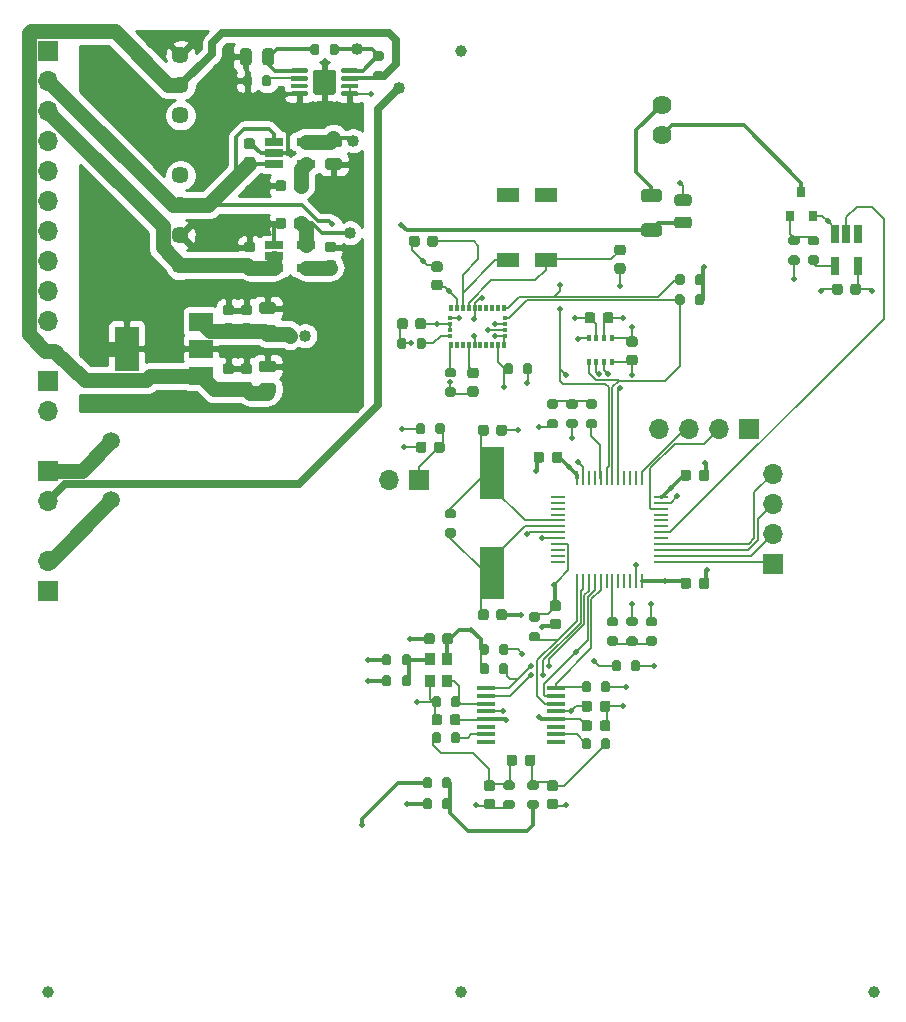
<source format=gbr>
G04 #@! TF.GenerationSoftware,KiCad,Pcbnew,(5.1.7)-1*
G04 #@! TF.CreationDate,2020-12-18T08:27:27-06:00*
G04 #@! TF.ProjectId,digital_pcb,64696769-7461-46c5-9f70-63622e6b6963,3.0*
G04 #@! TF.SameCoordinates,Original*
G04 #@! TF.FileFunction,Copper,L1,Top*
G04 #@! TF.FilePolarity,Positive*
%FSLAX46Y46*%
G04 Gerber Fmt 4.6, Leading zero omitted, Abs format (unit mm)*
G04 Created by KiCad (PCBNEW (5.1.7)-1) date 2020-12-18 08:27:27*
%MOMM*%
%LPD*%
G01*
G04 APERTURE LIST*
G04 #@! TA.AperFunction,ComponentPad*
%ADD10C,1.620000*%
G04 #@! TD*
G04 #@! TA.AperFunction,ComponentPad*
%ADD11C,1.500000*%
G04 #@! TD*
G04 #@! TA.AperFunction,SMDPad,CuDef*
%ADD12R,0.800000X0.900000*%
G04 #@! TD*
G04 #@! TA.AperFunction,SMDPad,CuDef*
%ADD13R,0.250000X1.300000*%
G04 #@! TD*
G04 #@! TA.AperFunction,SMDPad,CuDef*
%ADD14R,1.300000X0.250000*%
G04 #@! TD*
G04 #@! TA.AperFunction,SMDPad,CuDef*
%ADD15R,0.300000X0.525000*%
G04 #@! TD*
G04 #@! TA.AperFunction,SMDPad,CuDef*
%ADD16R,0.425000X0.300000*%
G04 #@! TD*
G04 #@! TA.AperFunction,SMDPad,CuDef*
%ADD17R,1.500000X0.450000*%
G04 #@! TD*
G04 #@! TA.AperFunction,SMDPad,CuDef*
%ADD18R,0.950000X1.050000*%
G04 #@! TD*
G04 #@! TA.AperFunction,SMDPad,CuDef*
%ADD19R,0.650000X1.560000*%
G04 #@! TD*
G04 #@! TA.AperFunction,SMDPad,CuDef*
%ADD20R,2.000000X1.500000*%
G04 #@! TD*
G04 #@! TA.AperFunction,SMDPad,CuDef*
%ADD21R,2.000000X3.800000*%
G04 #@! TD*
G04 #@! TA.AperFunction,ComponentPad*
%ADD22C,1.450000*%
G04 #@! TD*
G04 #@! TA.AperFunction,SMDPad,CuDef*
%ADD23R,1.560000X0.650000*%
G04 #@! TD*
G04 #@! TA.AperFunction,SMDPad,CuDef*
%ADD24R,2.000000X4.500000*%
G04 #@! TD*
G04 #@! TA.AperFunction,SMDPad,CuDef*
%ADD25C,1.000000*%
G04 #@! TD*
G04 #@! TA.AperFunction,SMDPad,CuDef*
%ADD26R,1.900000X1.300000*%
G04 #@! TD*
G04 #@! TA.AperFunction,SMDPad,CuDef*
%ADD27R,0.350000X0.500000*%
G04 #@! TD*
G04 #@! TA.AperFunction,ComponentPad*
%ADD28R,1.700000X1.700000*%
G04 #@! TD*
G04 #@! TA.AperFunction,ComponentPad*
%ADD29O,1.700000X1.700000*%
G04 #@! TD*
G04 #@! TA.AperFunction,ViaPad*
%ADD30C,0.508000*%
G04 #@! TD*
G04 #@! TA.AperFunction,ViaPad*
%ADD31C,1.016000*%
G04 #@! TD*
G04 #@! TA.AperFunction,Conductor*
%ADD32C,0.304800*%
G04 #@! TD*
G04 #@! TA.AperFunction,Conductor*
%ADD33C,0.152400*%
G04 #@! TD*
G04 #@! TA.AperFunction,Conductor*
%ADD34C,1.270000*%
G04 #@! TD*
G04 #@! TA.AperFunction,Conductor*
%ADD35C,0.635000*%
G04 #@! TD*
G04 #@! TA.AperFunction,Conductor*
%ADD36C,0.254000*%
G04 #@! TD*
G04 #@! TA.AperFunction,Conductor*
%ADD37C,0.100000*%
G04 #@! TD*
G04 APERTURE END LIST*
D10*
X170688000Y-60960000D03*
X170688000Y-63500000D03*
D11*
X124079000Y-89448000D03*
X124079000Y-94448000D03*
D12*
X182499000Y-68342000D03*
X183449000Y-70342000D03*
X181549000Y-70342000D03*
D13*
X163493000Y-92551000D03*
X163993000Y-92551000D03*
X164493000Y-92551000D03*
X164993000Y-92551000D03*
X165493000Y-92551000D03*
X165993000Y-92551000D03*
X166493000Y-92551000D03*
X166993000Y-92551000D03*
X167493000Y-92551000D03*
X167993000Y-92551000D03*
X168493000Y-92551000D03*
X168993000Y-92551000D03*
D14*
X170593000Y-94151000D03*
X170593000Y-94651000D03*
X170593000Y-95151000D03*
X170593000Y-95651000D03*
X170593000Y-96151000D03*
X170593000Y-96651000D03*
X170593000Y-97151000D03*
X170593000Y-97651000D03*
X170593000Y-98151000D03*
X170593000Y-98651000D03*
X170593000Y-99151000D03*
X170593000Y-99651000D03*
D13*
X168993000Y-101251000D03*
X168493000Y-101251000D03*
X167993000Y-101251000D03*
X167493000Y-101251000D03*
X166993000Y-101251000D03*
X166493000Y-101251000D03*
X165993000Y-101251000D03*
X165493000Y-101251000D03*
X164993000Y-101251000D03*
X164493000Y-101251000D03*
X163993000Y-101251000D03*
X163493000Y-101251000D03*
D14*
X161893000Y-99651000D03*
X161893000Y-99151000D03*
X161893000Y-98651000D03*
X161893000Y-98151000D03*
X161893000Y-97651000D03*
X161893000Y-97151000D03*
X161893000Y-96651000D03*
X161893000Y-96151000D03*
X161893000Y-95651000D03*
X161893000Y-95151000D03*
X161893000Y-94651000D03*
X161893000Y-94151000D03*
D15*
X153317000Y-78193500D03*
X153817000Y-78193500D03*
X154317000Y-78193500D03*
X154817000Y-78193500D03*
X155317000Y-78193500D03*
X155817000Y-78193500D03*
X156317000Y-78193500D03*
X156817000Y-78193500D03*
X157317000Y-78193500D03*
D16*
X157379500Y-79006000D03*
X157379500Y-79506000D03*
X157379500Y-80006000D03*
X157379500Y-80506000D03*
D15*
X157317000Y-81318500D03*
X156817000Y-81318500D03*
X156317000Y-81318500D03*
X155817000Y-81318500D03*
X155317000Y-81318500D03*
X154817000Y-81318500D03*
X154317000Y-81318500D03*
X153817000Y-81318500D03*
X153317000Y-81318500D03*
X152817000Y-81318500D03*
D16*
X152754500Y-80506000D03*
X152754500Y-80006000D03*
X152754500Y-79506000D03*
X152754500Y-79006000D03*
D15*
X152817000Y-78193500D03*
D17*
X161700000Y-110374000D03*
X161700000Y-111024000D03*
X161700000Y-111674000D03*
X161700000Y-112324000D03*
X161700000Y-112974000D03*
X161700000Y-113624000D03*
X161700000Y-114274000D03*
X161700000Y-114924000D03*
X155800000Y-114924000D03*
X155800000Y-114274000D03*
X155800000Y-113624000D03*
X155800000Y-112974000D03*
X155800000Y-112324000D03*
X155800000Y-111674000D03*
X155800000Y-111024000D03*
X155800000Y-110374000D03*
D18*
X151040000Y-107914000D03*
X151040000Y-109764000D03*
X152490000Y-109764000D03*
X152490000Y-107914000D03*
D19*
X187259000Y-71929000D03*
X186309000Y-71929000D03*
X185359000Y-71929000D03*
X185359000Y-74629000D03*
X187259000Y-74629000D03*
D20*
X131663000Y-83911000D03*
X131663000Y-79311000D03*
X131663000Y-81611000D03*
D21*
X125363000Y-81611000D03*
D22*
X129921000Y-56769000D03*
X129921000Y-59309000D03*
X129921000Y-61849000D03*
X129921000Y-66929000D03*
X129921000Y-69469000D03*
X129921000Y-72009000D03*
X129921000Y-74549000D03*
D23*
X140542000Y-64074000D03*
X140542000Y-65974000D03*
X137842000Y-65974000D03*
X137842000Y-65024000D03*
X137842000Y-64074000D03*
D24*
X156337000Y-100643000D03*
X156337000Y-92143000D03*
D25*
X118745000Y-136055100D03*
X153705000Y-136055100D03*
X153692300Y-56388000D03*
X188658500Y-136055100D03*
D26*
X160858000Y-74124000D03*
X157658000Y-74124000D03*
X160858000Y-68624000D03*
X157658000Y-68624000D03*
G04 #@! TA.AperFunction,SMDPad,CuDef*
G36*
G01*
X141138000Y-59880001D02*
X141138000Y-58229999D01*
G75*
G02*
X141387999Y-57980000I249999J0D01*
G01*
X142838001Y-57980000D01*
G75*
G02*
X143088000Y-58229999I0J-249999D01*
G01*
X143088000Y-59880001D01*
G75*
G02*
X142838001Y-60130000I-249999J0D01*
G01*
X141387999Y-60130000D01*
G75*
G02*
X141138000Y-59880001I0J249999D01*
G01*
G37*
G04 #@! TD.AperFunction*
G04 #@! TA.AperFunction,SMDPad,CuDef*
G36*
G01*
X139238000Y-58180000D02*
X139238000Y-57980000D01*
G75*
G02*
X139338000Y-57880000I100000J0D01*
G01*
X140588000Y-57880000D01*
G75*
G02*
X140688000Y-57980000I0J-100000D01*
G01*
X140688000Y-58180000D01*
G75*
G02*
X140588000Y-58280000I-100000J0D01*
G01*
X139338000Y-58280000D01*
G75*
G02*
X139238000Y-58180000I0J100000D01*
G01*
G37*
G04 #@! TD.AperFunction*
G04 #@! TA.AperFunction,SMDPad,CuDef*
G36*
G01*
X139238000Y-58830000D02*
X139238000Y-58630000D01*
G75*
G02*
X139338000Y-58530000I100000J0D01*
G01*
X140588000Y-58530000D01*
G75*
G02*
X140688000Y-58630000I0J-100000D01*
G01*
X140688000Y-58830000D01*
G75*
G02*
X140588000Y-58930000I-100000J0D01*
G01*
X139338000Y-58930000D01*
G75*
G02*
X139238000Y-58830000I0J100000D01*
G01*
G37*
G04 #@! TD.AperFunction*
G04 #@! TA.AperFunction,SMDPad,CuDef*
G36*
G01*
X139238000Y-59480000D02*
X139238000Y-59280000D01*
G75*
G02*
X139338000Y-59180000I100000J0D01*
G01*
X140588000Y-59180000D01*
G75*
G02*
X140688000Y-59280000I0J-100000D01*
G01*
X140688000Y-59480000D01*
G75*
G02*
X140588000Y-59580000I-100000J0D01*
G01*
X139338000Y-59580000D01*
G75*
G02*
X139238000Y-59480000I0J100000D01*
G01*
G37*
G04 #@! TD.AperFunction*
G04 #@! TA.AperFunction,SMDPad,CuDef*
G36*
G01*
X139238000Y-60130000D02*
X139238000Y-59930000D01*
G75*
G02*
X139338000Y-59830000I100000J0D01*
G01*
X140588000Y-59830000D01*
G75*
G02*
X140688000Y-59930000I0J-100000D01*
G01*
X140688000Y-60130000D01*
G75*
G02*
X140588000Y-60230000I-100000J0D01*
G01*
X139338000Y-60230000D01*
G75*
G02*
X139238000Y-60130000I0J100000D01*
G01*
G37*
G04 #@! TD.AperFunction*
G04 #@! TA.AperFunction,SMDPad,CuDef*
G36*
G01*
X143538000Y-60130000D02*
X143538000Y-59930000D01*
G75*
G02*
X143638000Y-59830000I100000J0D01*
G01*
X144888000Y-59830000D01*
G75*
G02*
X144988000Y-59930000I0J-100000D01*
G01*
X144988000Y-60130000D01*
G75*
G02*
X144888000Y-60230000I-100000J0D01*
G01*
X143638000Y-60230000D01*
G75*
G02*
X143538000Y-60130000I0J100000D01*
G01*
G37*
G04 #@! TD.AperFunction*
G04 #@! TA.AperFunction,SMDPad,CuDef*
G36*
G01*
X143538000Y-59480000D02*
X143538000Y-59280000D01*
G75*
G02*
X143638000Y-59180000I100000J0D01*
G01*
X144888000Y-59180000D01*
G75*
G02*
X144988000Y-59280000I0J-100000D01*
G01*
X144988000Y-59480000D01*
G75*
G02*
X144888000Y-59580000I-100000J0D01*
G01*
X143638000Y-59580000D01*
G75*
G02*
X143538000Y-59480000I0J100000D01*
G01*
G37*
G04 #@! TD.AperFunction*
G04 #@! TA.AperFunction,SMDPad,CuDef*
G36*
G01*
X143538000Y-58830000D02*
X143538000Y-58630000D01*
G75*
G02*
X143638000Y-58530000I100000J0D01*
G01*
X144888000Y-58530000D01*
G75*
G02*
X144988000Y-58630000I0J-100000D01*
G01*
X144988000Y-58830000D01*
G75*
G02*
X144888000Y-58930000I-100000J0D01*
G01*
X143638000Y-58930000D01*
G75*
G02*
X143538000Y-58830000I0J100000D01*
G01*
G37*
G04 #@! TD.AperFunction*
G04 #@! TA.AperFunction,SMDPad,CuDef*
G36*
G01*
X143538000Y-58180000D02*
X143538000Y-57980000D01*
G75*
G02*
X143638000Y-57880000I100000J0D01*
G01*
X144888000Y-57880000D01*
G75*
G02*
X144988000Y-57980000I0J-100000D01*
G01*
X144988000Y-58180000D01*
G75*
G02*
X144888000Y-58280000I-100000J0D01*
G01*
X143638000Y-58280000D01*
G75*
G02*
X143538000Y-58180000I0J100000D01*
G01*
G37*
G04 #@! TD.AperFunction*
G04 #@! TA.AperFunction,SMDPad,CuDef*
G36*
G01*
X164129000Y-79244000D02*
X164129000Y-78744000D01*
G75*
G02*
X164354000Y-78519000I225000J0D01*
G01*
X164804000Y-78519000D01*
G75*
G02*
X165029000Y-78744000I0J-225000D01*
G01*
X165029000Y-79244000D01*
G75*
G02*
X164804000Y-79469000I-225000J0D01*
G01*
X164354000Y-79469000D01*
G75*
G02*
X164129000Y-79244000I0J225000D01*
G01*
G37*
G04 #@! TD.AperFunction*
G04 #@! TA.AperFunction,SMDPad,CuDef*
G36*
G01*
X165679000Y-79244000D02*
X165679000Y-78744000D01*
G75*
G02*
X165904000Y-78519000I225000J0D01*
G01*
X166354000Y-78519000D01*
G75*
G02*
X166579000Y-78744000I0J-225000D01*
G01*
X166579000Y-79244000D01*
G75*
G02*
X166354000Y-79469000I-225000J0D01*
G01*
X165904000Y-79469000D01*
G75*
G02*
X165679000Y-79244000I0J225000D01*
G01*
G37*
G04 #@! TD.AperFunction*
G04 #@! TA.AperFunction,SMDPad,CuDef*
G36*
G01*
X167898000Y-82113000D02*
X168398000Y-82113000D01*
G75*
G02*
X168623000Y-82338000I0J-225000D01*
G01*
X168623000Y-82788000D01*
G75*
G02*
X168398000Y-83013000I-225000J0D01*
G01*
X167898000Y-83013000D01*
G75*
G02*
X167673000Y-82788000I0J225000D01*
G01*
X167673000Y-82338000D01*
G75*
G02*
X167898000Y-82113000I225000J0D01*
G01*
G37*
G04 #@! TD.AperFunction*
G04 #@! TA.AperFunction,SMDPad,CuDef*
G36*
G01*
X167898000Y-80563000D02*
X168398000Y-80563000D01*
G75*
G02*
X168623000Y-80788000I0J-225000D01*
G01*
X168623000Y-81238000D01*
G75*
G02*
X168398000Y-81463000I-225000J0D01*
G01*
X167898000Y-81463000D01*
G75*
G02*
X167673000Y-81238000I0J225000D01*
G01*
X167673000Y-80788000D01*
G75*
G02*
X167898000Y-80563000I225000J0D01*
G01*
G37*
G04 #@! TD.AperFunction*
D27*
X164467999Y-82771999D03*
X165117999Y-82771999D03*
X165767999Y-82771999D03*
X166417999Y-82771999D03*
X166417999Y-80721999D03*
X165767999Y-80721999D03*
X165117999Y-80721999D03*
X164467999Y-80721999D03*
G04 #@! TA.AperFunction,SMDPad,CuDef*
G36*
G01*
X173807000Y-92579000D02*
X173807000Y-92079000D01*
G75*
G02*
X174032000Y-91854000I225000J0D01*
G01*
X174482000Y-91854000D01*
G75*
G02*
X174707000Y-92079000I0J-225000D01*
G01*
X174707000Y-92579000D01*
G75*
G02*
X174482000Y-92804000I-225000J0D01*
G01*
X174032000Y-92804000D01*
G75*
G02*
X173807000Y-92579000I0J225000D01*
G01*
G37*
G04 #@! TD.AperFunction*
G04 #@! TA.AperFunction,SMDPad,CuDef*
G36*
G01*
X172257000Y-92579000D02*
X172257000Y-92079000D01*
G75*
G02*
X172482000Y-91854000I225000J0D01*
G01*
X172932000Y-91854000D01*
G75*
G02*
X173157000Y-92079000I0J-225000D01*
G01*
X173157000Y-92579000D01*
G75*
G02*
X172932000Y-92804000I-225000J0D01*
G01*
X172482000Y-92804000D01*
G75*
G02*
X172257000Y-92579000I0J225000D01*
G01*
G37*
G04 #@! TD.AperFunction*
G04 #@! TA.AperFunction,SMDPad,CuDef*
G36*
G01*
X162261000Y-90555000D02*
X162261000Y-91055000D01*
G75*
G02*
X162036000Y-91280000I-225000J0D01*
G01*
X161586000Y-91280000D01*
G75*
G02*
X161361000Y-91055000I0J225000D01*
G01*
X161361000Y-90555000D01*
G75*
G02*
X161586000Y-90330000I225000J0D01*
G01*
X162036000Y-90330000D01*
G75*
G02*
X162261000Y-90555000I0J-225000D01*
G01*
G37*
G04 #@! TD.AperFunction*
G04 #@! TA.AperFunction,SMDPad,CuDef*
G36*
G01*
X160711000Y-90555000D02*
X160711000Y-91055000D01*
G75*
G02*
X160486000Y-91280000I-225000J0D01*
G01*
X160036000Y-91280000D01*
G75*
G02*
X159811000Y-91055000I0J225000D01*
G01*
X159811000Y-90555000D01*
G75*
G02*
X160036000Y-90330000I225000J0D01*
G01*
X160486000Y-90330000D01*
G75*
G02*
X160711000Y-90555000I0J-225000D01*
G01*
G37*
G04 #@! TD.AperFunction*
G04 #@! TA.AperFunction,SMDPad,CuDef*
G36*
G01*
X172257000Y-101723000D02*
X172257000Y-101223000D01*
G75*
G02*
X172482000Y-100998000I225000J0D01*
G01*
X172932000Y-100998000D01*
G75*
G02*
X173157000Y-101223000I0J-225000D01*
G01*
X173157000Y-101723000D01*
G75*
G02*
X172932000Y-101948000I-225000J0D01*
G01*
X172482000Y-101948000D01*
G75*
G02*
X172257000Y-101723000I0J225000D01*
G01*
G37*
G04 #@! TD.AperFunction*
G04 #@! TA.AperFunction,SMDPad,CuDef*
G36*
G01*
X173807000Y-101723000D02*
X173807000Y-101223000D01*
G75*
G02*
X174032000Y-100998000I225000J0D01*
G01*
X174482000Y-100998000D01*
G75*
G02*
X174707000Y-101223000I0J-225000D01*
G01*
X174707000Y-101723000D01*
G75*
G02*
X174482000Y-101948000I-225000J0D01*
G01*
X174032000Y-101948000D01*
G75*
G02*
X173807000Y-101723000I0J225000D01*
G01*
G37*
G04 #@! TD.AperFunction*
G04 #@! TA.AperFunction,SMDPad,CuDef*
G36*
G01*
X161421000Y-104465000D02*
X161921000Y-104465000D01*
G75*
G02*
X162146000Y-104690000I0J-225000D01*
G01*
X162146000Y-105140000D01*
G75*
G02*
X161921000Y-105365000I-225000J0D01*
G01*
X161421000Y-105365000D01*
G75*
G02*
X161196000Y-105140000I0J225000D01*
G01*
X161196000Y-104690000D01*
G75*
G02*
X161421000Y-104465000I225000J0D01*
G01*
G37*
G04 #@! TD.AperFunction*
G04 #@! TA.AperFunction,SMDPad,CuDef*
G36*
G01*
X161421000Y-102915000D02*
X161921000Y-102915000D01*
G75*
G02*
X162146000Y-103140000I0J-225000D01*
G01*
X162146000Y-103590000D01*
G75*
G02*
X161921000Y-103815000I-225000J0D01*
G01*
X161421000Y-103815000D01*
G75*
G02*
X161196000Y-103590000I0J225000D01*
G01*
X161196000Y-103140000D01*
G75*
G02*
X161421000Y-102915000I225000J0D01*
G01*
G37*
G04 #@! TD.AperFunction*
G04 #@! TA.AperFunction,SMDPad,CuDef*
G36*
G01*
X155112000Y-88769000D02*
X155112000Y-88269000D01*
G75*
G02*
X155337000Y-88044000I225000J0D01*
G01*
X155787000Y-88044000D01*
G75*
G02*
X156012000Y-88269000I0J-225000D01*
G01*
X156012000Y-88769000D01*
G75*
G02*
X155787000Y-88994000I-225000J0D01*
G01*
X155337000Y-88994000D01*
G75*
G02*
X155112000Y-88769000I0J225000D01*
G01*
G37*
G04 #@! TD.AperFunction*
G04 #@! TA.AperFunction,SMDPad,CuDef*
G36*
G01*
X156662000Y-88769000D02*
X156662000Y-88269000D01*
G75*
G02*
X156887000Y-88044000I225000J0D01*
G01*
X157337000Y-88044000D01*
G75*
G02*
X157562000Y-88269000I0J-225000D01*
G01*
X157562000Y-88769000D01*
G75*
G02*
X157337000Y-88994000I-225000J0D01*
G01*
X156887000Y-88994000D01*
G75*
G02*
X156662000Y-88769000I0J225000D01*
G01*
G37*
G04 #@! TD.AperFunction*
G04 #@! TA.AperFunction,SMDPad,CuDef*
G36*
G01*
X151397001Y-90204001D02*
X151397001Y-89704001D01*
G75*
G02*
X151622001Y-89479001I225000J0D01*
G01*
X152072001Y-89479001D01*
G75*
G02*
X152297001Y-89704001I0J-225000D01*
G01*
X152297001Y-90204001D01*
G75*
G02*
X152072001Y-90429001I-225000J0D01*
G01*
X151622001Y-90429001D01*
G75*
G02*
X151397001Y-90204001I0J225000D01*
G01*
G37*
G04 #@! TD.AperFunction*
G04 #@! TA.AperFunction,SMDPad,CuDef*
G36*
G01*
X149847001Y-90204001D02*
X149847001Y-89704001D01*
G75*
G02*
X150072001Y-89479001I225000J0D01*
G01*
X150522001Y-89479001D01*
G75*
G02*
X150747001Y-89704001I0J-225000D01*
G01*
X150747001Y-90204001D01*
G75*
G02*
X150522001Y-90429001I-225000J0D01*
G01*
X150072001Y-90429001D01*
G75*
G02*
X149847001Y-90204001I0J225000D01*
G01*
G37*
G04 #@! TD.AperFunction*
G04 #@! TA.AperFunction,SMDPad,CuDef*
G36*
G01*
X155112000Y-104390000D02*
X155112000Y-103890000D01*
G75*
G02*
X155337000Y-103665000I225000J0D01*
G01*
X155787000Y-103665000D01*
G75*
G02*
X156012000Y-103890000I0J-225000D01*
G01*
X156012000Y-104390000D01*
G75*
G02*
X155787000Y-104615000I-225000J0D01*
G01*
X155337000Y-104615000D01*
G75*
G02*
X155112000Y-104390000I0J225000D01*
G01*
G37*
G04 #@! TD.AperFunction*
G04 #@! TA.AperFunction,SMDPad,CuDef*
G36*
G01*
X156662000Y-104390000D02*
X156662000Y-103890000D01*
G75*
G02*
X156887000Y-103665000I225000J0D01*
G01*
X157337000Y-103665000D01*
G75*
G02*
X157562000Y-103890000I0J-225000D01*
G01*
X157562000Y-104390000D01*
G75*
G02*
X157337000Y-104615000I-225000J0D01*
G01*
X156887000Y-104615000D01*
G75*
G02*
X156662000Y-104390000I0J225000D01*
G01*
G37*
G04 #@! TD.AperFunction*
G04 #@! TA.AperFunction,SMDPad,CuDef*
G36*
G01*
X150704000Y-79252000D02*
X150704000Y-79752000D01*
G75*
G02*
X150479000Y-79977000I-225000J0D01*
G01*
X150029000Y-79977000D01*
G75*
G02*
X149804000Y-79752000I0J225000D01*
G01*
X149804000Y-79252000D01*
G75*
G02*
X150029000Y-79027000I225000J0D01*
G01*
X150479000Y-79027000D01*
G75*
G02*
X150704000Y-79252000I0J-225000D01*
G01*
G37*
G04 #@! TD.AperFunction*
G04 #@! TA.AperFunction,SMDPad,CuDef*
G36*
G01*
X149154000Y-79252000D02*
X149154000Y-79752000D01*
G75*
G02*
X148929000Y-79977000I-225000J0D01*
G01*
X148479000Y-79977000D01*
G75*
G02*
X148254000Y-79752000I0J225000D01*
G01*
X148254000Y-79252000D01*
G75*
G02*
X148479000Y-79027000I225000J0D01*
G01*
X148929000Y-79027000D01*
G75*
G02*
X149154000Y-79252000I0J-225000D01*
G01*
G37*
G04 #@! TD.AperFunction*
G04 #@! TA.AperFunction,SMDPad,CuDef*
G36*
G01*
X151888000Y-75113000D02*
X151388000Y-75113000D01*
G75*
G02*
X151163000Y-74888000I0J225000D01*
G01*
X151163000Y-74438000D01*
G75*
G02*
X151388000Y-74213000I225000J0D01*
G01*
X151888000Y-74213000D01*
G75*
G02*
X152113000Y-74438000I0J-225000D01*
G01*
X152113000Y-74888000D01*
G75*
G02*
X151888000Y-75113000I-225000J0D01*
G01*
G37*
G04 #@! TD.AperFunction*
G04 #@! TA.AperFunction,SMDPad,CuDef*
G36*
G01*
X151888000Y-76663000D02*
X151388000Y-76663000D01*
G75*
G02*
X151163000Y-76438000I0J225000D01*
G01*
X151163000Y-75988000D01*
G75*
G02*
X151388000Y-75763000I225000J0D01*
G01*
X151888000Y-75763000D01*
G75*
G02*
X152113000Y-75988000I0J-225000D01*
G01*
X152113000Y-76438000D01*
G75*
G02*
X151888000Y-76663000I-225000J0D01*
G01*
G37*
G04 #@! TD.AperFunction*
G04 #@! TA.AperFunction,SMDPad,CuDef*
G36*
G01*
X167382000Y-73716000D02*
X166882000Y-73716000D01*
G75*
G02*
X166657000Y-73491000I0J225000D01*
G01*
X166657000Y-73041000D01*
G75*
G02*
X166882000Y-72816000I225000J0D01*
G01*
X167382000Y-72816000D01*
G75*
G02*
X167607000Y-73041000I0J-225000D01*
G01*
X167607000Y-73491000D01*
G75*
G02*
X167382000Y-73716000I-225000J0D01*
G01*
G37*
G04 #@! TD.AperFunction*
G04 #@! TA.AperFunction,SMDPad,CuDef*
G36*
G01*
X167382000Y-75266000D02*
X166882000Y-75266000D01*
G75*
G02*
X166657000Y-75041000I0J225000D01*
G01*
X166657000Y-74591000D01*
G75*
G02*
X166882000Y-74366000I225000J0D01*
G01*
X167382000Y-74366000D01*
G75*
G02*
X167607000Y-74591000I0J-225000D01*
G01*
X167607000Y-75041000D01*
G75*
G02*
X167382000Y-75266000I-225000J0D01*
G01*
G37*
G04 #@! TD.AperFunction*
G04 #@! TA.AperFunction,SMDPad,CuDef*
G36*
G01*
X149270000Y-72767000D02*
X149270000Y-72267000D01*
G75*
G02*
X149495000Y-72042000I225000J0D01*
G01*
X149945000Y-72042000D01*
G75*
G02*
X150170000Y-72267000I0J-225000D01*
G01*
X150170000Y-72767000D01*
G75*
G02*
X149945000Y-72992000I-225000J0D01*
G01*
X149495000Y-72992000D01*
G75*
G02*
X149270000Y-72767000I0J225000D01*
G01*
G37*
G04 #@! TD.AperFunction*
G04 #@! TA.AperFunction,SMDPad,CuDef*
G36*
G01*
X150820000Y-72767000D02*
X150820000Y-72267000D01*
G75*
G02*
X151045000Y-72042000I225000J0D01*
G01*
X151495000Y-72042000D01*
G75*
G02*
X151720000Y-72267000I0J-225000D01*
G01*
X151720000Y-72767000D01*
G75*
G02*
X151495000Y-72992000I-225000J0D01*
G01*
X151045000Y-72992000D01*
G75*
G02*
X150820000Y-72767000I0J225000D01*
G01*
G37*
G04 #@! TD.AperFunction*
G04 #@! TA.AperFunction,SMDPad,CuDef*
G36*
G01*
X154436000Y-84780000D02*
X154936000Y-84780000D01*
G75*
G02*
X155161000Y-85005000I0J-225000D01*
G01*
X155161000Y-85455000D01*
G75*
G02*
X154936000Y-85680000I-225000J0D01*
G01*
X154436000Y-85680000D01*
G75*
G02*
X154211000Y-85455000I0J225000D01*
G01*
X154211000Y-85005000D01*
G75*
G02*
X154436000Y-84780000I225000J0D01*
G01*
G37*
G04 #@! TD.AperFunction*
G04 #@! TA.AperFunction,SMDPad,CuDef*
G36*
G01*
X154436000Y-83230000D02*
X154936000Y-83230000D01*
G75*
G02*
X155161000Y-83455000I0J-225000D01*
G01*
X155161000Y-83905000D01*
G75*
G02*
X154936000Y-84130000I-225000J0D01*
G01*
X154436000Y-84130000D01*
G75*
G02*
X154211000Y-83905000I0J225000D01*
G01*
X154211000Y-83455000D01*
G75*
G02*
X154436000Y-83230000I225000J0D01*
G01*
G37*
G04 #@! TD.AperFunction*
G04 #@! TA.AperFunction,SMDPad,CuDef*
G36*
G01*
X163875000Y-112137000D02*
X163875000Y-111637000D01*
G75*
G02*
X164100000Y-111412000I225000J0D01*
G01*
X164550000Y-111412000D01*
G75*
G02*
X164775000Y-111637000I0J-225000D01*
G01*
X164775000Y-112137000D01*
G75*
G02*
X164550000Y-112362000I-225000J0D01*
G01*
X164100000Y-112362000D01*
G75*
G02*
X163875000Y-112137000I0J225000D01*
G01*
G37*
G04 #@! TD.AperFunction*
G04 #@! TA.AperFunction,SMDPad,CuDef*
G36*
G01*
X165425000Y-112137000D02*
X165425000Y-111637000D01*
G75*
G02*
X165650000Y-111412000I225000J0D01*
G01*
X166100000Y-111412000D01*
G75*
G02*
X166325000Y-111637000I0J-225000D01*
G01*
X166325000Y-112137000D01*
G75*
G02*
X166100000Y-112362000I-225000J0D01*
G01*
X165650000Y-112362000D01*
G75*
G02*
X165425000Y-112137000I0J225000D01*
G01*
G37*
G04 #@! TD.AperFunction*
G04 #@! TA.AperFunction,SMDPad,CuDef*
G36*
G01*
X165425000Y-113788000D02*
X165425000Y-113288000D01*
G75*
G02*
X165650000Y-113063000I225000J0D01*
G01*
X166100000Y-113063000D01*
G75*
G02*
X166325000Y-113288000I0J-225000D01*
G01*
X166325000Y-113788000D01*
G75*
G02*
X166100000Y-114013000I-225000J0D01*
G01*
X165650000Y-114013000D01*
G75*
G02*
X165425000Y-113788000I0J225000D01*
G01*
G37*
G04 #@! TD.AperFunction*
G04 #@! TA.AperFunction,SMDPad,CuDef*
G36*
G01*
X163875000Y-113788000D02*
X163875000Y-113288000D01*
G75*
G02*
X164100000Y-113063000I225000J0D01*
G01*
X164550000Y-113063000D01*
G75*
G02*
X164775000Y-113288000I0J-225000D01*
G01*
X164775000Y-113788000D01*
G75*
G02*
X164550000Y-114013000I-225000J0D01*
G01*
X164100000Y-114013000D01*
G75*
G02*
X163875000Y-113788000I0J225000D01*
G01*
G37*
G04 #@! TD.AperFunction*
G04 #@! TA.AperFunction,SMDPad,CuDef*
G36*
G01*
X161167000Y-118155000D02*
X161667000Y-118155000D01*
G75*
G02*
X161892000Y-118380000I0J-225000D01*
G01*
X161892000Y-118830000D01*
G75*
G02*
X161667000Y-119055000I-225000J0D01*
G01*
X161167000Y-119055000D01*
G75*
G02*
X160942000Y-118830000I0J225000D01*
G01*
X160942000Y-118380000D01*
G75*
G02*
X161167000Y-118155000I225000J0D01*
G01*
G37*
G04 #@! TD.AperFunction*
G04 #@! TA.AperFunction,SMDPad,CuDef*
G36*
G01*
X161167000Y-119705000D02*
X161667000Y-119705000D01*
G75*
G02*
X161892000Y-119930000I0J-225000D01*
G01*
X161892000Y-120380000D01*
G75*
G02*
X161667000Y-120605000I-225000J0D01*
G01*
X161167000Y-120605000D01*
G75*
G02*
X160942000Y-120380000I0J225000D01*
G01*
X160942000Y-119930000D01*
G75*
G02*
X161167000Y-119705000I225000J0D01*
G01*
G37*
G04 #@! TD.AperFunction*
G04 #@! TA.AperFunction,SMDPad,CuDef*
G36*
G01*
X158425000Y-116209000D02*
X158425000Y-116709000D01*
G75*
G02*
X158200000Y-116934000I-225000J0D01*
G01*
X157750000Y-116934000D01*
G75*
G02*
X157525000Y-116709000I0J225000D01*
G01*
X157525000Y-116209000D01*
G75*
G02*
X157750000Y-115984000I225000J0D01*
G01*
X158200000Y-115984000D01*
G75*
G02*
X158425000Y-116209000I0J-225000D01*
G01*
G37*
G04 #@! TD.AperFunction*
G04 #@! TA.AperFunction,SMDPad,CuDef*
G36*
G01*
X159975000Y-116209000D02*
X159975000Y-116709000D01*
G75*
G02*
X159750000Y-116934000I-225000J0D01*
G01*
X159300000Y-116934000D01*
G75*
G02*
X159075000Y-116709000I0J225000D01*
G01*
X159075000Y-116209000D01*
G75*
G02*
X159300000Y-115984000I225000J0D01*
G01*
X159750000Y-115984000D01*
G75*
G02*
X159975000Y-116209000I0J-225000D01*
G01*
G37*
G04 #@! TD.AperFunction*
G04 #@! TA.AperFunction,SMDPad,CuDef*
G36*
G01*
X155833000Y-119705000D02*
X156333000Y-119705000D01*
G75*
G02*
X156558000Y-119930000I0J-225000D01*
G01*
X156558000Y-120380000D01*
G75*
G02*
X156333000Y-120605000I-225000J0D01*
G01*
X155833000Y-120605000D01*
G75*
G02*
X155608000Y-120380000I0J225000D01*
G01*
X155608000Y-119930000D01*
G75*
G02*
X155833000Y-119705000I225000J0D01*
G01*
G37*
G04 #@! TD.AperFunction*
G04 #@! TA.AperFunction,SMDPad,CuDef*
G36*
G01*
X155833000Y-118155000D02*
X156333000Y-118155000D01*
G75*
G02*
X156558000Y-118380000I0J-225000D01*
G01*
X156558000Y-118830000D01*
G75*
G02*
X156333000Y-119055000I-225000J0D01*
G01*
X155833000Y-119055000D01*
G75*
G02*
X155608000Y-118830000I0J225000D01*
G01*
X155608000Y-118380000D01*
G75*
G02*
X155833000Y-118155000I225000J0D01*
G01*
G37*
G04 #@! TD.AperFunction*
G04 #@! TA.AperFunction,SMDPad,CuDef*
G36*
G01*
X153625000Y-112780000D02*
X153625000Y-113280000D01*
G75*
G02*
X153400000Y-113505000I-225000J0D01*
G01*
X152950000Y-113505000D01*
G75*
G02*
X152725000Y-113280000I0J225000D01*
G01*
X152725000Y-112780000D01*
G75*
G02*
X152950000Y-112555000I225000J0D01*
G01*
X153400000Y-112555000D01*
G75*
G02*
X153625000Y-112780000I0J-225000D01*
G01*
G37*
G04 #@! TD.AperFunction*
G04 #@! TA.AperFunction,SMDPad,CuDef*
G36*
G01*
X152075000Y-112780000D02*
X152075000Y-113280000D01*
G75*
G02*
X151850000Y-113505000I-225000J0D01*
G01*
X151400000Y-113505000D01*
G75*
G02*
X151175000Y-113280000I0J225000D01*
G01*
X151175000Y-112780000D01*
G75*
G02*
X151400000Y-112555000I225000J0D01*
G01*
X151850000Y-112555000D01*
G75*
G02*
X152075000Y-112780000I0J-225000D01*
G01*
G37*
G04 #@! TD.AperFunction*
G04 #@! TA.AperFunction,SMDPad,CuDef*
G36*
G01*
X152990000Y-105922000D02*
X152990000Y-106422000D01*
G75*
G02*
X152765000Y-106647000I-225000J0D01*
G01*
X152315000Y-106647000D01*
G75*
G02*
X152090000Y-106422000I0J225000D01*
G01*
X152090000Y-105922000D01*
G75*
G02*
X152315000Y-105697000I225000J0D01*
G01*
X152765000Y-105697000D01*
G75*
G02*
X152990000Y-105922000I0J-225000D01*
G01*
G37*
G04 #@! TD.AperFunction*
G04 #@! TA.AperFunction,SMDPad,CuDef*
G36*
G01*
X151440000Y-105922000D02*
X151440000Y-106422000D01*
G75*
G02*
X151215000Y-106647000I-225000J0D01*
G01*
X150765000Y-106647000D01*
G75*
G02*
X150540000Y-106422000I0J225000D01*
G01*
X150540000Y-105922000D01*
G75*
G02*
X150765000Y-105697000I225000J0D01*
G01*
X151215000Y-105697000D01*
G75*
G02*
X151440000Y-105922000I0J-225000D01*
G01*
G37*
G04 #@! TD.AperFunction*
G04 #@! TA.AperFunction,SMDPad,CuDef*
G36*
G01*
X172941000Y-69527000D02*
X171991000Y-69527000D01*
G75*
G02*
X171741000Y-69277000I0J250000D01*
G01*
X171741000Y-68777000D01*
G75*
G02*
X171991000Y-68527000I250000J0D01*
G01*
X172941000Y-68527000D01*
G75*
G02*
X173191000Y-68777000I0J-250000D01*
G01*
X173191000Y-69277000D01*
G75*
G02*
X172941000Y-69527000I-250000J0D01*
G01*
G37*
G04 #@! TD.AperFunction*
G04 #@! TA.AperFunction,SMDPad,CuDef*
G36*
G01*
X172941000Y-71427000D02*
X171991000Y-71427000D01*
G75*
G02*
X171741000Y-71177000I0J250000D01*
G01*
X171741000Y-70677000D01*
G75*
G02*
X171991000Y-70427000I250000J0D01*
G01*
X172941000Y-70427000D01*
G75*
G02*
X173191000Y-70677000I0J-250000D01*
G01*
X173191000Y-71177000D01*
G75*
G02*
X172941000Y-71427000I-250000J0D01*
G01*
G37*
G04 #@! TD.AperFunction*
G04 #@! TA.AperFunction,SMDPad,CuDef*
G36*
G01*
X187534000Y-76331000D02*
X187534000Y-76831000D01*
G75*
G02*
X187309000Y-77056000I-225000J0D01*
G01*
X186859000Y-77056000D01*
G75*
G02*
X186634000Y-76831000I0J225000D01*
G01*
X186634000Y-76331000D01*
G75*
G02*
X186859000Y-76106000I225000J0D01*
G01*
X187309000Y-76106000D01*
G75*
G02*
X187534000Y-76331000I0J-225000D01*
G01*
G37*
G04 #@! TD.AperFunction*
G04 #@! TA.AperFunction,SMDPad,CuDef*
G36*
G01*
X185984000Y-76331000D02*
X185984000Y-76831000D01*
G75*
G02*
X185759000Y-77056000I-225000J0D01*
G01*
X185309000Y-77056000D01*
G75*
G02*
X185084000Y-76831000I0J225000D01*
G01*
X185084000Y-76331000D01*
G75*
G02*
X185309000Y-76106000I225000J0D01*
G01*
X185759000Y-76106000D01*
G75*
G02*
X185984000Y-76331000I0J-225000D01*
G01*
G37*
G04 #@! TD.AperFunction*
G04 #@! TA.AperFunction,SMDPad,CuDef*
G36*
G01*
X137848000Y-56421000D02*
X137848000Y-57371000D01*
G75*
G02*
X137598000Y-57621000I-250000J0D01*
G01*
X137098000Y-57621000D01*
G75*
G02*
X136848000Y-57371000I0J250000D01*
G01*
X136848000Y-56421000D01*
G75*
G02*
X137098000Y-56171000I250000J0D01*
G01*
X137598000Y-56171000D01*
G75*
G02*
X137848000Y-56421000I0J-250000D01*
G01*
G37*
G04 #@! TD.AperFunction*
G04 #@! TA.AperFunction,SMDPad,CuDef*
G36*
G01*
X135948000Y-56421000D02*
X135948000Y-57371000D01*
G75*
G02*
X135698000Y-57621000I-250000J0D01*
G01*
X135198000Y-57621000D01*
G75*
G02*
X134948000Y-57371000I0J250000D01*
G01*
X134948000Y-56421000D01*
G75*
G02*
X135198000Y-56171000I250000J0D01*
G01*
X135698000Y-56171000D01*
G75*
G02*
X135948000Y-56421000I0J-250000D01*
G01*
G37*
G04 #@! TD.AperFunction*
G04 #@! TA.AperFunction,SMDPad,CuDef*
G36*
G01*
X136013000Y-75012000D02*
X135513000Y-75012000D01*
G75*
G02*
X135288000Y-74787000I0J225000D01*
G01*
X135288000Y-74337000D01*
G75*
G02*
X135513000Y-74112000I225000J0D01*
G01*
X136013000Y-74112000D01*
G75*
G02*
X136238000Y-74337000I0J-225000D01*
G01*
X136238000Y-74787000D01*
G75*
G02*
X136013000Y-75012000I-225000J0D01*
G01*
G37*
G04 #@! TD.AperFunction*
G04 #@! TA.AperFunction,SMDPad,CuDef*
G36*
G01*
X136013000Y-73462000D02*
X135513000Y-73462000D01*
G75*
G02*
X135288000Y-73237000I0J225000D01*
G01*
X135288000Y-72787000D01*
G75*
G02*
X135513000Y-72562000I225000J0D01*
G01*
X136013000Y-72562000D01*
G75*
G02*
X136238000Y-72787000I0J-225000D01*
G01*
X136238000Y-73237000D01*
G75*
G02*
X136013000Y-73462000I-225000J0D01*
G01*
G37*
G04 #@! TD.AperFunction*
G04 #@! TA.AperFunction,SMDPad,CuDef*
G36*
G01*
X138867000Y-70743000D02*
X138867000Y-71243000D01*
G75*
G02*
X138642000Y-71468000I-225000J0D01*
G01*
X138192000Y-71468000D01*
G75*
G02*
X137967000Y-71243000I0J225000D01*
G01*
X137967000Y-70743000D01*
G75*
G02*
X138192000Y-70518000I225000J0D01*
G01*
X138642000Y-70518000D01*
G75*
G02*
X138867000Y-70743000I0J-225000D01*
G01*
G37*
G04 #@! TD.AperFunction*
G04 #@! TA.AperFunction,SMDPad,CuDef*
G36*
G01*
X140417000Y-70743000D02*
X140417000Y-71243000D01*
G75*
G02*
X140192000Y-71468000I-225000J0D01*
G01*
X139742000Y-71468000D01*
G75*
G02*
X139517000Y-71243000I0J225000D01*
G01*
X139517000Y-70743000D01*
G75*
G02*
X139742000Y-70518000I225000J0D01*
G01*
X140192000Y-70518000D01*
G75*
G02*
X140417000Y-70743000I0J-225000D01*
G01*
G37*
G04 #@! TD.AperFunction*
G04 #@! TA.AperFunction,SMDPad,CuDef*
G36*
G01*
X137762000Y-85524000D02*
X136812000Y-85524000D01*
G75*
G02*
X136562000Y-85274000I0J250000D01*
G01*
X136562000Y-84774000D01*
G75*
G02*
X136812000Y-84524000I250000J0D01*
G01*
X137762000Y-84524000D01*
G75*
G02*
X138012000Y-84774000I0J-250000D01*
G01*
X138012000Y-85274000D01*
G75*
G02*
X137762000Y-85524000I-250000J0D01*
G01*
G37*
G04 #@! TD.AperFunction*
G04 #@! TA.AperFunction,SMDPad,CuDef*
G36*
G01*
X137762000Y-83624000D02*
X136812000Y-83624000D01*
G75*
G02*
X136562000Y-83374000I0J250000D01*
G01*
X136562000Y-82874000D01*
G75*
G02*
X136812000Y-82624000I250000J0D01*
G01*
X137762000Y-82624000D01*
G75*
G02*
X138012000Y-82874000I0J-250000D01*
G01*
X138012000Y-83374000D01*
G75*
G02*
X137762000Y-83624000I-250000J0D01*
G01*
G37*
G04 #@! TD.AperFunction*
G04 #@! TA.AperFunction,SMDPad,CuDef*
G36*
G01*
X135759000Y-83749000D02*
X135259000Y-83749000D01*
G75*
G02*
X135034000Y-83524000I0J225000D01*
G01*
X135034000Y-83074000D01*
G75*
G02*
X135259000Y-82849000I225000J0D01*
G01*
X135759000Y-82849000D01*
G75*
G02*
X135984000Y-83074000I0J-225000D01*
G01*
X135984000Y-83524000D01*
G75*
G02*
X135759000Y-83749000I-225000J0D01*
G01*
G37*
G04 #@! TD.AperFunction*
G04 #@! TA.AperFunction,SMDPad,CuDef*
G36*
G01*
X135759000Y-85299000D02*
X135259000Y-85299000D01*
G75*
G02*
X135034000Y-85074000I0J225000D01*
G01*
X135034000Y-84624000D01*
G75*
G02*
X135259000Y-84399000I225000J0D01*
G01*
X135759000Y-84399000D01*
G75*
G02*
X135984000Y-84624000I0J-225000D01*
G01*
X135984000Y-85074000D01*
G75*
G02*
X135759000Y-85299000I-225000J0D01*
G01*
G37*
G04 #@! TD.AperFunction*
G04 #@! TA.AperFunction,SMDPad,CuDef*
G36*
G01*
X134235000Y-83749000D02*
X133735000Y-83749000D01*
G75*
G02*
X133510000Y-83524000I0J225000D01*
G01*
X133510000Y-83074000D01*
G75*
G02*
X133735000Y-82849000I225000J0D01*
G01*
X134235000Y-82849000D01*
G75*
G02*
X134460000Y-83074000I0J-225000D01*
G01*
X134460000Y-83524000D01*
G75*
G02*
X134235000Y-83749000I-225000J0D01*
G01*
G37*
G04 #@! TD.AperFunction*
G04 #@! TA.AperFunction,SMDPad,CuDef*
G36*
G01*
X134235000Y-85299000D02*
X133735000Y-85299000D01*
G75*
G02*
X133510000Y-85074000I0J225000D01*
G01*
X133510000Y-84624000D01*
G75*
G02*
X133735000Y-84399000I225000J0D01*
G01*
X134235000Y-84399000D01*
G75*
G02*
X134460000Y-84624000I0J-225000D01*
G01*
X134460000Y-85074000D01*
G75*
G02*
X134235000Y-85299000I-225000J0D01*
G01*
G37*
G04 #@! TD.AperFunction*
G04 #@! TA.AperFunction,SMDPad,CuDef*
G36*
G01*
X137762000Y-80571000D02*
X136812000Y-80571000D01*
G75*
G02*
X136562000Y-80321000I0J250000D01*
G01*
X136562000Y-79821000D01*
G75*
G02*
X136812000Y-79571000I250000J0D01*
G01*
X137762000Y-79571000D01*
G75*
G02*
X138012000Y-79821000I0J-250000D01*
G01*
X138012000Y-80321000D01*
G75*
G02*
X137762000Y-80571000I-250000J0D01*
G01*
G37*
G04 #@! TD.AperFunction*
G04 #@! TA.AperFunction,SMDPad,CuDef*
G36*
G01*
X137762000Y-78671000D02*
X136812000Y-78671000D01*
G75*
G02*
X136562000Y-78421000I0J250000D01*
G01*
X136562000Y-77921000D01*
G75*
G02*
X136812000Y-77671000I250000J0D01*
G01*
X137762000Y-77671000D01*
G75*
G02*
X138012000Y-77921000I0J-250000D01*
G01*
X138012000Y-78421000D01*
G75*
G02*
X137762000Y-78671000I-250000J0D01*
G01*
G37*
G04 #@! TD.AperFunction*
G04 #@! TA.AperFunction,SMDPad,CuDef*
G36*
G01*
X135759000Y-78796000D02*
X135259000Y-78796000D01*
G75*
G02*
X135034000Y-78571000I0J225000D01*
G01*
X135034000Y-78121000D01*
G75*
G02*
X135259000Y-77896000I225000J0D01*
G01*
X135759000Y-77896000D01*
G75*
G02*
X135984000Y-78121000I0J-225000D01*
G01*
X135984000Y-78571000D01*
G75*
G02*
X135759000Y-78796000I-225000J0D01*
G01*
G37*
G04 #@! TD.AperFunction*
G04 #@! TA.AperFunction,SMDPad,CuDef*
G36*
G01*
X135759000Y-80346000D02*
X135259000Y-80346000D01*
G75*
G02*
X135034000Y-80121000I0J225000D01*
G01*
X135034000Y-79671000D01*
G75*
G02*
X135259000Y-79446000I225000J0D01*
G01*
X135759000Y-79446000D01*
G75*
G02*
X135984000Y-79671000I0J-225000D01*
G01*
X135984000Y-80121000D01*
G75*
G02*
X135759000Y-80346000I-225000J0D01*
G01*
G37*
G04 #@! TD.AperFunction*
G04 #@! TA.AperFunction,SMDPad,CuDef*
G36*
G01*
X134235000Y-78796000D02*
X133735000Y-78796000D01*
G75*
G02*
X133510000Y-78571000I0J225000D01*
G01*
X133510000Y-78121000D01*
G75*
G02*
X133735000Y-77896000I225000J0D01*
G01*
X134235000Y-77896000D01*
G75*
G02*
X134460000Y-78121000I0J-225000D01*
G01*
X134460000Y-78571000D01*
G75*
G02*
X134235000Y-78796000I-225000J0D01*
G01*
G37*
G04 #@! TD.AperFunction*
G04 #@! TA.AperFunction,SMDPad,CuDef*
G36*
G01*
X134235000Y-80346000D02*
X133735000Y-80346000D01*
G75*
G02*
X133510000Y-80121000I0J225000D01*
G01*
X133510000Y-79671000D01*
G75*
G02*
X133735000Y-79446000I225000J0D01*
G01*
X134235000Y-79446000D01*
G75*
G02*
X134460000Y-79671000I0J-225000D01*
G01*
X134460000Y-80121000D01*
G75*
G02*
X134235000Y-80346000I-225000J0D01*
G01*
G37*
G04 #@! TD.AperFunction*
G04 #@! TA.AperFunction,SMDPad,CuDef*
G36*
G01*
X142871000Y-75012000D02*
X142371000Y-75012000D01*
G75*
G02*
X142146000Y-74787000I0J225000D01*
G01*
X142146000Y-74337000D01*
G75*
G02*
X142371000Y-74112000I225000J0D01*
G01*
X142871000Y-74112000D01*
G75*
G02*
X143096000Y-74337000I0J-225000D01*
G01*
X143096000Y-74787000D01*
G75*
G02*
X142871000Y-75012000I-225000J0D01*
G01*
G37*
G04 #@! TD.AperFunction*
G04 #@! TA.AperFunction,SMDPad,CuDef*
G36*
G01*
X142871000Y-73462000D02*
X142371000Y-73462000D01*
G75*
G02*
X142146000Y-73237000I0J225000D01*
G01*
X142146000Y-72787000D01*
G75*
G02*
X142371000Y-72562000I225000J0D01*
G01*
X142871000Y-72562000D01*
G75*
G02*
X143096000Y-72787000I0J-225000D01*
G01*
X143096000Y-73237000D01*
G75*
G02*
X142871000Y-73462000I-225000J0D01*
G01*
G37*
G04 #@! TD.AperFunction*
G04 #@! TA.AperFunction,SMDPad,CuDef*
G36*
G01*
X136013000Y-66249000D02*
X135513000Y-66249000D01*
G75*
G02*
X135288000Y-66024000I0J225000D01*
G01*
X135288000Y-65574000D01*
G75*
G02*
X135513000Y-65349000I225000J0D01*
G01*
X136013000Y-65349000D01*
G75*
G02*
X136238000Y-65574000I0J-225000D01*
G01*
X136238000Y-66024000D01*
G75*
G02*
X136013000Y-66249000I-225000J0D01*
G01*
G37*
G04 #@! TD.AperFunction*
G04 #@! TA.AperFunction,SMDPad,CuDef*
G36*
G01*
X136013000Y-64699000D02*
X135513000Y-64699000D01*
G75*
G02*
X135288000Y-64474000I0J225000D01*
G01*
X135288000Y-64024000D01*
G75*
G02*
X135513000Y-63799000I225000J0D01*
G01*
X136013000Y-63799000D01*
G75*
G02*
X136238000Y-64024000I0J-225000D01*
G01*
X136238000Y-64474000D01*
G75*
G02*
X136013000Y-64699000I-225000J0D01*
G01*
G37*
G04 #@! TD.AperFunction*
G04 #@! TA.AperFunction,SMDPad,CuDef*
G36*
G01*
X142400000Y-65474000D02*
X143350000Y-65474000D01*
G75*
G02*
X143600000Y-65724000I0J-250000D01*
G01*
X143600000Y-66224000D01*
G75*
G02*
X143350000Y-66474000I-250000J0D01*
G01*
X142400000Y-66474000D01*
G75*
G02*
X142150000Y-66224000I0J250000D01*
G01*
X142150000Y-65724000D01*
G75*
G02*
X142400000Y-65474000I250000J0D01*
G01*
G37*
G04 #@! TD.AperFunction*
G04 #@! TA.AperFunction,SMDPad,CuDef*
G36*
G01*
X142400000Y-63574000D02*
X143350000Y-63574000D01*
G75*
G02*
X143600000Y-63824000I0J-250000D01*
G01*
X143600000Y-64324000D01*
G75*
G02*
X143350000Y-64574000I-250000J0D01*
G01*
X142400000Y-64574000D01*
G75*
G02*
X142150000Y-64324000I0J250000D01*
G01*
X142150000Y-63824000D01*
G75*
G02*
X142400000Y-63574000I250000J0D01*
G01*
G37*
G04 #@! TD.AperFunction*
G04 #@! TA.AperFunction,SMDPad,CuDef*
G36*
G01*
X140417000Y-67568000D02*
X140417000Y-68068000D01*
G75*
G02*
X140192000Y-68293000I-225000J0D01*
G01*
X139742000Y-68293000D01*
G75*
G02*
X139517000Y-68068000I0J225000D01*
G01*
X139517000Y-67568000D01*
G75*
G02*
X139742000Y-67343000I225000J0D01*
G01*
X140192000Y-67343000D01*
G75*
G02*
X140417000Y-67568000I0J-225000D01*
G01*
G37*
G04 #@! TD.AperFunction*
G04 #@! TA.AperFunction,SMDPad,CuDef*
G36*
G01*
X138867000Y-67568000D02*
X138867000Y-68068000D01*
G75*
G02*
X138642000Y-68293000I-225000J0D01*
G01*
X138192000Y-68293000D01*
G75*
G02*
X137967000Y-68068000I0J225000D01*
G01*
X137967000Y-67568000D01*
G75*
G02*
X138192000Y-67343000I225000J0D01*
G01*
X138642000Y-67343000D01*
G75*
G02*
X138867000Y-67568000I0J-225000D01*
G01*
G37*
G04 #@! TD.AperFunction*
D28*
X150114000Y-92710000D03*
D29*
X147574000Y-92710000D03*
D28*
X178054000Y-88392000D03*
D29*
X175514000Y-88392000D03*
X172974000Y-88392000D03*
X170434000Y-88392000D03*
X118732300Y-86880700D03*
D28*
X118732300Y-84340700D03*
D29*
X180086000Y-92202000D03*
X180086000Y-94742000D03*
X180086000Y-97282000D03*
D28*
X180086000Y-99822000D03*
X118740000Y-56390000D03*
D29*
X118740000Y-58930000D03*
X118740000Y-61470000D03*
X118740000Y-64010000D03*
X118740000Y-66550000D03*
X118740000Y-69090000D03*
X118740000Y-71630000D03*
X118740000Y-74170000D03*
X118740000Y-76710000D03*
X118740000Y-79250000D03*
X118745000Y-94488000D03*
D28*
X118745000Y-91948000D03*
X118745000Y-102108000D03*
D29*
X118745000Y-99568000D03*
G04 #@! TA.AperFunction,SMDPad,CuDef*
G36*
G01*
X163343000Y-86697000D02*
X162793000Y-86697000D01*
G75*
G02*
X162593000Y-86497000I0J200000D01*
G01*
X162593000Y-86097000D01*
G75*
G02*
X162793000Y-85897000I200000J0D01*
G01*
X163343000Y-85897000D01*
G75*
G02*
X163543000Y-86097000I0J-200000D01*
G01*
X163543000Y-86497000D01*
G75*
G02*
X163343000Y-86697000I-200000J0D01*
G01*
G37*
G04 #@! TD.AperFunction*
G04 #@! TA.AperFunction,SMDPad,CuDef*
G36*
G01*
X163343000Y-88347000D02*
X162793000Y-88347000D01*
G75*
G02*
X162593000Y-88147000I0J200000D01*
G01*
X162593000Y-87747000D01*
G75*
G02*
X162793000Y-87547000I200000J0D01*
G01*
X163343000Y-87547000D01*
G75*
G02*
X163543000Y-87747000I0J-200000D01*
G01*
X163543000Y-88147000D01*
G75*
G02*
X163343000Y-88347000I-200000J0D01*
G01*
G37*
G04 #@! TD.AperFunction*
G04 #@! TA.AperFunction,SMDPad,CuDef*
G36*
G01*
X167873000Y-104312000D02*
X168423000Y-104312000D01*
G75*
G02*
X168623000Y-104512000I0J-200000D01*
G01*
X168623000Y-104912000D01*
G75*
G02*
X168423000Y-105112000I-200000J0D01*
G01*
X167873000Y-105112000D01*
G75*
G02*
X167673000Y-104912000I0J200000D01*
G01*
X167673000Y-104512000D01*
G75*
G02*
X167873000Y-104312000I200000J0D01*
G01*
G37*
G04 #@! TD.AperFunction*
G04 #@! TA.AperFunction,SMDPad,CuDef*
G36*
G01*
X167873000Y-105962000D02*
X168423000Y-105962000D01*
G75*
G02*
X168623000Y-106162000I0J-200000D01*
G01*
X168623000Y-106562000D01*
G75*
G02*
X168423000Y-106762000I-200000J0D01*
G01*
X167873000Y-106762000D01*
G75*
G02*
X167673000Y-106562000I0J200000D01*
G01*
X167673000Y-106162000D01*
G75*
G02*
X167873000Y-105962000I200000J0D01*
G01*
G37*
G04 #@! TD.AperFunction*
G04 #@! TA.AperFunction,SMDPad,CuDef*
G36*
G01*
X164444000Y-87547000D02*
X164994000Y-87547000D01*
G75*
G02*
X165194000Y-87747000I0J-200000D01*
G01*
X165194000Y-88147000D01*
G75*
G02*
X164994000Y-88347000I-200000J0D01*
G01*
X164444000Y-88347000D01*
G75*
G02*
X164244000Y-88147000I0J200000D01*
G01*
X164244000Y-87747000D01*
G75*
G02*
X164444000Y-87547000I200000J0D01*
G01*
G37*
G04 #@! TD.AperFunction*
G04 #@! TA.AperFunction,SMDPad,CuDef*
G36*
G01*
X164444000Y-85897000D02*
X164994000Y-85897000D01*
G75*
G02*
X165194000Y-86097000I0J-200000D01*
G01*
X165194000Y-86497000D01*
G75*
G02*
X164994000Y-86697000I-200000J0D01*
G01*
X164444000Y-86697000D01*
G75*
G02*
X164244000Y-86497000I0J200000D01*
G01*
X164244000Y-86097000D01*
G75*
G02*
X164444000Y-85897000I200000J0D01*
G01*
G37*
G04 #@! TD.AperFunction*
G04 #@! TA.AperFunction,SMDPad,CuDef*
G36*
G01*
X166772000Y-106762000D02*
X166222000Y-106762000D01*
G75*
G02*
X166022000Y-106562000I0J200000D01*
G01*
X166022000Y-106162000D01*
G75*
G02*
X166222000Y-105962000I200000J0D01*
G01*
X166772000Y-105962000D01*
G75*
G02*
X166972000Y-106162000I0J-200000D01*
G01*
X166972000Y-106562000D01*
G75*
G02*
X166772000Y-106762000I-200000J0D01*
G01*
G37*
G04 #@! TD.AperFunction*
G04 #@! TA.AperFunction,SMDPad,CuDef*
G36*
G01*
X166772000Y-105112000D02*
X166222000Y-105112000D01*
G75*
G02*
X166022000Y-104912000I0J200000D01*
G01*
X166022000Y-104512000D01*
G75*
G02*
X166222000Y-104312000I200000J0D01*
G01*
X166772000Y-104312000D01*
G75*
G02*
X166972000Y-104512000I0J-200000D01*
G01*
X166972000Y-104912000D01*
G75*
G02*
X166772000Y-105112000I-200000J0D01*
G01*
G37*
G04 #@! TD.AperFunction*
G04 #@! TA.AperFunction,SMDPad,CuDef*
G36*
G01*
X161142000Y-87547000D02*
X161692000Y-87547000D01*
G75*
G02*
X161892000Y-87747000I0J-200000D01*
G01*
X161892000Y-88147000D01*
G75*
G02*
X161692000Y-88347000I-200000J0D01*
G01*
X161142000Y-88347000D01*
G75*
G02*
X160942000Y-88147000I0J200000D01*
G01*
X160942000Y-87747000D01*
G75*
G02*
X161142000Y-87547000I200000J0D01*
G01*
G37*
G04 #@! TD.AperFunction*
G04 #@! TA.AperFunction,SMDPad,CuDef*
G36*
G01*
X161142000Y-85897000D02*
X161692000Y-85897000D01*
G75*
G02*
X161892000Y-86097000I0J-200000D01*
G01*
X161892000Y-86497000D01*
G75*
G02*
X161692000Y-86697000I-200000J0D01*
G01*
X161142000Y-86697000D01*
G75*
G02*
X160942000Y-86497000I0J200000D01*
G01*
X160942000Y-86097000D01*
G75*
G02*
X161142000Y-85897000I200000J0D01*
G01*
G37*
G04 #@! TD.AperFunction*
G04 #@! TA.AperFunction,SMDPad,CuDef*
G36*
G01*
X170074000Y-106762000D02*
X169524000Y-106762000D01*
G75*
G02*
X169324000Y-106562000I0J200000D01*
G01*
X169324000Y-106162000D01*
G75*
G02*
X169524000Y-105962000I200000J0D01*
G01*
X170074000Y-105962000D01*
G75*
G02*
X170274000Y-106162000I0J-200000D01*
G01*
X170274000Y-106562000D01*
G75*
G02*
X170074000Y-106762000I-200000J0D01*
G01*
G37*
G04 #@! TD.AperFunction*
G04 #@! TA.AperFunction,SMDPad,CuDef*
G36*
G01*
X170074000Y-105112000D02*
X169524000Y-105112000D01*
G75*
G02*
X169324000Y-104912000I0J200000D01*
G01*
X169324000Y-104512000D01*
G75*
G02*
X169524000Y-104312000I200000J0D01*
G01*
X170074000Y-104312000D01*
G75*
G02*
X170274000Y-104512000I0J-200000D01*
G01*
X170274000Y-104912000D01*
G75*
G02*
X170074000Y-105112000I-200000J0D01*
G01*
G37*
G04 #@! TD.AperFunction*
G04 #@! TA.AperFunction,SMDPad,CuDef*
G36*
G01*
X149852001Y-88667000D02*
X149852001Y-88117000D01*
G75*
G02*
X150052001Y-87917000I200000J0D01*
G01*
X150452001Y-87917000D01*
G75*
G02*
X150652001Y-88117000I0J-200000D01*
G01*
X150652001Y-88667000D01*
G75*
G02*
X150452001Y-88867000I-200000J0D01*
G01*
X150052001Y-88867000D01*
G75*
G02*
X149852001Y-88667000I0J200000D01*
G01*
G37*
G04 #@! TD.AperFunction*
G04 #@! TA.AperFunction,SMDPad,CuDef*
G36*
G01*
X151502001Y-88667000D02*
X151502001Y-88117000D01*
G75*
G02*
X151702001Y-87917000I200000J0D01*
G01*
X152102001Y-87917000D01*
G75*
G02*
X152302001Y-88117000I0J-200000D01*
G01*
X152302001Y-88667000D01*
G75*
G02*
X152102001Y-88867000I-200000J0D01*
G01*
X151702001Y-88867000D01*
G75*
G02*
X151502001Y-88667000I0J200000D01*
G01*
G37*
G04 #@! TD.AperFunction*
G04 #@! TA.AperFunction,SMDPad,CuDef*
G36*
G01*
X152506000Y-96818000D02*
X153056000Y-96818000D01*
G75*
G02*
X153256000Y-97018000I0J-200000D01*
G01*
X153256000Y-97418000D01*
G75*
G02*
X153056000Y-97618000I-200000J0D01*
G01*
X152506000Y-97618000D01*
G75*
G02*
X152306000Y-97418000I0J200000D01*
G01*
X152306000Y-97018000D01*
G75*
G02*
X152506000Y-96818000I200000J0D01*
G01*
G37*
G04 #@! TD.AperFunction*
G04 #@! TA.AperFunction,SMDPad,CuDef*
G36*
G01*
X152506000Y-95168000D02*
X153056000Y-95168000D01*
G75*
G02*
X153256000Y-95368000I0J-200000D01*
G01*
X153256000Y-95768000D01*
G75*
G02*
X153056000Y-95968000I-200000J0D01*
G01*
X152506000Y-95968000D01*
G75*
G02*
X152306000Y-95768000I0J200000D01*
G01*
X152306000Y-95368000D01*
G75*
G02*
X152506000Y-95168000I200000J0D01*
G01*
G37*
G04 #@! TD.AperFunction*
G04 #@! TA.AperFunction,SMDPad,CuDef*
G36*
G01*
X172595999Y-77195000D02*
X172595999Y-77745000D01*
G75*
G02*
X172395999Y-77945000I-200000J0D01*
G01*
X171995999Y-77945000D01*
G75*
G02*
X171795999Y-77745000I0J200000D01*
G01*
X171795999Y-77195000D01*
G75*
G02*
X171995999Y-76995000I200000J0D01*
G01*
X172395999Y-76995000D01*
G75*
G02*
X172595999Y-77195000I0J-200000D01*
G01*
G37*
G04 #@! TD.AperFunction*
G04 #@! TA.AperFunction,SMDPad,CuDef*
G36*
G01*
X174245999Y-77195000D02*
X174245999Y-77745000D01*
G75*
G02*
X174045999Y-77945000I-200000J0D01*
G01*
X173645999Y-77945000D01*
G75*
G02*
X173445999Y-77745000I0J200000D01*
G01*
X173445999Y-77195000D01*
G75*
G02*
X173645999Y-76995000I200000J0D01*
G01*
X174045999Y-76995000D01*
G75*
G02*
X174245999Y-77195000I0J-200000D01*
G01*
G37*
G04 #@! TD.AperFunction*
G04 #@! TA.AperFunction,SMDPad,CuDef*
G36*
G01*
X172595999Y-75498999D02*
X172595999Y-76048999D01*
G75*
G02*
X172395999Y-76248999I-200000J0D01*
G01*
X171995999Y-76248999D01*
G75*
G02*
X171795999Y-76048999I0J200000D01*
G01*
X171795999Y-75498999D01*
G75*
G02*
X171995999Y-75298999I200000J0D01*
G01*
X172395999Y-75298999D01*
G75*
G02*
X172595999Y-75498999I0J-200000D01*
G01*
G37*
G04 #@! TD.AperFunction*
G04 #@! TA.AperFunction,SMDPad,CuDef*
G36*
G01*
X174245999Y-75498999D02*
X174245999Y-76048999D01*
G75*
G02*
X174045999Y-76248999I-200000J0D01*
G01*
X173645999Y-76248999D01*
G75*
G02*
X173445999Y-76048999I0J200000D01*
G01*
X173445999Y-75498999D01*
G75*
G02*
X173645999Y-75298999I200000J0D01*
G01*
X174045999Y-75298999D01*
G75*
G02*
X174245999Y-75498999I0J-200000D01*
G01*
G37*
G04 #@! TD.AperFunction*
G04 #@! TA.AperFunction,SMDPad,CuDef*
G36*
G01*
X164675000Y-109961000D02*
X164675000Y-110511000D01*
G75*
G02*
X164475000Y-110711000I-200000J0D01*
G01*
X164075000Y-110711000D01*
G75*
G02*
X163875000Y-110511000I0J200000D01*
G01*
X163875000Y-109961000D01*
G75*
G02*
X164075000Y-109761000I200000J0D01*
G01*
X164475000Y-109761000D01*
G75*
G02*
X164675000Y-109961000I0J-200000D01*
G01*
G37*
G04 #@! TD.AperFunction*
G04 #@! TA.AperFunction,SMDPad,CuDef*
G36*
G01*
X166325000Y-109961000D02*
X166325000Y-110511000D01*
G75*
G02*
X166125000Y-110711000I-200000J0D01*
G01*
X165725000Y-110711000D01*
G75*
G02*
X165525000Y-110511000I0J200000D01*
G01*
X165525000Y-109961000D01*
G75*
G02*
X165725000Y-109761000I200000J0D01*
G01*
X166125000Y-109761000D01*
G75*
G02*
X166325000Y-109961000I0J-200000D01*
G01*
G37*
G04 #@! TD.AperFunction*
G04 #@! TA.AperFunction,SMDPad,CuDef*
G36*
G01*
X168865000Y-108183000D02*
X168865000Y-108733000D01*
G75*
G02*
X168665000Y-108933000I-200000J0D01*
G01*
X168265000Y-108933000D01*
G75*
G02*
X168065000Y-108733000I0J200000D01*
G01*
X168065000Y-108183000D01*
G75*
G02*
X168265000Y-107983000I200000J0D01*
G01*
X168665000Y-107983000D01*
G75*
G02*
X168865000Y-108183000I0J-200000D01*
G01*
G37*
G04 #@! TD.AperFunction*
G04 #@! TA.AperFunction,SMDPad,CuDef*
G36*
G01*
X167215000Y-108183000D02*
X167215000Y-108733000D01*
G75*
G02*
X167015000Y-108933000I-200000J0D01*
G01*
X166615000Y-108933000D01*
G75*
G02*
X166415000Y-108733000I0J200000D01*
G01*
X166415000Y-108183000D01*
G75*
G02*
X166615000Y-107983000I200000J0D01*
G01*
X167015000Y-107983000D01*
G75*
G02*
X167215000Y-108183000I0J-200000D01*
G01*
G37*
G04 #@! TD.AperFunction*
G04 #@! TA.AperFunction,SMDPad,CuDef*
G36*
G01*
X156889000Y-108987000D02*
X156889000Y-108437000D01*
G75*
G02*
X157089000Y-108237000I200000J0D01*
G01*
X157489000Y-108237000D01*
G75*
G02*
X157689000Y-108437000I0J-200000D01*
G01*
X157689000Y-108987000D01*
G75*
G02*
X157489000Y-109187000I-200000J0D01*
G01*
X157089000Y-109187000D01*
G75*
G02*
X156889000Y-108987000I0J200000D01*
G01*
G37*
G04 #@! TD.AperFunction*
G04 #@! TA.AperFunction,SMDPad,CuDef*
G36*
G01*
X155239000Y-108987000D02*
X155239000Y-108437000D01*
G75*
G02*
X155439000Y-108237000I200000J0D01*
G01*
X155839000Y-108237000D01*
G75*
G02*
X156039000Y-108437000I0J-200000D01*
G01*
X156039000Y-108987000D01*
G75*
G02*
X155839000Y-109187000I-200000J0D01*
G01*
X155439000Y-109187000D01*
G75*
G02*
X155239000Y-108987000I0J200000D01*
G01*
G37*
G04 #@! TD.AperFunction*
G04 #@! TA.AperFunction,SMDPad,CuDef*
G36*
G01*
X155239000Y-107336000D02*
X155239000Y-106786000D01*
G75*
G02*
X155439000Y-106586000I200000J0D01*
G01*
X155839000Y-106586000D01*
G75*
G02*
X156039000Y-106786000I0J-200000D01*
G01*
X156039000Y-107336000D01*
G75*
G02*
X155839000Y-107536000I-200000J0D01*
G01*
X155439000Y-107536000D01*
G75*
G02*
X155239000Y-107336000I0J200000D01*
G01*
G37*
G04 #@! TD.AperFunction*
G04 #@! TA.AperFunction,SMDPad,CuDef*
G36*
G01*
X156889000Y-107336000D02*
X156889000Y-106786000D01*
G75*
G02*
X157089000Y-106586000I200000J0D01*
G01*
X157489000Y-106586000D01*
G75*
G02*
X157689000Y-106786000I0J-200000D01*
G01*
X157689000Y-107336000D01*
G75*
G02*
X157489000Y-107536000I-200000J0D01*
G01*
X157089000Y-107536000D01*
G75*
G02*
X156889000Y-107336000I0J200000D01*
G01*
G37*
G04 #@! TD.AperFunction*
G04 #@! TA.AperFunction,SMDPad,CuDef*
G36*
G01*
X159618000Y-105581000D02*
X160168000Y-105581000D01*
G75*
G02*
X160368000Y-105781000I0J-200000D01*
G01*
X160368000Y-106181000D01*
G75*
G02*
X160168000Y-106381000I-200000J0D01*
G01*
X159618000Y-106381000D01*
G75*
G02*
X159418000Y-106181000I0J200000D01*
G01*
X159418000Y-105781000D01*
G75*
G02*
X159618000Y-105581000I200000J0D01*
G01*
G37*
G04 #@! TD.AperFunction*
G04 #@! TA.AperFunction,SMDPad,CuDef*
G36*
G01*
X159618000Y-103931000D02*
X160168000Y-103931000D01*
G75*
G02*
X160368000Y-104131000I0J-200000D01*
G01*
X160368000Y-104531000D01*
G75*
G02*
X160168000Y-104731000I-200000J0D01*
G01*
X159618000Y-104731000D01*
G75*
G02*
X159418000Y-104531000I0J200000D01*
G01*
X159418000Y-104131000D01*
G75*
G02*
X159618000Y-103931000I200000J0D01*
G01*
G37*
G04 #@! TD.AperFunction*
G04 #@! TA.AperFunction,SMDPad,CuDef*
G36*
G01*
X153056000Y-85680000D02*
X152506000Y-85680000D01*
G75*
G02*
X152306000Y-85480000I0J200000D01*
G01*
X152306000Y-85080000D01*
G75*
G02*
X152506000Y-84880000I200000J0D01*
G01*
X153056000Y-84880000D01*
G75*
G02*
X153256000Y-85080000I0J-200000D01*
G01*
X153256000Y-85480000D01*
G75*
G02*
X153056000Y-85680000I-200000J0D01*
G01*
G37*
G04 #@! TD.AperFunction*
G04 #@! TA.AperFunction,SMDPad,CuDef*
G36*
G01*
X153056000Y-84030000D02*
X152506000Y-84030000D01*
G75*
G02*
X152306000Y-83830000I0J200000D01*
G01*
X152306000Y-83430000D01*
G75*
G02*
X152506000Y-83230000I200000J0D01*
G01*
X153056000Y-83230000D01*
G75*
G02*
X153256000Y-83430000I0J-200000D01*
G01*
X153256000Y-83830000D01*
G75*
G02*
X153056000Y-84030000I-200000J0D01*
G01*
G37*
G04 #@! TD.AperFunction*
G04 #@! TA.AperFunction,SMDPad,CuDef*
G36*
G01*
X149904000Y-81428000D02*
X149904000Y-80878000D01*
G75*
G02*
X150104000Y-80678000I200000J0D01*
G01*
X150504000Y-80678000D01*
G75*
G02*
X150704000Y-80878000I0J-200000D01*
G01*
X150704000Y-81428000D01*
G75*
G02*
X150504000Y-81628000I-200000J0D01*
G01*
X150104000Y-81628000D01*
G75*
G02*
X149904000Y-81428000I0J200000D01*
G01*
G37*
G04 #@! TD.AperFunction*
G04 #@! TA.AperFunction,SMDPad,CuDef*
G36*
G01*
X148254000Y-81428000D02*
X148254000Y-80878000D01*
G75*
G02*
X148454000Y-80678000I200000J0D01*
G01*
X148854000Y-80678000D01*
G75*
G02*
X149054000Y-80878000I0J-200000D01*
G01*
X149054000Y-81428000D01*
G75*
G02*
X148854000Y-81628000I-200000J0D01*
G01*
X148454000Y-81628000D01*
G75*
G02*
X148254000Y-81428000I0J200000D01*
G01*
G37*
G04 #@! TD.AperFunction*
G04 #@! TA.AperFunction,SMDPad,CuDef*
G36*
G01*
X157271000Y-83587000D02*
X157271000Y-83037000D01*
G75*
G02*
X157471000Y-82837000I200000J0D01*
G01*
X157871000Y-82837000D01*
G75*
G02*
X158071000Y-83037000I0J-200000D01*
G01*
X158071000Y-83587000D01*
G75*
G02*
X157871000Y-83787000I-200000J0D01*
G01*
X157471000Y-83787000D01*
G75*
G02*
X157271000Y-83587000I0J200000D01*
G01*
G37*
G04 #@! TD.AperFunction*
G04 #@! TA.AperFunction,SMDPad,CuDef*
G36*
G01*
X158921000Y-83587000D02*
X158921000Y-83037000D01*
G75*
G02*
X159121000Y-82837000I200000J0D01*
G01*
X159521000Y-82837000D01*
G75*
G02*
X159721000Y-83037000I0J-200000D01*
G01*
X159721000Y-83587000D01*
G75*
G02*
X159521000Y-83787000I-200000J0D01*
G01*
X159121000Y-83787000D01*
G75*
G02*
X158921000Y-83587000I0J200000D01*
G01*
G37*
G04 #@! TD.AperFunction*
G04 #@! TA.AperFunction,SMDPad,CuDef*
G36*
G01*
X152863000Y-118089000D02*
X152863000Y-118639000D01*
G75*
G02*
X152663000Y-118839000I-200000J0D01*
G01*
X152263000Y-118839000D01*
G75*
G02*
X152063000Y-118639000I0J200000D01*
G01*
X152063000Y-118089000D01*
G75*
G02*
X152263000Y-117889000I200000J0D01*
G01*
X152663000Y-117889000D01*
G75*
G02*
X152863000Y-118089000I0J-200000D01*
G01*
G37*
G04 #@! TD.AperFunction*
G04 #@! TA.AperFunction,SMDPad,CuDef*
G36*
G01*
X151213000Y-118089000D02*
X151213000Y-118639000D01*
G75*
G02*
X151013000Y-118839000I-200000J0D01*
G01*
X150613000Y-118839000D01*
G75*
G02*
X150413000Y-118639000I0J200000D01*
G01*
X150413000Y-118089000D01*
G75*
G02*
X150613000Y-117889000I200000J0D01*
G01*
X151013000Y-117889000D01*
G75*
G02*
X151213000Y-118089000I0J-200000D01*
G01*
G37*
G04 #@! TD.AperFunction*
G04 #@! TA.AperFunction,SMDPad,CuDef*
G36*
G01*
X159491000Y-119805000D02*
X160041000Y-119805000D01*
G75*
G02*
X160241000Y-120005000I0J-200000D01*
G01*
X160241000Y-120405000D01*
G75*
G02*
X160041000Y-120605000I-200000J0D01*
G01*
X159491000Y-120605000D01*
G75*
G02*
X159291000Y-120405000I0J200000D01*
G01*
X159291000Y-120005000D01*
G75*
G02*
X159491000Y-119805000I200000J0D01*
G01*
G37*
G04 #@! TD.AperFunction*
G04 #@! TA.AperFunction,SMDPad,CuDef*
G36*
G01*
X159491000Y-118155000D02*
X160041000Y-118155000D01*
G75*
G02*
X160241000Y-118355000I0J-200000D01*
G01*
X160241000Y-118755000D01*
G75*
G02*
X160041000Y-118955000I-200000J0D01*
G01*
X159491000Y-118955000D01*
G75*
G02*
X159291000Y-118755000I0J200000D01*
G01*
X159291000Y-118355000D01*
G75*
G02*
X159491000Y-118155000I200000J0D01*
G01*
G37*
G04 #@! TD.AperFunction*
G04 #@! TA.AperFunction,SMDPad,CuDef*
G36*
G01*
X163875000Y-115337000D02*
X163875000Y-114787000D01*
G75*
G02*
X164075000Y-114587000I200000J0D01*
G01*
X164475000Y-114587000D01*
G75*
G02*
X164675000Y-114787000I0J-200000D01*
G01*
X164675000Y-115337000D01*
G75*
G02*
X164475000Y-115537000I-200000J0D01*
G01*
X164075000Y-115537000D01*
G75*
G02*
X163875000Y-115337000I0J200000D01*
G01*
G37*
G04 #@! TD.AperFunction*
G04 #@! TA.AperFunction,SMDPad,CuDef*
G36*
G01*
X165525000Y-115337000D02*
X165525000Y-114787000D01*
G75*
G02*
X165725000Y-114587000I200000J0D01*
G01*
X166125000Y-114587000D01*
G75*
G02*
X166325000Y-114787000I0J-200000D01*
G01*
X166325000Y-115337000D01*
G75*
G02*
X166125000Y-115537000I-200000J0D01*
G01*
X165725000Y-115537000D01*
G75*
G02*
X165525000Y-115337000I0J200000D01*
G01*
G37*
G04 #@! TD.AperFunction*
G04 #@! TA.AperFunction,SMDPad,CuDef*
G36*
G01*
X152063000Y-120417000D02*
X152063000Y-119867000D01*
G75*
G02*
X152263000Y-119667000I200000J0D01*
G01*
X152663000Y-119667000D01*
G75*
G02*
X152863000Y-119867000I0J-200000D01*
G01*
X152863000Y-120417000D01*
G75*
G02*
X152663000Y-120617000I-200000J0D01*
G01*
X152263000Y-120617000D01*
G75*
G02*
X152063000Y-120417000I0J200000D01*
G01*
G37*
G04 #@! TD.AperFunction*
G04 #@! TA.AperFunction,SMDPad,CuDef*
G36*
G01*
X150413000Y-120417000D02*
X150413000Y-119867000D01*
G75*
G02*
X150613000Y-119667000I200000J0D01*
G01*
X151013000Y-119667000D01*
G75*
G02*
X151213000Y-119867000I0J-200000D01*
G01*
X151213000Y-120417000D01*
G75*
G02*
X151013000Y-120617000I-200000J0D01*
G01*
X150613000Y-120617000D01*
G75*
G02*
X150413000Y-120417000I0J200000D01*
G01*
G37*
G04 #@! TD.AperFunction*
G04 #@! TA.AperFunction,SMDPad,CuDef*
G36*
G01*
X153625000Y-114279000D02*
X153625000Y-114829000D01*
G75*
G02*
X153425000Y-115029000I-200000J0D01*
G01*
X153025000Y-115029000D01*
G75*
G02*
X152825000Y-114829000I0J200000D01*
G01*
X152825000Y-114279000D01*
G75*
G02*
X153025000Y-114079000I200000J0D01*
G01*
X153425000Y-114079000D01*
G75*
G02*
X153625000Y-114279000I0J-200000D01*
G01*
G37*
G04 #@! TD.AperFunction*
G04 #@! TA.AperFunction,SMDPad,CuDef*
G36*
G01*
X151975000Y-114279000D02*
X151975000Y-114829000D01*
G75*
G02*
X151775000Y-115029000I-200000J0D01*
G01*
X151375000Y-115029000D01*
G75*
G02*
X151175000Y-114829000I0J200000D01*
G01*
X151175000Y-114279000D01*
G75*
G02*
X151375000Y-114079000I200000J0D01*
G01*
X151775000Y-114079000D01*
G75*
G02*
X151975000Y-114279000I0J-200000D01*
G01*
G37*
G04 #@! TD.AperFunction*
G04 #@! TA.AperFunction,SMDPad,CuDef*
G36*
G01*
X157459000Y-118155000D02*
X158009000Y-118155000D01*
G75*
G02*
X158209000Y-118355000I0J-200000D01*
G01*
X158209000Y-118755000D01*
G75*
G02*
X158009000Y-118955000I-200000J0D01*
G01*
X157459000Y-118955000D01*
G75*
G02*
X157259000Y-118755000I0J200000D01*
G01*
X157259000Y-118355000D01*
G75*
G02*
X157459000Y-118155000I200000J0D01*
G01*
G37*
G04 #@! TD.AperFunction*
G04 #@! TA.AperFunction,SMDPad,CuDef*
G36*
G01*
X157459000Y-119805000D02*
X158009000Y-119805000D01*
G75*
G02*
X158209000Y-120005000I0J-200000D01*
G01*
X158209000Y-120405000D01*
G75*
G02*
X158009000Y-120605000I-200000J0D01*
G01*
X157459000Y-120605000D01*
G75*
G02*
X157259000Y-120405000I0J200000D01*
G01*
X157259000Y-120005000D01*
G75*
G02*
X157459000Y-119805000I200000J0D01*
G01*
G37*
G04 #@! TD.AperFunction*
G04 #@! TA.AperFunction,SMDPad,CuDef*
G36*
G01*
X147784000Y-107675000D02*
X147784000Y-108225000D01*
G75*
G02*
X147584000Y-108425000I-200000J0D01*
G01*
X147184000Y-108425000D01*
G75*
G02*
X146984000Y-108225000I0J200000D01*
G01*
X146984000Y-107675000D01*
G75*
G02*
X147184000Y-107475000I200000J0D01*
G01*
X147584000Y-107475000D01*
G75*
G02*
X147784000Y-107675000I0J-200000D01*
G01*
G37*
G04 #@! TD.AperFunction*
G04 #@! TA.AperFunction,SMDPad,CuDef*
G36*
G01*
X149434000Y-107675000D02*
X149434000Y-108225000D01*
G75*
G02*
X149234000Y-108425000I-200000J0D01*
G01*
X148834000Y-108425000D01*
G75*
G02*
X148634000Y-108225000I0J200000D01*
G01*
X148634000Y-107675000D01*
G75*
G02*
X148834000Y-107475000I200000J0D01*
G01*
X149234000Y-107475000D01*
G75*
G02*
X149434000Y-107675000I0J-200000D01*
G01*
G37*
G04 #@! TD.AperFunction*
G04 #@! TA.AperFunction,SMDPad,CuDef*
G36*
G01*
X149434000Y-109453000D02*
X149434000Y-110003000D01*
G75*
G02*
X149234000Y-110203000I-200000J0D01*
G01*
X148834000Y-110203000D01*
G75*
G02*
X148634000Y-110003000I0J200000D01*
G01*
X148634000Y-109453000D01*
G75*
G02*
X148834000Y-109253000I200000J0D01*
G01*
X149234000Y-109253000D01*
G75*
G02*
X149434000Y-109453000I0J-200000D01*
G01*
G37*
G04 #@! TD.AperFunction*
G04 #@! TA.AperFunction,SMDPad,CuDef*
G36*
G01*
X147784000Y-109453000D02*
X147784000Y-110003000D01*
G75*
G02*
X147584000Y-110203000I-200000J0D01*
G01*
X147184000Y-110203000D01*
G75*
G02*
X146984000Y-110003000I0J200000D01*
G01*
X146984000Y-109453000D01*
G75*
G02*
X147184000Y-109253000I200000J0D01*
G01*
X147584000Y-109253000D01*
G75*
G02*
X147784000Y-109453000I0J-200000D01*
G01*
G37*
G04 #@! TD.AperFunction*
G04 #@! TA.AperFunction,SMDPad,CuDef*
G36*
G01*
X152825000Y-111781000D02*
X152825000Y-111231000D01*
G75*
G02*
X153025000Y-111031000I200000J0D01*
G01*
X153425000Y-111031000D01*
G75*
G02*
X153625000Y-111231000I0J-200000D01*
G01*
X153625000Y-111781000D01*
G75*
G02*
X153425000Y-111981000I-200000J0D01*
G01*
X153025000Y-111981000D01*
G75*
G02*
X152825000Y-111781000I0J200000D01*
G01*
G37*
G04 #@! TD.AperFunction*
G04 #@! TA.AperFunction,SMDPad,CuDef*
G36*
G01*
X151175000Y-111781000D02*
X151175000Y-111231000D01*
G75*
G02*
X151375000Y-111031000I200000J0D01*
G01*
X151775000Y-111031000D01*
G75*
G02*
X151975000Y-111231000I0J-200000D01*
G01*
X151975000Y-111781000D01*
G75*
G02*
X151775000Y-111981000I-200000J0D01*
G01*
X151375000Y-111981000D01*
G75*
G02*
X151175000Y-111781000I0J200000D01*
G01*
G37*
G04 #@! TD.AperFunction*
G04 #@! TA.AperFunction,SMDPad,CuDef*
G36*
G01*
X169173999Y-68079000D02*
X170424001Y-68079000D01*
G75*
G02*
X170674000Y-68328999I0J-249999D01*
G01*
X170674000Y-68954001D01*
G75*
G02*
X170424001Y-69204000I-249999J0D01*
G01*
X169173999Y-69204000D01*
G75*
G02*
X168924000Y-68954001I0J249999D01*
G01*
X168924000Y-68328999D01*
G75*
G02*
X169173999Y-68079000I249999J0D01*
G01*
G37*
G04 #@! TD.AperFunction*
G04 #@! TA.AperFunction,SMDPad,CuDef*
G36*
G01*
X169173999Y-71004000D02*
X170424001Y-71004000D01*
G75*
G02*
X170674000Y-71253999I0J-249999D01*
G01*
X170674000Y-71879001D01*
G75*
G02*
X170424001Y-72129000I-249999J0D01*
G01*
X169173999Y-72129000D01*
G75*
G02*
X168924000Y-71879001I0J249999D01*
G01*
X168924000Y-71253999D01*
G75*
G02*
X169173999Y-71004000I249999J0D01*
G01*
G37*
G04 #@! TD.AperFunction*
G04 #@! TA.AperFunction,SMDPad,CuDef*
G36*
G01*
X183240000Y-72054000D02*
X183790000Y-72054000D01*
G75*
G02*
X183990000Y-72254000I0J-200000D01*
G01*
X183990000Y-72654000D01*
G75*
G02*
X183790000Y-72854000I-200000J0D01*
G01*
X183240000Y-72854000D01*
G75*
G02*
X183040000Y-72654000I0J200000D01*
G01*
X183040000Y-72254000D01*
G75*
G02*
X183240000Y-72054000I200000J0D01*
G01*
G37*
G04 #@! TD.AperFunction*
G04 #@! TA.AperFunction,SMDPad,CuDef*
G36*
G01*
X183240000Y-73704000D02*
X183790000Y-73704000D01*
G75*
G02*
X183990000Y-73904000I0J-200000D01*
G01*
X183990000Y-74304000D01*
G75*
G02*
X183790000Y-74504000I-200000J0D01*
G01*
X183240000Y-74504000D01*
G75*
G02*
X183040000Y-74304000I0J200000D01*
G01*
X183040000Y-73904000D01*
G75*
G02*
X183240000Y-73704000I200000J0D01*
G01*
G37*
G04 #@! TD.AperFunction*
G04 #@! TA.AperFunction,SMDPad,CuDef*
G36*
G01*
X182139000Y-72854000D02*
X181589000Y-72854000D01*
G75*
G02*
X181389000Y-72654000I0J200000D01*
G01*
X181389000Y-72254000D01*
G75*
G02*
X181589000Y-72054000I200000J0D01*
G01*
X182139000Y-72054000D01*
G75*
G02*
X182339000Y-72254000I0J-200000D01*
G01*
X182339000Y-72654000D01*
G75*
G02*
X182139000Y-72854000I-200000J0D01*
G01*
G37*
G04 #@! TD.AperFunction*
G04 #@! TA.AperFunction,SMDPad,CuDef*
G36*
G01*
X182139000Y-74504000D02*
X181589000Y-74504000D01*
G75*
G02*
X181389000Y-74304000I0J200000D01*
G01*
X181389000Y-73904000D01*
G75*
G02*
X181589000Y-73704000I200000J0D01*
G01*
X182139000Y-73704000D01*
G75*
G02*
X182339000Y-73904000I0J-200000D01*
G01*
X182339000Y-74304000D01*
G75*
G02*
X182139000Y-74504000I-200000J0D01*
G01*
G37*
G04 #@! TD.AperFunction*
G04 #@! TA.AperFunction,SMDPad,CuDef*
G36*
G01*
X146960000Y-58883000D02*
X146410000Y-58883000D01*
G75*
G02*
X146210000Y-58683000I0J200000D01*
G01*
X146210000Y-58283000D01*
G75*
G02*
X146410000Y-58083000I200000J0D01*
G01*
X146960000Y-58083000D01*
G75*
G02*
X147160000Y-58283000I0J-200000D01*
G01*
X147160000Y-58683000D01*
G75*
G02*
X146960000Y-58883000I-200000J0D01*
G01*
G37*
G04 #@! TD.AperFunction*
G04 #@! TA.AperFunction,SMDPad,CuDef*
G36*
G01*
X146960000Y-57233000D02*
X146410000Y-57233000D01*
G75*
G02*
X146210000Y-57033000I0J200000D01*
G01*
X146210000Y-56633000D01*
G75*
G02*
X146410000Y-56433000I200000J0D01*
G01*
X146960000Y-56433000D01*
G75*
G02*
X147160000Y-56633000I0J-200000D01*
G01*
X147160000Y-57033000D01*
G75*
G02*
X146960000Y-57233000I-200000J0D01*
G01*
G37*
G04 #@! TD.AperFunction*
G04 #@! TA.AperFunction,SMDPad,CuDef*
G36*
G01*
X142538000Y-56536000D02*
X142538000Y-55986000D01*
G75*
G02*
X142738000Y-55786000I200000J0D01*
G01*
X143138000Y-55786000D01*
G75*
G02*
X143338000Y-55986000I0J-200000D01*
G01*
X143338000Y-56536000D01*
G75*
G02*
X143138000Y-56736000I-200000J0D01*
G01*
X142738000Y-56736000D01*
G75*
G02*
X142538000Y-56536000I0J200000D01*
G01*
G37*
G04 #@! TD.AperFunction*
G04 #@! TA.AperFunction,SMDPad,CuDef*
G36*
G01*
X140888000Y-56536000D02*
X140888000Y-55986000D01*
G75*
G02*
X141088000Y-55786000I200000J0D01*
G01*
X141488000Y-55786000D01*
G75*
G02*
X141688000Y-55986000I0J-200000D01*
G01*
X141688000Y-56536000D01*
G75*
G02*
X141488000Y-56736000I-200000J0D01*
G01*
X141088000Y-56736000D01*
G75*
G02*
X140888000Y-56536000I0J200000D01*
G01*
G37*
G04 #@! TD.AperFunction*
G04 #@! TA.AperFunction,SMDPad,CuDef*
G36*
G01*
X137623000Y-58653000D02*
X137623000Y-59203000D01*
G75*
G02*
X137423000Y-59403000I-200000J0D01*
G01*
X137023000Y-59403000D01*
G75*
G02*
X136823000Y-59203000I0J200000D01*
G01*
X136823000Y-58653000D01*
G75*
G02*
X137023000Y-58453000I200000J0D01*
G01*
X137423000Y-58453000D01*
G75*
G02*
X137623000Y-58653000I0J-200000D01*
G01*
G37*
G04 #@! TD.AperFunction*
G04 #@! TA.AperFunction,SMDPad,CuDef*
G36*
G01*
X135973000Y-58653000D02*
X135973000Y-59203000D01*
G75*
G02*
X135773000Y-59403000I-200000J0D01*
G01*
X135373000Y-59403000D01*
G75*
G02*
X135173000Y-59203000I0J200000D01*
G01*
X135173000Y-58653000D01*
G75*
G02*
X135373000Y-58453000I200000J0D01*
G01*
X135773000Y-58453000D01*
G75*
G02*
X135973000Y-58653000I0J-200000D01*
G01*
G37*
G04 #@! TD.AperFunction*
D23*
X137842000Y-72837000D03*
X137842000Y-73787000D03*
X137842000Y-74737000D03*
X140542000Y-74737000D03*
X140542000Y-72837000D03*
D30*
X174371000Y-91313000D03*
X160020000Y-91948000D03*
X148844000Y-89916000D03*
X158496000Y-88519000D03*
X160274000Y-88265000D03*
X169799000Y-103251000D03*
X168529000Y-99949000D03*
X174498000Y-100330000D03*
X149987000Y-111506000D03*
X162560000Y-120269000D03*
X154940000Y-120269000D03*
X167386000Y-111887000D03*
X167132000Y-76327000D03*
X150495000Y-74168000D03*
X155429443Y-77348657D03*
X156591000Y-80518000D03*
X154813000Y-80518000D03*
X153543000Y-78994000D03*
X154813000Y-79121000D03*
X149479000Y-81153000D03*
X152781000Y-84455000D03*
X156591000Y-79502000D03*
X171958000Y-94107000D03*
X139065000Y-62230000D03*
X145796000Y-109728000D03*
X149352000Y-106172000D03*
X157226000Y-112268000D03*
X158750000Y-104140000D03*
X160528000Y-105156000D03*
X160528000Y-97633600D03*
X163576000Y-91186000D03*
X184704500Y-70819500D03*
X181864000Y-75692000D03*
X184150000Y-76708000D03*
X172212000Y-67564000D03*
D31*
X142748000Y-68072000D03*
X136652000Y-67818000D03*
X122428000Y-81026000D03*
X122428000Y-79756000D03*
D30*
X149098000Y-120142000D03*
X133985000Y-56896000D03*
X134366000Y-58928000D03*
X138557000Y-60198000D03*
X142113000Y-58420000D03*
X142113000Y-59817000D03*
X142748000Y-59055000D03*
X141478000Y-59055000D03*
X146050000Y-60071000D03*
X168148000Y-83820000D03*
X167386000Y-78994000D03*
X163576000Y-80772000D03*
X155956000Y-80010000D03*
X159258000Y-97282000D03*
X171483000Y-93378000D03*
X162844500Y-91663500D03*
X148717000Y-88392000D03*
X168148000Y-103251000D03*
X170974000Y-101251000D03*
X162960600Y-112324000D03*
X152654000Y-76708000D03*
X151642000Y-79506000D03*
X145796000Y-107950000D03*
X161544000Y-101600000D03*
X188468000Y-76708000D03*
D31*
X139192000Y-80518000D03*
X140462000Y-80518000D03*
D30*
X174244000Y-74676000D03*
X170053000Y-108458000D03*
X167640000Y-110236000D03*
X154559000Y-105410000D03*
X168148000Y-79756000D03*
X163322000Y-78994000D03*
X166116000Y-83794590D03*
X159258000Y-84480400D03*
X163068000Y-89154000D03*
D31*
X144272000Y-71813600D03*
D30*
X157480000Y-113030000D03*
D31*
X144526000Y-64008000D03*
D30*
X160274000Y-112776000D03*
X148590000Y-71120000D03*
X142791000Y-71077000D03*
X145288000Y-121920000D03*
X167132000Y-84963000D03*
X157353000Y-84836000D03*
X162052000Y-78232000D03*
X162052000Y-76200000D03*
X165354000Y-83794590D03*
X162560000Y-83820000D03*
X164973000Y-108077000D03*
X163410759Y-107276759D03*
X159639000Y-108458000D03*
X161163000Y-108458000D03*
X160655000Y-109220000D03*
X159639000Y-109220000D03*
X158877000Y-107442000D03*
D31*
X144907000Y-56261000D03*
X148463000Y-59563000D03*
D32*
X174432000Y-92329000D02*
X174432000Y-91374000D01*
X174432000Y-91374000D02*
X174371000Y-91313000D01*
X160086000Y-90805000D02*
X160086000Y-91882000D01*
X160086000Y-91882000D02*
X160020000Y-91948000D01*
D33*
X150122001Y-89954001D02*
X148882001Y-89954001D01*
X148882001Y-89954001D02*
X148844000Y-89916000D01*
X157287000Y-88519000D02*
X158496000Y-88519000D01*
X161417000Y-88222000D02*
X160317000Y-88222000D01*
X160317000Y-88222000D02*
X160274000Y-88265000D01*
X169799000Y-104437000D02*
X169799000Y-103251000D01*
X168493000Y-101251000D02*
X168493000Y-99985000D01*
X168493000Y-99985000D02*
X168529000Y-99949000D01*
D32*
X174432000Y-101473000D02*
X174432000Y-100396000D01*
X174432000Y-100396000D02*
X174498000Y-100330000D01*
D33*
X151450000Y-111656000D02*
X151300000Y-111506000D01*
X151450000Y-113030000D02*
X151450000Y-111656000D01*
X151040000Y-111246000D02*
X151300000Y-111506000D01*
X151040000Y-109764000D02*
X151040000Y-111246000D01*
X151300000Y-111506000D02*
X149987000Y-111506000D01*
X161417000Y-120330000D02*
X162499000Y-120330000D01*
X162499000Y-120330000D02*
X162560000Y-120269000D01*
X156083000Y-120330000D02*
X155001000Y-120330000D01*
X155001000Y-120330000D02*
X154940000Y-120269000D01*
X156233000Y-120480000D02*
X156083000Y-120330000D01*
X157734000Y-120480000D02*
X156233000Y-120480000D01*
X166050000Y-113538000D02*
X166050000Y-112141000D01*
X166050000Y-111887000D02*
X167386000Y-111887000D01*
X167132000Y-74991000D02*
X167132000Y-76327000D01*
X149545000Y-72517000D02*
X149545000Y-73218000D01*
X149545000Y-73218000D02*
X150495000Y-74168000D01*
X150815000Y-74488000D02*
X150495000Y-74168000D01*
X151638000Y-74488000D02*
X150815000Y-74488000D01*
X155246943Y-77348657D02*
X155429443Y-77348657D01*
X154817000Y-78193500D02*
X154817000Y-77778600D01*
X154817000Y-77778600D02*
X155246943Y-77348657D01*
X157317000Y-80568500D02*
X157379500Y-80506000D01*
X157317000Y-81318500D02*
X157317000Y-80568500D01*
X157379500Y-80506000D02*
X156603000Y-80506000D01*
X156603000Y-80506000D02*
X156591000Y-80518000D01*
X154817000Y-81318500D02*
X154817000Y-80522000D01*
X154817000Y-80522000D02*
X154813000Y-80518000D01*
X152754500Y-79006000D02*
X153531000Y-79006000D01*
X153531000Y-79006000D02*
X153543000Y-78994000D01*
X154817000Y-78193500D02*
X154817000Y-79117000D01*
X154817000Y-79117000D02*
X154813000Y-79121000D01*
X148529000Y-81003000D02*
X148379000Y-81153000D01*
X148529000Y-79502000D02*
X148529000Y-81003000D01*
X148379000Y-81153000D02*
X149479000Y-81153000D01*
X152931000Y-85405000D02*
X152781000Y-85555000D01*
X154686000Y-85405000D02*
X152931000Y-85405000D01*
X152781000Y-85555000D02*
X152781000Y-84455000D01*
X157379500Y-79506000D02*
X156595000Y-79506000D01*
X156595000Y-79506000D02*
X156591000Y-79502000D01*
X170593000Y-94651000D02*
X171414000Y-94651000D01*
X171414000Y-94651000D02*
X171958000Y-94107000D01*
D32*
X139065000Y-64885800D02*
X139065000Y-62230000D01*
X137842000Y-65024000D02*
X138926800Y-65024000D01*
X138926800Y-65024000D02*
X139065000Y-64885800D01*
X147109000Y-109728000D02*
X145796000Y-109728000D01*
X150815000Y-106172000D02*
X149352000Y-106172000D01*
D33*
X155800000Y-112324000D02*
X157170000Y-112324000D01*
X157170000Y-112324000D02*
X157226000Y-112268000D01*
D32*
X157287000Y-104140000D02*
X158750000Y-104140000D01*
X161671000Y-105090000D02*
X160594000Y-105090000D01*
X160594000Y-105090000D02*
X160528000Y-105156000D01*
D33*
X161893000Y-97651000D02*
X160545400Y-97651000D01*
X160545400Y-97651000D02*
X160528000Y-97633600D01*
X163993000Y-92551000D02*
X163993000Y-91603000D01*
X163993000Y-91603000D02*
X163576000Y-91186000D01*
X184001400Y-70342000D02*
X183449000Y-70342000D01*
X184227000Y-70342000D02*
X184001400Y-70342000D01*
X185359000Y-71929000D02*
X185359000Y-71474000D01*
X184704500Y-70819500D02*
X184227000Y-70342000D01*
X185359000Y-71474000D02*
X184704500Y-70819500D01*
X181864000Y-74379000D02*
X181864000Y-75692000D01*
X185359000Y-76581000D02*
X184277000Y-76581000D01*
X184277000Y-76581000D02*
X184150000Y-76708000D01*
X172466000Y-69027000D02*
X172466000Y-67818000D01*
X172466000Y-67818000D02*
X172212000Y-67564000D01*
D32*
X142875000Y-66274000D02*
X142875000Y-67945000D01*
X142875000Y-67945000D02*
X142748000Y-68072000D01*
X138242000Y-67818000D02*
X136652000Y-67818000D01*
X136713000Y-65024000D02*
X135763000Y-64074000D01*
X137842000Y-65024000D02*
X136713000Y-65024000D01*
X137842000Y-71393000D02*
X138242000Y-70993000D01*
X137842000Y-72837000D02*
X137842000Y-71393000D01*
D34*
X125363000Y-81611000D02*
X123013000Y-81611000D01*
X123013000Y-81611000D02*
X122428000Y-81026000D01*
D32*
X150538000Y-120142000D02*
X149098000Y-120142000D01*
X135373000Y-56896000D02*
X133985000Y-56896000D01*
X135523000Y-58928000D02*
X134366000Y-58928000D01*
X139963000Y-60030000D02*
X138725000Y-60030000D01*
X138725000Y-60030000D02*
X138557000Y-60198000D01*
X142113000Y-59055000D02*
X142113000Y-58420000D01*
X142113000Y-59055000D02*
X142113000Y-59817000D01*
X142113000Y-59055000D02*
X142748000Y-59055000D01*
X142113000Y-59055000D02*
X141478000Y-59055000D01*
D33*
X144263000Y-59380000D02*
X144263000Y-60030000D01*
X144263000Y-60030000D02*
X146009000Y-60030000D01*
X146009000Y-60030000D02*
X146050000Y-60071000D01*
X167939001Y-82771999D02*
X168148000Y-82563000D01*
X166417999Y-82771999D02*
X167939001Y-82771999D01*
X168148000Y-82563000D02*
X168148000Y-83820000D01*
X166129000Y-78994000D02*
X167386000Y-78994000D01*
X165767999Y-79355001D02*
X166129000Y-78994000D01*
X165767999Y-80721999D02*
X165767999Y-79355001D01*
X163626001Y-80721999D02*
X163576000Y-80772000D01*
X164467999Y-80721999D02*
X163626001Y-80721999D01*
X155960000Y-80006000D02*
X155956000Y-80010000D01*
X157379500Y-80006000D02*
X155960000Y-80006000D01*
X161893000Y-97151000D02*
X159389000Y-97151000D01*
X159389000Y-97151000D02*
X159258000Y-97282000D01*
X152177001Y-89799001D02*
X152022001Y-89954001D01*
X152177001Y-88392000D02*
X152177001Y-89799001D01*
X150114000Y-91707600D02*
X150114000Y-92710000D01*
X150114000Y-91637002D02*
X150114000Y-91707600D01*
X151797001Y-89954001D02*
X150114000Y-91637002D01*
X152022001Y-89954001D02*
X151797001Y-89954001D01*
D34*
X132423000Y-80071000D02*
X133985000Y-80071000D01*
X131663000Y-79311000D02*
X132423000Y-80071000D01*
X133985000Y-80071000D02*
X135509000Y-80071000D01*
X136987000Y-80071000D02*
X137287000Y-80371000D01*
X135509000Y-80071000D02*
X136987000Y-80071000D01*
D32*
X170593000Y-94151000D02*
X170710000Y-94151000D01*
X171610000Y-93251000D02*
X171483000Y-93378000D01*
X171610000Y-93251000D02*
X172532000Y-92329000D01*
X170710000Y-94151000D02*
X171610000Y-93251000D01*
X163493000Y-92551000D02*
X163493000Y-92312000D01*
X162844500Y-91663500D02*
X161986000Y-90805000D01*
X163493000Y-92312000D02*
X162844500Y-91663500D01*
D33*
X149977001Y-88392000D02*
X148717000Y-88392000D01*
X168148000Y-104437000D02*
X168148000Y-103251000D01*
D32*
X172310000Y-101251000D02*
X172532000Y-101473000D01*
X170974000Y-101251000D02*
X172310000Y-101251000D01*
X168993000Y-101251000D02*
X170974000Y-101251000D01*
D33*
X162602400Y-112324000D02*
X161700000Y-112324000D01*
X162960600Y-112324000D02*
X162602400Y-112324000D01*
X163397600Y-111887000D02*
X162960600Y-112324000D01*
X164150000Y-111887000D02*
X163397600Y-111887000D01*
X151638000Y-76388000D02*
X152334000Y-76388000D01*
X152334000Y-76388000D02*
X152654000Y-76708000D01*
X153317000Y-77371000D02*
X152654000Y-76708000D01*
X153317000Y-78193500D02*
X153317000Y-77371000D01*
X152754500Y-79506000D02*
X152754500Y-80006000D01*
X150433000Y-79506000D02*
X150429000Y-79502000D01*
X151515000Y-79506000D02*
X151642000Y-79506000D01*
X151515000Y-79506000D02*
X150433000Y-79506000D01*
X152754500Y-79506000D02*
X151515000Y-79506000D01*
D32*
X147109000Y-107950000D02*
X145796000Y-107950000D01*
X152490000Y-106397000D02*
X152715000Y-106172000D01*
X152490000Y-107914000D02*
X152490000Y-106397000D01*
X161671000Y-103190000D02*
X161671000Y-101727000D01*
X161671000Y-101727000D02*
X161544000Y-101600000D01*
D33*
X161797999Y-101346001D02*
X161544000Y-101600000D01*
X162771601Y-100372399D02*
X161797999Y-101346001D01*
X162771601Y-98227201D02*
X162771601Y-100372399D01*
X162695400Y-98151000D02*
X162771601Y-98227201D01*
X161893000Y-98151000D02*
X162695400Y-98151000D01*
X187259000Y-76053600D02*
X187259000Y-74629000D01*
X187259000Y-76581000D02*
X187259000Y-76053600D01*
X187259000Y-76581000D02*
X188341000Y-76581000D01*
X188341000Y-76581000D02*
X188468000Y-76708000D01*
D34*
X137287000Y-80371000D02*
X139045000Y-80371000D01*
X139045000Y-80371000D02*
X139192000Y-80518000D01*
D32*
X174120999Y-77470000D02*
X174120999Y-75773999D01*
X174120999Y-75773999D02*
X174120999Y-74799001D01*
X174120999Y-74799001D02*
X174244000Y-74676000D01*
D33*
X161671000Y-103415000D02*
X161671000Y-103190000D01*
X161030000Y-104056000D02*
X161671000Y-103415000D01*
X159893000Y-104056000D02*
X161030000Y-104056000D01*
X155364000Y-108109600D02*
X155364000Y-107061000D01*
X155364000Y-108712000D02*
X155364000Y-108109600D01*
X168740000Y-108458000D02*
X170053000Y-108458000D01*
X166200000Y-110236000D02*
X167640000Y-110236000D01*
D32*
X155364000Y-107061000D02*
X155364000Y-106215000D01*
X155364000Y-106215000D02*
X154559000Y-105410000D01*
X153477000Y-105410000D02*
X152715000Y-106172000D01*
X154559000Y-105410000D02*
X153477000Y-105410000D01*
D33*
X167856999Y-80721999D02*
X168148000Y-81013000D01*
X166417999Y-80721999D02*
X167856999Y-80721999D01*
X168148000Y-81013000D02*
X168148000Y-79756000D01*
X164579000Y-78994000D02*
X163322000Y-78994000D01*
X165117999Y-79532999D02*
X164579000Y-78994000D01*
X165117999Y-80721999D02*
X165117999Y-79532999D01*
X165767999Y-83446589D02*
X166116000Y-83794590D01*
X165767999Y-82771999D02*
X165767999Y-83446589D01*
X159321000Y-84417400D02*
X159258000Y-84480400D01*
X159321000Y-83312000D02*
X159321000Y-84417400D01*
X163068000Y-87947000D02*
X163068000Y-89154000D01*
X161232600Y-74041000D02*
X163635000Y-74041000D01*
X167132000Y-73316000D02*
X167132000Y-73091000D01*
X166407000Y-74041000D02*
X167132000Y-73316000D01*
X163635000Y-74041000D02*
X166407000Y-74041000D01*
X159965400Y-75819000D02*
X160858000Y-74926400D01*
X156244850Y-75819000D02*
X159965400Y-75819000D01*
X154317000Y-77746850D02*
X156244850Y-75819000D01*
X160858000Y-74926400D02*
X160858000Y-74124000D01*
X154317000Y-78193500D02*
X154317000Y-77746850D01*
X154317000Y-83136000D02*
X154686000Y-83505000D01*
X154317000Y-81318500D02*
X154317000Y-83136000D01*
D34*
X140542000Y-71393000D02*
X140142000Y-70993000D01*
X140542000Y-72837000D02*
X140542000Y-71393000D01*
D33*
X155744000Y-113030000D02*
X155800000Y-112974000D01*
X153350000Y-113030000D02*
X155744000Y-113030000D01*
D32*
X141867400Y-71813600D02*
X144272000Y-71813600D01*
X140142000Y-70993000D02*
X141046800Y-70993000D01*
X141046800Y-70993000D02*
X141867400Y-71813600D01*
X155800000Y-112974000D02*
X157424000Y-112974000D01*
X157424000Y-112974000D02*
X157480000Y-113030000D01*
D34*
X142575000Y-64074000D02*
X142875000Y-63774000D01*
X140542000Y-64074000D02*
X142575000Y-64074000D01*
D32*
X142875000Y-63774000D02*
X144292000Y-63774000D01*
X144292000Y-63774000D02*
X144526000Y-64008000D01*
X161700000Y-112974000D02*
X160472000Y-112974000D01*
X160472000Y-112974000D02*
X160274000Y-112776000D01*
D33*
X163761000Y-112974000D02*
X164325000Y-113538000D01*
X161700000Y-112974000D02*
X163761000Y-112974000D01*
D34*
X129921000Y-69469000D02*
X132268000Y-69469000D01*
X129279000Y-69469000D02*
X129921000Y-69469000D01*
X118740000Y-58930000D02*
X129279000Y-69469000D01*
D33*
X172316000Y-71077000D02*
X172466000Y-70927000D01*
D32*
X137842000Y-63444200D02*
X137389800Y-62992000D01*
X137842000Y-64074000D02*
X137842000Y-63444200D01*
X134650500Y-63662858D02*
X134650500Y-67086500D01*
X135321358Y-62992000D02*
X134650500Y-63662858D01*
X137389800Y-62992000D02*
X135321358Y-62992000D01*
D34*
X132268000Y-69469000D02*
X134650500Y-67086500D01*
X134650500Y-67086500D02*
X135763000Y-65974000D01*
D32*
X135763000Y-65974000D02*
X137842000Y-65974000D01*
D33*
X148633000Y-71077000D02*
X148590000Y-71120000D01*
D32*
X170388500Y-71002000D02*
X169799000Y-71591500D01*
X172466000Y-71002000D02*
X170388500Y-71002000D01*
X149061500Y-71591500D02*
X148590000Y-71120000D01*
X169799000Y-71591500D02*
X149061500Y-71591500D01*
X141523393Y-70823001D02*
X140169392Y-69469000D01*
X140169392Y-69469000D02*
X132268000Y-69469000D01*
X142537001Y-70823001D02*
X141523393Y-70823001D01*
X142791000Y-71077000D02*
X142537001Y-70823001D01*
D34*
X132776000Y-85024000D02*
X133985000Y-85024000D01*
X131663000Y-83911000D02*
X132776000Y-85024000D01*
X135809000Y-85324000D02*
X135509000Y-85024000D01*
X137287000Y-85324000D02*
X135809000Y-85324000D01*
X133985000Y-85024000D02*
X135509000Y-85024000D01*
X117260079Y-54752599D02*
X117102599Y-54910079D01*
X124339295Y-54752599D02*
X117260079Y-54752599D01*
X129921000Y-59309000D02*
X128895696Y-59309000D01*
X126992921Y-84298401D02*
X121807323Y-84298401D01*
X127380322Y-83911000D02*
X126992921Y-84298401D01*
X131663000Y-83911000D02*
X127380322Y-83911000D01*
D32*
X146488000Y-58730000D02*
X146685000Y-58533000D01*
X144263000Y-58730000D02*
X146488000Y-58730000D01*
D35*
X147160000Y-58533000D02*
X146685000Y-58533000D01*
X148209000Y-55499000D02*
X148209000Y-57484000D01*
X148209000Y-57484000D02*
X147160000Y-58533000D01*
X147574000Y-54864000D02*
X148209000Y-55499000D01*
X133477000Y-54864000D02*
X147574000Y-54864000D01*
X132588000Y-55753000D02*
X133477000Y-54864000D01*
X132588000Y-56642000D02*
X132588000Y-55753000D01*
X129921000Y-59309000D02*
X132588000Y-56642000D01*
D34*
X128895696Y-59309000D02*
X124339295Y-54752599D01*
X118491000Y-81788000D02*
X119253000Y-81788000D01*
X117102599Y-80255401D02*
X117102599Y-80399599D01*
X117102599Y-54910079D02*
X117102599Y-80255401D01*
X117102599Y-80399599D02*
X118491000Y-81788000D01*
X121807323Y-84298401D02*
X119253000Y-81788000D01*
X119253000Y-81788000D02*
X119415323Y-81906401D01*
X135575000Y-74549000D02*
X135763000Y-74737000D01*
X129921000Y-74549000D02*
X135575000Y-74549000D01*
X129196001Y-73824001D02*
X129921000Y-74549000D01*
X128408599Y-73036599D02*
X129196001Y-73824001D01*
X128408599Y-71255245D02*
X128408599Y-73036599D01*
X118740000Y-61586646D02*
X128408599Y-71255245D01*
X118740000Y-61470000D02*
X118740000Y-61586646D01*
X137842000Y-74737000D02*
X135763000Y-74737000D01*
X137842000Y-74737000D02*
X137842000Y-73949401D01*
D32*
X169799000Y-67904000D02*
X168529000Y-66634000D01*
X169799000Y-68616500D02*
X169799000Y-67904000D01*
X168529000Y-63119000D02*
X170688000Y-60960000D01*
X168529000Y-66634000D02*
X168529000Y-63119000D01*
X182499000Y-67587200D02*
X182499000Y-68342000D01*
X177601801Y-62690001D02*
X182499000Y-67587200D01*
X171497999Y-62690001D02*
X177601801Y-62690001D01*
X170688000Y-63500000D02*
X171497999Y-62690001D01*
D34*
X121579000Y-91948000D02*
X124079000Y-89448000D01*
X118745000Y-91948000D02*
X121579000Y-91948000D01*
X118959000Y-99568000D02*
X124079000Y-94448000D01*
X118745000Y-99568000D02*
X118959000Y-99568000D01*
D33*
X169714399Y-95074799D02*
X169714399Y-91735667D01*
X170593000Y-95151000D02*
X169790600Y-95151000D01*
X169790600Y-95151000D02*
X169714399Y-95074799D01*
X169714399Y-91735667D02*
X171788066Y-89662000D01*
X174244000Y-89662000D02*
X175514000Y-88392000D01*
X171788066Y-89662000D02*
X174244000Y-89662000D01*
X172627000Y-88392000D02*
X172974000Y-88392000D01*
X168993000Y-92026000D02*
X172627000Y-88392000D01*
X168993000Y-92551000D02*
X168993000Y-92026000D01*
D32*
X145288000Y-121920000D02*
X145288000Y-121412000D01*
X148336000Y-118364000D02*
X150538000Y-118364000D01*
X145288000Y-121412000D02*
X148336000Y-118364000D01*
D33*
X182912600Y-72179000D02*
X181864000Y-72179000D01*
X183515000Y-72179000D02*
X182912600Y-72179000D01*
X181549000Y-71864000D02*
X181864000Y-72179000D01*
X181549000Y-70342000D02*
X181549000Y-71864000D01*
X165481000Y-92539000D02*
X165493000Y-92551000D01*
X164719000Y-89027000D02*
X165481000Y-89789000D01*
X164719000Y-87947000D02*
X164719000Y-89027000D01*
X165481000Y-89789000D02*
X165481000Y-92539000D01*
X166497000Y-101255000D02*
X166493000Y-101251000D01*
X166497000Y-104437000D02*
X166497000Y-101255000D01*
X156817000Y-82733000D02*
X157396000Y-83312000D01*
X156817000Y-81318500D02*
X156817000Y-82733000D01*
X166993000Y-92551000D02*
X166993000Y-85102000D01*
X166993000Y-85102000D02*
X167132000Y-84963000D01*
X157353000Y-83355000D02*
X157396000Y-83312000D01*
X157353000Y-84836000D02*
X157353000Y-83355000D01*
X165993000Y-91748600D02*
X165993000Y-92551000D01*
X166159601Y-91581999D02*
X165993000Y-91748600D01*
X166159601Y-85186083D02*
X166159601Y-91581999D01*
X157619400Y-78193500D02*
X157317000Y-78193500D01*
X158596900Y-77216000D02*
X157619400Y-78193500D01*
X170328998Y-77216000D02*
X158596900Y-77216000D01*
X171770999Y-75773999D02*
X170328998Y-77216000D01*
X171920999Y-75773999D02*
X171770999Y-75773999D01*
X166159601Y-85186083D02*
X166159601Y-84879601D01*
X166159601Y-84879601D02*
X165862000Y-84582000D01*
X165862000Y-84582000D02*
X162306000Y-84582000D01*
X162306000Y-84582000D02*
X162052000Y-84328000D01*
X162052000Y-76200000D02*
X162052000Y-76708000D01*
X162052000Y-76708000D02*
X161544000Y-77216000D01*
X165117999Y-83558589D02*
X165354000Y-83794590D01*
X165117999Y-82771999D02*
X165117999Y-83558589D01*
X162560000Y-83820000D02*
X162052000Y-83312000D01*
X162052000Y-83312000D02*
X162052000Y-78232000D01*
X162052000Y-84328000D02*
X162052000Y-83312000D01*
X157744400Y-79006000D02*
X159229590Y-77520810D01*
X157379500Y-79006000D02*
X157744400Y-79006000D01*
X166493000Y-92551000D02*
X166493000Y-84890482D01*
X159229590Y-77520810D02*
X168579810Y-77520810D01*
X171168599Y-77470000D02*
X171920999Y-77470000D01*
X171117789Y-77520810D02*
X171168599Y-77470000D01*
X168579810Y-77520810D02*
X171117789Y-77520810D01*
X166493000Y-84887750D02*
X167052750Y-84328000D01*
X166493000Y-84890482D02*
X166493000Y-84887750D01*
X167052750Y-84328000D02*
X170942000Y-84328000D01*
X172195999Y-83074001D02*
X172195999Y-77470000D01*
X170942000Y-84328000D02*
X172195999Y-83074001D01*
X164467999Y-82771999D02*
X164467999Y-83645189D01*
X164467999Y-83645189D02*
X165100000Y-84277190D01*
X167001940Y-84277190D02*
X167052750Y-84328000D01*
X165100000Y-84277190D02*
X167001940Y-84277190D01*
X171395400Y-97151000D02*
X189484000Y-79062400D01*
X170593000Y-97151000D02*
X171395400Y-97151000D01*
X189484000Y-79062400D02*
X189484000Y-70612000D01*
X189484000Y-70612000D02*
X188468000Y-69596000D01*
X188468000Y-69596000D02*
X187198000Y-69596000D01*
X186309000Y-70485000D02*
X186309000Y-71929000D01*
X187198000Y-69596000D02*
X186309000Y-70485000D01*
X161700000Y-109996600D02*
X161700000Y-110374000D01*
X164712238Y-106984362D02*
X161700000Y-109996600D01*
X164712238Y-102834162D02*
X164712238Y-106984362D01*
X165493000Y-102053400D02*
X164712238Y-102834162D01*
X165493000Y-101251000D02*
X165493000Y-102053400D01*
X161838000Y-110236000D02*
X161700000Y-110374000D01*
X164000000Y-110236000D02*
X161838000Y-110236000D01*
X160797600Y-111024000D02*
X161700000Y-111024000D01*
X164993000Y-102064772D02*
X164407429Y-102650343D01*
X164993000Y-101251000D02*
X164993000Y-102064772D01*
X164407429Y-102650343D02*
X164407428Y-106280090D01*
X160721399Y-109966119D02*
X160721399Y-110947799D01*
X160721399Y-110947799D02*
X160797600Y-111024000D01*
X166540000Y-108458000D02*
X165354000Y-108458000D01*
X165354000Y-108458000D02*
X164973000Y-108077000D01*
X164407428Y-106280090D02*
X163410759Y-107276759D01*
X163410759Y-107276759D02*
X160721399Y-109966119D01*
X155800000Y-110374000D02*
X157723000Y-110374000D01*
X161163000Y-107873066D02*
X161163000Y-108458000D01*
X164102619Y-104933447D02*
X161163000Y-107873066D01*
X164102620Y-102489000D02*
X164102619Y-104933447D01*
X164493000Y-101251000D02*
X164493000Y-102098620D01*
X164493000Y-102098620D02*
X164102620Y-102489000D01*
X157850600Y-109601000D02*
X158496000Y-109601000D01*
X157564000Y-109314400D02*
X157850600Y-109601000D01*
X157564000Y-108712000D02*
X157564000Y-109314400D01*
X157723000Y-110374000D02*
X158496000Y-109601000D01*
X158496000Y-109601000D02*
X159639000Y-108458000D01*
X163797810Y-102132672D02*
X163797810Y-104807190D01*
X163993000Y-101251000D02*
X163993000Y-101937482D01*
X163993000Y-101937482D02*
X163797810Y-102132672D01*
X163797810Y-104807190D02*
X160655000Y-107950000D01*
X160655000Y-107950000D02*
X160655000Y-109220000D01*
X157835000Y-111024000D02*
X155800000Y-111024000D01*
X159639000Y-109220000D02*
X157835000Y-111024000D01*
X157564000Y-107061000D02*
X158496000Y-107061000D01*
X158496000Y-107061000D02*
X158877000Y-107442000D01*
X163493000Y-101251000D02*
X163493000Y-104654482D01*
X160797600Y-111674000D02*
X161700000Y-111674000D01*
X160147000Y-111023400D02*
X160797600Y-111674000D01*
X160147000Y-108000482D02*
X160147000Y-111023400D01*
X160500141Y-106260741D02*
X161886741Y-106260741D01*
X160495400Y-106256000D02*
X160500141Y-106260741D01*
X159893000Y-106256000D02*
X160495400Y-106256000D01*
X163493000Y-104654482D02*
X161886741Y-106260741D01*
X161886741Y-106260741D02*
X160147000Y-108000482D01*
X163487000Y-114274000D02*
X164275000Y-115062000D01*
X161700000Y-114274000D02*
X163487000Y-114274000D01*
D32*
X149309000Y-109728000D02*
X149309000Y-107950000D01*
X151004000Y-107950000D02*
X151040000Y-107914000D01*
X149309000Y-107950000D02*
X151004000Y-107950000D01*
D33*
X183765000Y-74629000D02*
X183515000Y-74379000D01*
X185359000Y-74629000D02*
X183765000Y-74629000D01*
X156337000Y-93393000D02*
X156337000Y-92143000D01*
X159095000Y-96151000D02*
X156337000Y-93393000D01*
X161893000Y-96151000D02*
X159095000Y-96151000D01*
X155781000Y-92143000D02*
X156337000Y-92143000D01*
X152781000Y-95143000D02*
X155781000Y-92143000D01*
X152781000Y-95293000D02*
X152781000Y-95143000D01*
X155387000Y-91193000D02*
X156337000Y-92143000D01*
X155387000Y-88519000D02*
X155387000Y-91193000D01*
X156337000Y-99393000D02*
X156337000Y-100643000D01*
X159079000Y-96651000D02*
X156337000Y-99393000D01*
X161893000Y-96651000D02*
X159079000Y-96651000D01*
X155781000Y-100643000D02*
X156337000Y-100643000D01*
X152781000Y-97643000D02*
X155781000Y-100643000D01*
X152781000Y-97493000D02*
X152781000Y-97643000D01*
X155387000Y-101593000D02*
X156337000Y-100643000D01*
X155387000Y-104140000D02*
X155387000Y-101593000D01*
X153817000Y-75359000D02*
X155135000Y-74041000D01*
X153817000Y-78193500D02*
X153817000Y-75359000D01*
X155135000Y-72888600D02*
X155135000Y-74041000D01*
X154763400Y-72517000D02*
X155135000Y-72888600D01*
X151445000Y-72517000D02*
X154763400Y-72517000D01*
X153817000Y-76862600D02*
X153817000Y-77778600D01*
X156555600Y-74124000D02*
X153817000Y-76862600D01*
X153817000Y-77778600D02*
X153817000Y-78193500D01*
X157658000Y-74124000D02*
X156555600Y-74124000D01*
X159700000Y-118214000D02*
X159766000Y-118280000D01*
X159700000Y-116459000D02*
X159700000Y-118214000D01*
X161267000Y-118280000D02*
X161417000Y-118430000D01*
X159766000Y-118280000D02*
X161267000Y-118280000D01*
X162382000Y-118605000D02*
X161417000Y-118605000D01*
X165925000Y-115062000D02*
X162382000Y-118605000D01*
X157800000Y-118214000D02*
X157734000Y-118280000D01*
X157800000Y-116459000D02*
X157800000Y-118214000D01*
X157584000Y-118430000D02*
X157734000Y-118280000D01*
X156083000Y-118430000D02*
X157584000Y-118430000D01*
X156083000Y-118430000D02*
X156083000Y-117221000D01*
X156083000Y-117221000D02*
X154686000Y-115824000D01*
X151967600Y-115824000D02*
X154686000Y-115824000D01*
X151300000Y-115156400D02*
X151967600Y-115824000D01*
X151300000Y-114554000D02*
X151300000Y-115156400D01*
D32*
X137423000Y-57596000D02*
X137423000Y-56896000D01*
X137907000Y-58080000D02*
X137423000Y-57596000D01*
X139963000Y-58080000D02*
X137907000Y-58080000D01*
X138058000Y-56261000D02*
X137423000Y-56896000D01*
X141238000Y-56261000D02*
X138058000Y-56261000D01*
D34*
X140542000Y-74737000D02*
X142621000Y-74737000D01*
X140142000Y-66374000D02*
X140542000Y-65974000D01*
X140142000Y-67818000D02*
X140142000Y-66374000D01*
D33*
X170593000Y-98151000D02*
X178023934Y-98151000D01*
X178023934Y-98151000D02*
X178511190Y-97663744D01*
X178511190Y-93776810D02*
X180086000Y-92202000D01*
X178511190Y-97663744D02*
X178511190Y-93776810D01*
X170593000Y-98651000D02*
X177955000Y-98651000D01*
X177955000Y-98651000D02*
X178816000Y-97790000D01*
X178816000Y-96012000D02*
X180086000Y-94742000D01*
X178816000Y-97790000D02*
X178816000Y-96012000D01*
X178217000Y-99151000D02*
X180086000Y-97282000D01*
X170593000Y-99151000D02*
X178217000Y-99151000D01*
X179915000Y-99651000D02*
X180086000Y-99822000D01*
X170593000Y-99651000D02*
X179915000Y-99651000D01*
D32*
X145388000Y-58080000D02*
X146685000Y-56783000D01*
X144263000Y-58080000D02*
X145388000Y-58080000D01*
X146163000Y-56261000D02*
X146685000Y-56783000D01*
D35*
X120180090Y-93052910D02*
X139992090Y-93052910D01*
X118745000Y-94488000D02*
X120180090Y-93052910D01*
X139992090Y-93052910D02*
X146685000Y-86360000D01*
X146685000Y-86360000D02*
X146685000Y-72771000D01*
X146685000Y-72771000D02*
X146685000Y-61341000D01*
X146685000Y-61341000D02*
X148463000Y-59563000D01*
D32*
X144907000Y-56261000D02*
X146163000Y-56261000D01*
X142988000Y-56261000D02*
X144907000Y-56261000D01*
D33*
X162019400Y-86022000D02*
X163068000Y-86022000D01*
X161417000Y-86022000D02*
X162019400Y-86022000D01*
X163670400Y-86022000D02*
X164719000Y-86022000D01*
X163068000Y-86022000D02*
X163670400Y-86022000D01*
X167099400Y-106637000D02*
X168148000Y-106637000D01*
X166497000Y-106637000D02*
X167099400Y-106637000D01*
X168750400Y-106637000D02*
X169799000Y-106637000D01*
X168148000Y-106637000D02*
X168750400Y-106637000D01*
X152781000Y-81354500D02*
X152817000Y-81318500D01*
X152781000Y-83355000D02*
X152781000Y-81354500D01*
X151978400Y-80506000D02*
X152754500Y-80506000D01*
X150579000Y-81153000D02*
X151331400Y-81153000D01*
X151331400Y-81153000D02*
X151978400Y-80506000D01*
D32*
X152738000Y-118364000D02*
X152738000Y-120142000D01*
X159766000Y-121920000D02*
X159766000Y-120480000D01*
X159258000Y-122428000D02*
X159766000Y-121920000D01*
X154269200Y-122428000D02*
X159258000Y-122428000D01*
X152738000Y-120142000D02*
X152738000Y-120896800D01*
X152738000Y-120896800D02*
X154269200Y-122428000D01*
D33*
X154897600Y-114274000D02*
X155800000Y-114274000D01*
X154532400Y-114274000D02*
X154897600Y-114274000D01*
X154252400Y-114554000D02*
X154532400Y-114274000D01*
X153500000Y-114554000D02*
X154252400Y-114554000D01*
X153668000Y-111674000D02*
X153500000Y-111506000D01*
X155800000Y-111674000D02*
X153668000Y-111674000D01*
X153117400Y-109764000D02*
X152490000Y-109764000D01*
X153500000Y-110146600D02*
X153117400Y-109764000D01*
X153500000Y-111506000D02*
X153500000Y-110146600D01*
X137471000Y-58730000D02*
X137273000Y-58928000D01*
X139963000Y-58730000D02*
X137471000Y-58730000D01*
D36*
X127138599Y-71781297D02*
X127138599Y-72974226D01*
X127132456Y-73036599D01*
X127138599Y-73098972D01*
X127138599Y-73098979D01*
X127146258Y-73176737D01*
X127156976Y-73285562D01*
X127214117Y-73473928D01*
X127229597Y-73524958D01*
X127347525Y-73745587D01*
X127506230Y-73938969D01*
X127554686Y-73978736D01*
X128678048Y-75102098D01*
X128715784Y-75193201D01*
X128864619Y-75415949D01*
X129054051Y-75605381D01*
X129276799Y-75754216D01*
X129524303Y-75856736D01*
X129787052Y-75909000D01*
X130054948Y-75909000D01*
X130317697Y-75856736D01*
X130408799Y-75819000D01*
X135093160Y-75819000D01*
X135274641Y-75916003D01*
X135514037Y-75988623D01*
X135700620Y-76007000D01*
X135700627Y-76007000D01*
X135762999Y-76013143D01*
X135825372Y-76007000D01*
X137779620Y-76007000D01*
X137842000Y-76013144D01*
X137904380Y-76007000D01*
X138090963Y-75988623D01*
X138330359Y-75916003D01*
X138550988Y-75798075D01*
X138677006Y-75694655D01*
X138746482Y-75687812D01*
X138866180Y-75651502D01*
X138976494Y-75592537D01*
X139073185Y-75513185D01*
X139152537Y-75416494D01*
X139192000Y-75342665D01*
X139231463Y-75416494D01*
X139310815Y-75513185D01*
X139407506Y-75592537D01*
X139517820Y-75651502D01*
X139637518Y-75687812D01*
X139706994Y-75694655D01*
X139833012Y-75798075D01*
X140053641Y-75916003D01*
X140293037Y-75988623D01*
X140479620Y-76007000D01*
X142683380Y-76007000D01*
X142869963Y-75988623D01*
X143109359Y-75916003D01*
X143329988Y-75798075D01*
X143523370Y-75639370D01*
X143682075Y-75445988D01*
X143800003Y-75225359D01*
X143872623Y-74985963D01*
X143897144Y-74737000D01*
X143872623Y-74488037D01*
X143800003Y-74248641D01*
X143682075Y-74028012D01*
X143670589Y-74014017D01*
X143668375Y-74006717D01*
X143590300Y-73860649D01*
X143626537Y-73816494D01*
X143685502Y-73706180D01*
X143721812Y-73586482D01*
X143734072Y-73462000D01*
X143731000Y-73297750D01*
X143572250Y-73139000D01*
X142748000Y-73139000D01*
X142748000Y-73159000D01*
X142494000Y-73159000D01*
X142494000Y-73139000D01*
X142474000Y-73139000D01*
X142474000Y-72885000D01*
X142494000Y-72885000D01*
X142494000Y-72865000D01*
X142748000Y-72865000D01*
X142748000Y-72885000D01*
X143572250Y-72885000D01*
X143670731Y-72786519D01*
X143730587Y-72826513D01*
X143938599Y-72912675D01*
X144159424Y-72956600D01*
X144384576Y-72956600D01*
X144605401Y-72912675D01*
X144813413Y-72826513D01*
X145000620Y-72701426D01*
X145159826Y-72542220D01*
X145284913Y-72355013D01*
X145288000Y-72347560D01*
X145288000Y-86409961D01*
X144829961Y-86868000D01*
X121412000Y-86868000D01*
X121412000Y-85505928D01*
X121443927Y-85515311D01*
X121558360Y-85550024D01*
X121563889Y-85550569D01*
X121569222Y-85552136D01*
X121688282Y-85562820D01*
X121744943Y-85568401D01*
X121750470Y-85568401D01*
X121818389Y-85574496D01*
X121875218Y-85568401D01*
X126930548Y-85568401D01*
X126992921Y-85574544D01*
X127055294Y-85568401D01*
X127055301Y-85568401D01*
X127241884Y-85550024D01*
X127481280Y-85477404D01*
X127701909Y-85359476D01*
X127895291Y-85200771D01*
X127911517Y-85181000D01*
X130295667Y-85181000D01*
X130308506Y-85191537D01*
X130418820Y-85250502D01*
X130538518Y-85286812D01*
X130663000Y-85299072D01*
X131255021Y-85299072D01*
X131833867Y-85877919D01*
X131873630Y-85926370D01*
X131922080Y-85966132D01*
X131922083Y-85966135D01*
X131955709Y-85993731D01*
X132067012Y-86085075D01*
X132287641Y-86203003D01*
X132527037Y-86275623D01*
X132776000Y-86300144D01*
X132838380Y-86294000D01*
X134989037Y-86294000D01*
X135100012Y-86385075D01*
X135320641Y-86503003D01*
X135504318Y-86558721D01*
X135560036Y-86575623D01*
X135585755Y-86578156D01*
X135746620Y-86594000D01*
X135746626Y-86594000D01*
X135808999Y-86600143D01*
X135871372Y-86594000D01*
X137349380Y-86594000D01*
X137535963Y-86575623D01*
X137775359Y-86503003D01*
X137995988Y-86385075D01*
X138189370Y-86226370D01*
X138348075Y-86032988D01*
X138466003Y-85812359D01*
X138467473Y-85807515D01*
X138500405Y-85767386D01*
X138582472Y-85613850D01*
X138633008Y-85447254D01*
X138650072Y-85274000D01*
X138650072Y-84774000D01*
X138633008Y-84600746D01*
X138582472Y-84434150D01*
X138500405Y-84280614D01*
X138389962Y-84146038D01*
X138383406Y-84140658D01*
X138463185Y-84075185D01*
X138542537Y-83978494D01*
X138601502Y-83868180D01*
X138637812Y-83748482D01*
X138650072Y-83624000D01*
X138647000Y-83409750D01*
X138488250Y-83251000D01*
X137414000Y-83251000D01*
X137414000Y-83271000D01*
X137160000Y-83271000D01*
X137160000Y-83251000D01*
X137140000Y-83251000D01*
X137140000Y-82997000D01*
X137160000Y-82997000D01*
X137160000Y-82147750D01*
X137414000Y-82147750D01*
X137414000Y-82997000D01*
X138488250Y-82997000D01*
X138647000Y-82838250D01*
X138650072Y-82624000D01*
X138637812Y-82499518D01*
X138601502Y-82379820D01*
X138542537Y-82269506D01*
X138463185Y-82172815D01*
X138366494Y-82093463D01*
X138256180Y-82034498D01*
X138136482Y-81998188D01*
X138012000Y-81985928D01*
X137572750Y-81989000D01*
X137414000Y-82147750D01*
X137160000Y-82147750D01*
X137001250Y-81989000D01*
X136562000Y-81985928D01*
X136437518Y-81998188D01*
X136317820Y-82034498D01*
X136207506Y-82093463D01*
X136110815Y-82172815D01*
X136072392Y-82219634D01*
X135984000Y-82210928D01*
X135794750Y-82214000D01*
X135636000Y-82372750D01*
X135636000Y-83172000D01*
X135656000Y-83172000D01*
X135656000Y-83426000D01*
X135636000Y-83426000D01*
X135636000Y-83446000D01*
X135382000Y-83446000D01*
X135382000Y-83426000D01*
X134112000Y-83426000D01*
X134112000Y-83446000D01*
X133858000Y-83446000D01*
X133858000Y-83426000D01*
X133838000Y-83426000D01*
X133838000Y-83172000D01*
X133858000Y-83172000D01*
X133858000Y-82372750D01*
X134112000Y-82372750D01*
X134112000Y-83172000D01*
X135382000Y-83172000D01*
X135382000Y-82372750D01*
X135223250Y-82214000D01*
X135034000Y-82210928D01*
X134909518Y-82223188D01*
X134789820Y-82259498D01*
X134747000Y-82282386D01*
X134704180Y-82259498D01*
X134584482Y-82223188D01*
X134460000Y-82210928D01*
X134270750Y-82214000D01*
X134112000Y-82372750D01*
X133858000Y-82372750D01*
X133699250Y-82214000D01*
X133510000Y-82210928D01*
X133385518Y-82223188D01*
X133300331Y-82249029D01*
X133298000Y-81896750D01*
X133139250Y-81738000D01*
X131790000Y-81738000D01*
X131790000Y-81758000D01*
X131536000Y-81758000D01*
X131536000Y-81738000D01*
X130186750Y-81738000D01*
X130028000Y-81896750D01*
X130024928Y-82361000D01*
X130037188Y-82485482D01*
X130073498Y-82605180D01*
X130092644Y-82641000D01*
X127442702Y-82641000D01*
X127380322Y-82634856D01*
X127317942Y-82641000D01*
X127131359Y-82659377D01*
X126999527Y-82699368D01*
X126998000Y-81896750D01*
X126839250Y-81738000D01*
X125490000Y-81738000D01*
X125490000Y-81758000D01*
X125236000Y-81758000D01*
X125236000Y-81738000D01*
X123886750Y-81738000D01*
X123728000Y-81896750D01*
X123725846Y-83028401D01*
X122326934Y-83028401D01*
X121412000Y-82129200D01*
X121412000Y-79711000D01*
X123724928Y-79711000D01*
X123728000Y-81325250D01*
X123886750Y-81484000D01*
X125236000Y-81484000D01*
X125236000Y-79234750D01*
X125490000Y-79234750D01*
X125490000Y-81484000D01*
X126839250Y-81484000D01*
X126998000Y-81325250D01*
X127001072Y-79711000D01*
X126988812Y-79586518D01*
X126952502Y-79466820D01*
X126893537Y-79356506D01*
X126814185Y-79259815D01*
X126717494Y-79180463D01*
X126607180Y-79121498D01*
X126487482Y-79085188D01*
X126363000Y-79072928D01*
X125648750Y-79076000D01*
X125490000Y-79234750D01*
X125236000Y-79234750D01*
X125077250Y-79076000D01*
X124363000Y-79072928D01*
X124238518Y-79085188D01*
X124118820Y-79121498D01*
X124008506Y-79180463D01*
X123911815Y-79259815D01*
X123832463Y-79356506D01*
X123773498Y-79466820D01*
X123737188Y-79586518D01*
X123724928Y-79711000D01*
X121412000Y-79711000D01*
X121412000Y-78561000D01*
X130024928Y-78561000D01*
X130024928Y-80061000D01*
X130037188Y-80185482D01*
X130073498Y-80305180D01*
X130132463Y-80415494D01*
X130169809Y-80461000D01*
X130132463Y-80506506D01*
X130073498Y-80616820D01*
X130037188Y-80736518D01*
X130024928Y-80861000D01*
X130028000Y-81325250D01*
X130186750Y-81484000D01*
X131536000Y-81484000D01*
X131536000Y-81464000D01*
X131790000Y-81464000D01*
X131790000Y-81484000D01*
X133139250Y-81484000D01*
X133282250Y-81341000D01*
X136467037Y-81341000D01*
X136578012Y-81432075D01*
X136798641Y-81550003D01*
X136982318Y-81605721D01*
X137038036Y-81622623D01*
X137063755Y-81625156D01*
X137224620Y-81641000D01*
X137224626Y-81641000D01*
X137286999Y-81647143D01*
X137349372Y-81641000D01*
X138598869Y-81641000D01*
X138703641Y-81697002D01*
X138943037Y-81769623D01*
X139191999Y-81794143D01*
X139440962Y-81769623D01*
X139680358Y-81697002D01*
X139900987Y-81579074D01*
X139946561Y-81541672D01*
X140128599Y-81617075D01*
X140349424Y-81661000D01*
X140574576Y-81661000D01*
X140795401Y-81617075D01*
X141003413Y-81530913D01*
X141190620Y-81405826D01*
X141349826Y-81246620D01*
X141474913Y-81059413D01*
X141561075Y-80851401D01*
X141605000Y-80630576D01*
X141605000Y-80405424D01*
X141561075Y-80184599D01*
X141474913Y-79976587D01*
X141349826Y-79789380D01*
X141190620Y-79630174D01*
X141003413Y-79505087D01*
X140795401Y-79418925D01*
X140574576Y-79375000D01*
X140349424Y-79375000D01*
X140128599Y-79418925D01*
X139962904Y-79487558D01*
X139947370Y-79468630D01*
X139753988Y-79309925D01*
X139533359Y-79191997D01*
X139293963Y-79119377D01*
X139107380Y-79101000D01*
X139107373Y-79101000D01*
X139045000Y-79094857D01*
X138982627Y-79101000D01*
X138480571Y-79101000D01*
X138542537Y-79025494D01*
X138601502Y-78915180D01*
X138637812Y-78795482D01*
X138650072Y-78671000D01*
X138647000Y-78456750D01*
X138488250Y-78298000D01*
X137414000Y-78298000D01*
X137414000Y-78318000D01*
X137160000Y-78318000D01*
X137160000Y-78298000D01*
X137140000Y-78298000D01*
X137140000Y-78044000D01*
X137160000Y-78044000D01*
X137160000Y-77194750D01*
X137414000Y-77194750D01*
X137414000Y-78044000D01*
X138488250Y-78044000D01*
X138647000Y-77885250D01*
X138650072Y-77671000D01*
X138637812Y-77546518D01*
X138601502Y-77426820D01*
X138542537Y-77316506D01*
X138463185Y-77219815D01*
X138366494Y-77140463D01*
X138256180Y-77081498D01*
X138136482Y-77045188D01*
X138012000Y-77032928D01*
X137572750Y-77036000D01*
X137414000Y-77194750D01*
X137160000Y-77194750D01*
X137001250Y-77036000D01*
X136562000Y-77032928D01*
X136437518Y-77045188D01*
X136317820Y-77081498D01*
X136207506Y-77140463D01*
X136110815Y-77219815D01*
X136072392Y-77266634D01*
X135984000Y-77257928D01*
X135794750Y-77261000D01*
X135636000Y-77419750D01*
X135636000Y-78219000D01*
X135656000Y-78219000D01*
X135656000Y-78473000D01*
X135636000Y-78473000D01*
X135636000Y-78493000D01*
X135382000Y-78493000D01*
X135382000Y-78473000D01*
X134112000Y-78473000D01*
X134112000Y-78493000D01*
X133858000Y-78493000D01*
X133858000Y-78473000D01*
X133838000Y-78473000D01*
X133838000Y-78219000D01*
X133858000Y-78219000D01*
X133858000Y-77419750D01*
X134112000Y-77419750D01*
X134112000Y-78219000D01*
X135382000Y-78219000D01*
X135382000Y-77419750D01*
X135223250Y-77261000D01*
X135034000Y-77257928D01*
X134909518Y-77270188D01*
X134789820Y-77306498D01*
X134747000Y-77329386D01*
X134704180Y-77306498D01*
X134584482Y-77270188D01*
X134460000Y-77257928D01*
X134270750Y-77261000D01*
X134112000Y-77419750D01*
X133858000Y-77419750D01*
X133699250Y-77261000D01*
X133510000Y-77257928D01*
X133385518Y-77270188D01*
X133265820Y-77306498D01*
X133155506Y-77365463D01*
X133058815Y-77444815D01*
X132979463Y-77541506D01*
X132920498Y-77651820D01*
X132884188Y-77771518D01*
X132871928Y-77896000D01*
X132873147Y-77961174D01*
X132787482Y-77935188D01*
X132663000Y-77922928D01*
X130663000Y-77922928D01*
X130538518Y-77935188D01*
X130418820Y-77971498D01*
X130308506Y-78030463D01*
X130211815Y-78109815D01*
X130132463Y-78206506D01*
X130073498Y-78316820D01*
X130037188Y-78436518D01*
X130024928Y-78561000D01*
X121412000Y-78561000D01*
X121412000Y-66054697D01*
X127138599Y-71781297D01*
G04 #@! TA.AperFunction,Conductor*
D37*
G36*
X127138599Y-71781297D02*
G01*
X127138599Y-72974226D01*
X127132456Y-73036599D01*
X127138599Y-73098972D01*
X127138599Y-73098979D01*
X127146258Y-73176737D01*
X127156976Y-73285562D01*
X127214117Y-73473928D01*
X127229597Y-73524958D01*
X127347525Y-73745587D01*
X127506230Y-73938969D01*
X127554686Y-73978736D01*
X128678048Y-75102098D01*
X128715784Y-75193201D01*
X128864619Y-75415949D01*
X129054051Y-75605381D01*
X129276799Y-75754216D01*
X129524303Y-75856736D01*
X129787052Y-75909000D01*
X130054948Y-75909000D01*
X130317697Y-75856736D01*
X130408799Y-75819000D01*
X135093160Y-75819000D01*
X135274641Y-75916003D01*
X135514037Y-75988623D01*
X135700620Y-76007000D01*
X135700627Y-76007000D01*
X135762999Y-76013143D01*
X135825372Y-76007000D01*
X137779620Y-76007000D01*
X137842000Y-76013144D01*
X137904380Y-76007000D01*
X138090963Y-75988623D01*
X138330359Y-75916003D01*
X138550988Y-75798075D01*
X138677006Y-75694655D01*
X138746482Y-75687812D01*
X138866180Y-75651502D01*
X138976494Y-75592537D01*
X139073185Y-75513185D01*
X139152537Y-75416494D01*
X139192000Y-75342665D01*
X139231463Y-75416494D01*
X139310815Y-75513185D01*
X139407506Y-75592537D01*
X139517820Y-75651502D01*
X139637518Y-75687812D01*
X139706994Y-75694655D01*
X139833012Y-75798075D01*
X140053641Y-75916003D01*
X140293037Y-75988623D01*
X140479620Y-76007000D01*
X142683380Y-76007000D01*
X142869963Y-75988623D01*
X143109359Y-75916003D01*
X143329988Y-75798075D01*
X143523370Y-75639370D01*
X143682075Y-75445988D01*
X143800003Y-75225359D01*
X143872623Y-74985963D01*
X143897144Y-74737000D01*
X143872623Y-74488037D01*
X143800003Y-74248641D01*
X143682075Y-74028012D01*
X143670589Y-74014017D01*
X143668375Y-74006717D01*
X143590300Y-73860649D01*
X143626537Y-73816494D01*
X143685502Y-73706180D01*
X143721812Y-73586482D01*
X143734072Y-73462000D01*
X143731000Y-73297750D01*
X143572250Y-73139000D01*
X142748000Y-73139000D01*
X142748000Y-73159000D01*
X142494000Y-73159000D01*
X142494000Y-73139000D01*
X142474000Y-73139000D01*
X142474000Y-72885000D01*
X142494000Y-72885000D01*
X142494000Y-72865000D01*
X142748000Y-72865000D01*
X142748000Y-72885000D01*
X143572250Y-72885000D01*
X143670731Y-72786519D01*
X143730587Y-72826513D01*
X143938599Y-72912675D01*
X144159424Y-72956600D01*
X144384576Y-72956600D01*
X144605401Y-72912675D01*
X144813413Y-72826513D01*
X145000620Y-72701426D01*
X145159826Y-72542220D01*
X145284913Y-72355013D01*
X145288000Y-72347560D01*
X145288000Y-86409961D01*
X144829961Y-86868000D01*
X121412000Y-86868000D01*
X121412000Y-85505928D01*
X121443927Y-85515311D01*
X121558360Y-85550024D01*
X121563889Y-85550569D01*
X121569222Y-85552136D01*
X121688282Y-85562820D01*
X121744943Y-85568401D01*
X121750470Y-85568401D01*
X121818389Y-85574496D01*
X121875218Y-85568401D01*
X126930548Y-85568401D01*
X126992921Y-85574544D01*
X127055294Y-85568401D01*
X127055301Y-85568401D01*
X127241884Y-85550024D01*
X127481280Y-85477404D01*
X127701909Y-85359476D01*
X127895291Y-85200771D01*
X127911517Y-85181000D01*
X130295667Y-85181000D01*
X130308506Y-85191537D01*
X130418820Y-85250502D01*
X130538518Y-85286812D01*
X130663000Y-85299072D01*
X131255021Y-85299072D01*
X131833867Y-85877919D01*
X131873630Y-85926370D01*
X131922080Y-85966132D01*
X131922083Y-85966135D01*
X131955709Y-85993731D01*
X132067012Y-86085075D01*
X132287641Y-86203003D01*
X132527037Y-86275623D01*
X132776000Y-86300144D01*
X132838380Y-86294000D01*
X134989037Y-86294000D01*
X135100012Y-86385075D01*
X135320641Y-86503003D01*
X135504318Y-86558721D01*
X135560036Y-86575623D01*
X135585755Y-86578156D01*
X135746620Y-86594000D01*
X135746626Y-86594000D01*
X135808999Y-86600143D01*
X135871372Y-86594000D01*
X137349380Y-86594000D01*
X137535963Y-86575623D01*
X137775359Y-86503003D01*
X137995988Y-86385075D01*
X138189370Y-86226370D01*
X138348075Y-86032988D01*
X138466003Y-85812359D01*
X138467473Y-85807515D01*
X138500405Y-85767386D01*
X138582472Y-85613850D01*
X138633008Y-85447254D01*
X138650072Y-85274000D01*
X138650072Y-84774000D01*
X138633008Y-84600746D01*
X138582472Y-84434150D01*
X138500405Y-84280614D01*
X138389962Y-84146038D01*
X138383406Y-84140658D01*
X138463185Y-84075185D01*
X138542537Y-83978494D01*
X138601502Y-83868180D01*
X138637812Y-83748482D01*
X138650072Y-83624000D01*
X138647000Y-83409750D01*
X138488250Y-83251000D01*
X137414000Y-83251000D01*
X137414000Y-83271000D01*
X137160000Y-83271000D01*
X137160000Y-83251000D01*
X137140000Y-83251000D01*
X137140000Y-82997000D01*
X137160000Y-82997000D01*
X137160000Y-82147750D01*
X137414000Y-82147750D01*
X137414000Y-82997000D01*
X138488250Y-82997000D01*
X138647000Y-82838250D01*
X138650072Y-82624000D01*
X138637812Y-82499518D01*
X138601502Y-82379820D01*
X138542537Y-82269506D01*
X138463185Y-82172815D01*
X138366494Y-82093463D01*
X138256180Y-82034498D01*
X138136482Y-81998188D01*
X138012000Y-81985928D01*
X137572750Y-81989000D01*
X137414000Y-82147750D01*
X137160000Y-82147750D01*
X137001250Y-81989000D01*
X136562000Y-81985928D01*
X136437518Y-81998188D01*
X136317820Y-82034498D01*
X136207506Y-82093463D01*
X136110815Y-82172815D01*
X136072392Y-82219634D01*
X135984000Y-82210928D01*
X135794750Y-82214000D01*
X135636000Y-82372750D01*
X135636000Y-83172000D01*
X135656000Y-83172000D01*
X135656000Y-83426000D01*
X135636000Y-83426000D01*
X135636000Y-83446000D01*
X135382000Y-83446000D01*
X135382000Y-83426000D01*
X134112000Y-83426000D01*
X134112000Y-83446000D01*
X133858000Y-83446000D01*
X133858000Y-83426000D01*
X133838000Y-83426000D01*
X133838000Y-83172000D01*
X133858000Y-83172000D01*
X133858000Y-82372750D01*
X134112000Y-82372750D01*
X134112000Y-83172000D01*
X135382000Y-83172000D01*
X135382000Y-82372750D01*
X135223250Y-82214000D01*
X135034000Y-82210928D01*
X134909518Y-82223188D01*
X134789820Y-82259498D01*
X134747000Y-82282386D01*
X134704180Y-82259498D01*
X134584482Y-82223188D01*
X134460000Y-82210928D01*
X134270750Y-82214000D01*
X134112000Y-82372750D01*
X133858000Y-82372750D01*
X133699250Y-82214000D01*
X133510000Y-82210928D01*
X133385518Y-82223188D01*
X133300331Y-82249029D01*
X133298000Y-81896750D01*
X133139250Y-81738000D01*
X131790000Y-81738000D01*
X131790000Y-81758000D01*
X131536000Y-81758000D01*
X131536000Y-81738000D01*
X130186750Y-81738000D01*
X130028000Y-81896750D01*
X130024928Y-82361000D01*
X130037188Y-82485482D01*
X130073498Y-82605180D01*
X130092644Y-82641000D01*
X127442702Y-82641000D01*
X127380322Y-82634856D01*
X127317942Y-82641000D01*
X127131359Y-82659377D01*
X126999527Y-82699368D01*
X126998000Y-81896750D01*
X126839250Y-81738000D01*
X125490000Y-81738000D01*
X125490000Y-81758000D01*
X125236000Y-81758000D01*
X125236000Y-81738000D01*
X123886750Y-81738000D01*
X123728000Y-81896750D01*
X123725846Y-83028401D01*
X122326934Y-83028401D01*
X121412000Y-82129200D01*
X121412000Y-79711000D01*
X123724928Y-79711000D01*
X123728000Y-81325250D01*
X123886750Y-81484000D01*
X125236000Y-81484000D01*
X125236000Y-79234750D01*
X125490000Y-79234750D01*
X125490000Y-81484000D01*
X126839250Y-81484000D01*
X126998000Y-81325250D01*
X127001072Y-79711000D01*
X126988812Y-79586518D01*
X126952502Y-79466820D01*
X126893537Y-79356506D01*
X126814185Y-79259815D01*
X126717494Y-79180463D01*
X126607180Y-79121498D01*
X126487482Y-79085188D01*
X126363000Y-79072928D01*
X125648750Y-79076000D01*
X125490000Y-79234750D01*
X125236000Y-79234750D01*
X125077250Y-79076000D01*
X124363000Y-79072928D01*
X124238518Y-79085188D01*
X124118820Y-79121498D01*
X124008506Y-79180463D01*
X123911815Y-79259815D01*
X123832463Y-79356506D01*
X123773498Y-79466820D01*
X123737188Y-79586518D01*
X123724928Y-79711000D01*
X121412000Y-79711000D01*
X121412000Y-78561000D01*
X130024928Y-78561000D01*
X130024928Y-80061000D01*
X130037188Y-80185482D01*
X130073498Y-80305180D01*
X130132463Y-80415494D01*
X130169809Y-80461000D01*
X130132463Y-80506506D01*
X130073498Y-80616820D01*
X130037188Y-80736518D01*
X130024928Y-80861000D01*
X130028000Y-81325250D01*
X130186750Y-81484000D01*
X131536000Y-81484000D01*
X131536000Y-81464000D01*
X131790000Y-81464000D01*
X131790000Y-81484000D01*
X133139250Y-81484000D01*
X133282250Y-81341000D01*
X136467037Y-81341000D01*
X136578012Y-81432075D01*
X136798641Y-81550003D01*
X136982318Y-81605721D01*
X137038036Y-81622623D01*
X137063755Y-81625156D01*
X137224620Y-81641000D01*
X137224626Y-81641000D01*
X137286999Y-81647143D01*
X137349372Y-81641000D01*
X138598869Y-81641000D01*
X138703641Y-81697002D01*
X138943037Y-81769623D01*
X139191999Y-81794143D01*
X139440962Y-81769623D01*
X139680358Y-81697002D01*
X139900987Y-81579074D01*
X139946561Y-81541672D01*
X140128599Y-81617075D01*
X140349424Y-81661000D01*
X140574576Y-81661000D01*
X140795401Y-81617075D01*
X141003413Y-81530913D01*
X141190620Y-81405826D01*
X141349826Y-81246620D01*
X141474913Y-81059413D01*
X141561075Y-80851401D01*
X141605000Y-80630576D01*
X141605000Y-80405424D01*
X141561075Y-80184599D01*
X141474913Y-79976587D01*
X141349826Y-79789380D01*
X141190620Y-79630174D01*
X141003413Y-79505087D01*
X140795401Y-79418925D01*
X140574576Y-79375000D01*
X140349424Y-79375000D01*
X140128599Y-79418925D01*
X139962904Y-79487558D01*
X139947370Y-79468630D01*
X139753988Y-79309925D01*
X139533359Y-79191997D01*
X139293963Y-79119377D01*
X139107380Y-79101000D01*
X139107373Y-79101000D01*
X139045000Y-79094857D01*
X138982627Y-79101000D01*
X138480571Y-79101000D01*
X138542537Y-79025494D01*
X138601502Y-78915180D01*
X138637812Y-78795482D01*
X138650072Y-78671000D01*
X138647000Y-78456750D01*
X138488250Y-78298000D01*
X137414000Y-78298000D01*
X137414000Y-78318000D01*
X137160000Y-78318000D01*
X137160000Y-78298000D01*
X137140000Y-78298000D01*
X137140000Y-78044000D01*
X137160000Y-78044000D01*
X137160000Y-77194750D01*
X137414000Y-77194750D01*
X137414000Y-78044000D01*
X138488250Y-78044000D01*
X138647000Y-77885250D01*
X138650072Y-77671000D01*
X138637812Y-77546518D01*
X138601502Y-77426820D01*
X138542537Y-77316506D01*
X138463185Y-77219815D01*
X138366494Y-77140463D01*
X138256180Y-77081498D01*
X138136482Y-77045188D01*
X138012000Y-77032928D01*
X137572750Y-77036000D01*
X137414000Y-77194750D01*
X137160000Y-77194750D01*
X137001250Y-77036000D01*
X136562000Y-77032928D01*
X136437518Y-77045188D01*
X136317820Y-77081498D01*
X136207506Y-77140463D01*
X136110815Y-77219815D01*
X136072392Y-77266634D01*
X135984000Y-77257928D01*
X135794750Y-77261000D01*
X135636000Y-77419750D01*
X135636000Y-78219000D01*
X135656000Y-78219000D01*
X135656000Y-78473000D01*
X135636000Y-78473000D01*
X135636000Y-78493000D01*
X135382000Y-78493000D01*
X135382000Y-78473000D01*
X134112000Y-78473000D01*
X134112000Y-78493000D01*
X133858000Y-78493000D01*
X133858000Y-78473000D01*
X133838000Y-78473000D01*
X133838000Y-78219000D01*
X133858000Y-78219000D01*
X133858000Y-77419750D01*
X134112000Y-77419750D01*
X134112000Y-78219000D01*
X135382000Y-78219000D01*
X135382000Y-77419750D01*
X135223250Y-77261000D01*
X135034000Y-77257928D01*
X134909518Y-77270188D01*
X134789820Y-77306498D01*
X134747000Y-77329386D01*
X134704180Y-77306498D01*
X134584482Y-77270188D01*
X134460000Y-77257928D01*
X134270750Y-77261000D01*
X134112000Y-77419750D01*
X133858000Y-77419750D01*
X133699250Y-77261000D01*
X133510000Y-77257928D01*
X133385518Y-77270188D01*
X133265820Y-77306498D01*
X133155506Y-77365463D01*
X133058815Y-77444815D01*
X132979463Y-77541506D01*
X132920498Y-77651820D01*
X132884188Y-77771518D01*
X132871928Y-77896000D01*
X132873147Y-77961174D01*
X132787482Y-77935188D01*
X132663000Y-77922928D01*
X130663000Y-77922928D01*
X130538518Y-77935188D01*
X130418820Y-77971498D01*
X130308506Y-78030463D01*
X130211815Y-78109815D01*
X130132463Y-78206506D01*
X130073498Y-78316820D01*
X130037188Y-78436518D01*
X130024928Y-78561000D01*
X121412000Y-78561000D01*
X121412000Y-66054697D01*
X127138599Y-71781297D01*
G37*
G04 #@! TD.AperFunction*
D36*
X137377498Y-70273820D02*
X137341188Y-70393518D01*
X137328928Y-70518000D01*
X137332000Y-70707250D01*
X137490750Y-70866000D01*
X138290000Y-70866000D01*
X138290000Y-70846000D01*
X138544000Y-70846000D01*
X138544000Y-70866000D01*
X138564000Y-70866000D01*
X138564000Y-71120000D01*
X138544000Y-71120000D01*
X138544000Y-71140000D01*
X138290000Y-71140000D01*
X138290000Y-71120000D01*
X137490750Y-71120000D01*
X137332000Y-71278750D01*
X137328928Y-71468000D01*
X137341188Y-71592482D01*
X137377498Y-71712180D01*
X137436463Y-71822494D01*
X137480810Y-71876531D01*
X137062000Y-71873928D01*
X136937518Y-71886188D01*
X136817820Y-71922498D01*
X136707506Y-71981463D01*
X136619537Y-72053657D01*
X136592494Y-72031463D01*
X136482180Y-71972498D01*
X136362482Y-71936188D01*
X136238000Y-71923928D01*
X136048750Y-71927000D01*
X135890000Y-72085750D01*
X135890000Y-72885000D01*
X135910000Y-72885000D01*
X135910000Y-73139000D01*
X135890000Y-73139000D01*
X135890000Y-73159000D01*
X135636000Y-73159000D01*
X135636000Y-73139000D01*
X134811750Y-73139000D01*
X134671750Y-73279000D01*
X130447050Y-73279000D01*
X130436682Y-73268632D01*
X130511100Y-73241609D01*
X130618035Y-73184450D01*
X130680528Y-72948133D01*
X129921000Y-72188605D01*
X129906858Y-72202748D01*
X129727253Y-72023143D01*
X129741395Y-72009000D01*
X130100605Y-72009000D01*
X130860133Y-72768528D01*
X131096450Y-72706035D01*
X131163745Y-72562000D01*
X134649928Y-72562000D01*
X134653000Y-72726250D01*
X134811750Y-72885000D01*
X135636000Y-72885000D01*
X135636000Y-72085750D01*
X135477250Y-71927000D01*
X135288000Y-71923928D01*
X135163518Y-71936188D01*
X135043820Y-71972498D01*
X134933506Y-72031463D01*
X134836815Y-72110815D01*
X134757463Y-72207506D01*
X134698498Y-72317820D01*
X134662188Y-72437518D01*
X134649928Y-72562000D01*
X131163745Y-72562000D01*
X131209850Y-72463322D01*
X131273719Y-72203151D01*
X131285604Y-71935518D01*
X131245048Y-71670709D01*
X131153609Y-71418900D01*
X131096450Y-71311965D01*
X130860133Y-71249472D01*
X130100605Y-72009000D01*
X129741395Y-72009000D01*
X129727253Y-71994858D01*
X129906858Y-71815253D01*
X129921000Y-71829395D01*
X130680528Y-71069867D01*
X130618035Y-70833550D01*
X130415667Y-70739000D01*
X132205627Y-70739000D01*
X132268000Y-70745143D01*
X132330373Y-70739000D01*
X132330380Y-70739000D01*
X132516963Y-70720623D01*
X132756359Y-70648003D01*
X132976988Y-70530075D01*
X133170370Y-70371370D01*
X133210141Y-70322909D01*
X133276650Y-70256400D01*
X137386809Y-70256400D01*
X137377498Y-70273820D01*
G04 #@! TA.AperFunction,Conductor*
D37*
G36*
X137377498Y-70273820D02*
G01*
X137341188Y-70393518D01*
X137328928Y-70518000D01*
X137332000Y-70707250D01*
X137490750Y-70866000D01*
X138290000Y-70866000D01*
X138290000Y-70846000D01*
X138544000Y-70846000D01*
X138544000Y-70866000D01*
X138564000Y-70866000D01*
X138564000Y-71120000D01*
X138544000Y-71120000D01*
X138544000Y-71140000D01*
X138290000Y-71140000D01*
X138290000Y-71120000D01*
X137490750Y-71120000D01*
X137332000Y-71278750D01*
X137328928Y-71468000D01*
X137341188Y-71592482D01*
X137377498Y-71712180D01*
X137436463Y-71822494D01*
X137480810Y-71876531D01*
X137062000Y-71873928D01*
X136937518Y-71886188D01*
X136817820Y-71922498D01*
X136707506Y-71981463D01*
X136619537Y-72053657D01*
X136592494Y-72031463D01*
X136482180Y-71972498D01*
X136362482Y-71936188D01*
X136238000Y-71923928D01*
X136048750Y-71927000D01*
X135890000Y-72085750D01*
X135890000Y-72885000D01*
X135910000Y-72885000D01*
X135910000Y-73139000D01*
X135890000Y-73139000D01*
X135890000Y-73159000D01*
X135636000Y-73159000D01*
X135636000Y-73139000D01*
X134811750Y-73139000D01*
X134671750Y-73279000D01*
X130447050Y-73279000D01*
X130436682Y-73268632D01*
X130511100Y-73241609D01*
X130618035Y-73184450D01*
X130680528Y-72948133D01*
X129921000Y-72188605D01*
X129906858Y-72202748D01*
X129727253Y-72023143D01*
X129741395Y-72009000D01*
X130100605Y-72009000D01*
X130860133Y-72768528D01*
X131096450Y-72706035D01*
X131163745Y-72562000D01*
X134649928Y-72562000D01*
X134653000Y-72726250D01*
X134811750Y-72885000D01*
X135636000Y-72885000D01*
X135636000Y-72085750D01*
X135477250Y-71927000D01*
X135288000Y-71923928D01*
X135163518Y-71936188D01*
X135043820Y-71972498D01*
X134933506Y-72031463D01*
X134836815Y-72110815D01*
X134757463Y-72207506D01*
X134698498Y-72317820D01*
X134662188Y-72437518D01*
X134649928Y-72562000D01*
X131163745Y-72562000D01*
X131209850Y-72463322D01*
X131273719Y-72203151D01*
X131285604Y-71935518D01*
X131245048Y-71670709D01*
X131153609Y-71418900D01*
X131096450Y-71311965D01*
X130860133Y-71249472D01*
X130100605Y-72009000D01*
X129741395Y-72009000D01*
X129727253Y-71994858D01*
X129906858Y-71815253D01*
X129921000Y-71829395D01*
X130680528Y-71069867D01*
X130618035Y-70833550D01*
X130415667Y-70739000D01*
X132205627Y-70739000D01*
X132268000Y-70745143D01*
X132330373Y-70739000D01*
X132330380Y-70739000D01*
X132516963Y-70720623D01*
X132756359Y-70648003D01*
X132976988Y-70530075D01*
X133170370Y-70371370D01*
X133210141Y-70322909D01*
X133276650Y-70256400D01*
X137386809Y-70256400D01*
X137377498Y-70273820D01*
G37*
G04 #@! TD.AperFunction*
D36*
X145288000Y-71279640D02*
X145284913Y-71272187D01*
X145159826Y-71084980D01*
X145000620Y-70925774D01*
X144813413Y-70800687D01*
X144605401Y-70714525D01*
X144384576Y-70670600D01*
X144159424Y-70670600D01*
X143938599Y-70714525D01*
X143730587Y-70800687D01*
X143652794Y-70852667D01*
X143645836Y-70817688D01*
X143578821Y-70655901D01*
X143481531Y-70510296D01*
X143357704Y-70386469D01*
X143212099Y-70289179D01*
X143050312Y-70222164D01*
X143044704Y-70221048D01*
X142976573Y-70165135D01*
X142839784Y-70092019D01*
X142691358Y-70046995D01*
X142575674Y-70035601D01*
X142575664Y-70035601D01*
X142537001Y-70031793D01*
X142498338Y-70035601D01*
X141849545Y-70035601D01*
X140753519Y-68939577D01*
X140748725Y-68933735D01*
X140850987Y-68879075D01*
X141044370Y-68720370D01*
X141203075Y-68526988D01*
X141321003Y-68306359D01*
X141393623Y-68066963D01*
X141412000Y-67880380D01*
X141412000Y-66928208D01*
X141446482Y-66924812D01*
X141566180Y-66888502D01*
X141637447Y-66850408D01*
X141698815Y-66925185D01*
X141795506Y-67004537D01*
X141905820Y-67063502D01*
X142025518Y-67099812D01*
X142150000Y-67112072D01*
X142589250Y-67109000D01*
X142748000Y-66950250D01*
X142748000Y-66101000D01*
X143002000Y-66101000D01*
X143002000Y-66950250D01*
X143160750Y-67109000D01*
X143600000Y-67112072D01*
X143724482Y-67099812D01*
X143844180Y-67063502D01*
X143954494Y-67004537D01*
X144051185Y-66925185D01*
X144130537Y-66828494D01*
X144189502Y-66718180D01*
X144225812Y-66598482D01*
X144238072Y-66474000D01*
X144235000Y-66259750D01*
X144076250Y-66101000D01*
X143002000Y-66101000D01*
X142748000Y-66101000D01*
X142728000Y-66101000D01*
X142728000Y-65847000D01*
X142748000Y-65847000D01*
X142748000Y-65827000D01*
X143002000Y-65827000D01*
X143002000Y-65847000D01*
X144076250Y-65847000D01*
X144235000Y-65688250D01*
X144238072Y-65474000D01*
X144225812Y-65349518D01*
X144189502Y-65229820D01*
X144130537Y-65119506D01*
X144083119Y-65061726D01*
X144192599Y-65107075D01*
X144413424Y-65151000D01*
X144638576Y-65151000D01*
X144859401Y-65107075D01*
X145067413Y-65020913D01*
X145254620Y-64895826D01*
X145288000Y-64862446D01*
X145288000Y-71279640D01*
G04 #@! TA.AperFunction,Conductor*
D37*
G36*
X145288000Y-71279640D02*
G01*
X145284913Y-71272187D01*
X145159826Y-71084980D01*
X145000620Y-70925774D01*
X144813413Y-70800687D01*
X144605401Y-70714525D01*
X144384576Y-70670600D01*
X144159424Y-70670600D01*
X143938599Y-70714525D01*
X143730587Y-70800687D01*
X143652794Y-70852667D01*
X143645836Y-70817688D01*
X143578821Y-70655901D01*
X143481531Y-70510296D01*
X143357704Y-70386469D01*
X143212099Y-70289179D01*
X143050312Y-70222164D01*
X143044704Y-70221048D01*
X142976573Y-70165135D01*
X142839784Y-70092019D01*
X142691358Y-70046995D01*
X142575674Y-70035601D01*
X142575664Y-70035601D01*
X142537001Y-70031793D01*
X142498338Y-70035601D01*
X141849545Y-70035601D01*
X140753519Y-68939577D01*
X140748725Y-68933735D01*
X140850987Y-68879075D01*
X141044370Y-68720370D01*
X141203075Y-68526988D01*
X141321003Y-68306359D01*
X141393623Y-68066963D01*
X141412000Y-67880380D01*
X141412000Y-66928208D01*
X141446482Y-66924812D01*
X141566180Y-66888502D01*
X141637447Y-66850408D01*
X141698815Y-66925185D01*
X141795506Y-67004537D01*
X141905820Y-67063502D01*
X142025518Y-67099812D01*
X142150000Y-67112072D01*
X142589250Y-67109000D01*
X142748000Y-66950250D01*
X142748000Y-66101000D01*
X143002000Y-66101000D01*
X143002000Y-66950250D01*
X143160750Y-67109000D01*
X143600000Y-67112072D01*
X143724482Y-67099812D01*
X143844180Y-67063502D01*
X143954494Y-67004537D01*
X144051185Y-66925185D01*
X144130537Y-66828494D01*
X144189502Y-66718180D01*
X144225812Y-66598482D01*
X144238072Y-66474000D01*
X144235000Y-66259750D01*
X144076250Y-66101000D01*
X143002000Y-66101000D01*
X142748000Y-66101000D01*
X142728000Y-66101000D01*
X142728000Y-65847000D01*
X142748000Y-65847000D01*
X142748000Y-65827000D01*
X143002000Y-65827000D01*
X143002000Y-65847000D01*
X144076250Y-65847000D01*
X144235000Y-65688250D01*
X144238072Y-65474000D01*
X144225812Y-65349518D01*
X144189502Y-65229820D01*
X144130537Y-65119506D01*
X144083119Y-65061726D01*
X144192599Y-65107075D01*
X144413424Y-65151000D01*
X144638576Y-65151000D01*
X144859401Y-65107075D01*
X145067413Y-65020913D01*
X145254620Y-64895826D01*
X145288000Y-64862446D01*
X145288000Y-71279640D01*
G37*
G04 #@! TD.AperFunction*
D36*
X136707506Y-66829537D02*
X136817820Y-66888502D01*
X136937518Y-66924812D01*
X137062000Y-66937072D01*
X137478674Y-66937072D01*
X137436463Y-66988506D01*
X137377498Y-67098820D01*
X137341188Y-67218518D01*
X137328928Y-67343000D01*
X137332000Y-67532250D01*
X137490750Y-67691000D01*
X138290000Y-67691000D01*
X138290000Y-67671000D01*
X138544000Y-67671000D01*
X138544000Y-67691000D01*
X138564000Y-67691000D01*
X138564000Y-67945000D01*
X138544000Y-67945000D01*
X138544000Y-67965000D01*
X138290000Y-67965000D01*
X138290000Y-67945000D01*
X137490750Y-67945000D01*
X137332000Y-68103750D01*
X137328928Y-68293000D01*
X137341188Y-68417482D01*
X137377498Y-68537180D01*
X137436463Y-68647494D01*
X137464453Y-68681600D01*
X134851451Y-68681600D01*
X135592635Y-67940417D01*
X135592644Y-67940406D01*
X136705135Y-66827916D01*
X136705294Y-66827722D01*
X136707506Y-66829537D01*
G04 #@! TA.AperFunction,Conductor*
D37*
G36*
X136707506Y-66829537D02*
G01*
X136817820Y-66888502D01*
X136937518Y-66924812D01*
X137062000Y-66937072D01*
X137478674Y-66937072D01*
X137436463Y-66988506D01*
X137377498Y-67098820D01*
X137341188Y-67218518D01*
X137328928Y-67343000D01*
X137332000Y-67532250D01*
X137490750Y-67691000D01*
X138290000Y-67691000D01*
X138290000Y-67671000D01*
X138544000Y-67671000D01*
X138544000Y-67691000D01*
X138564000Y-67691000D01*
X138564000Y-67945000D01*
X138544000Y-67945000D01*
X138544000Y-67965000D01*
X138290000Y-67965000D01*
X138290000Y-67945000D01*
X137490750Y-67945000D01*
X137332000Y-68103750D01*
X137328928Y-68293000D01*
X137341188Y-68417482D01*
X137377498Y-68537180D01*
X137436463Y-68647494D01*
X137464453Y-68681600D01*
X134851451Y-68681600D01*
X135592635Y-67940417D01*
X135592644Y-67940406D01*
X136705135Y-66827916D01*
X136705294Y-66827722D01*
X136707506Y-66829537D01*
G37*
G04 #@! TD.AperFunction*
D36*
X134417463Y-55816506D02*
X134358498Y-55926820D01*
X134322188Y-56046518D01*
X134309928Y-56171000D01*
X134313000Y-56610250D01*
X134471750Y-56769000D01*
X135321000Y-56769000D01*
X135321000Y-56749000D01*
X135575000Y-56749000D01*
X135575000Y-56769000D01*
X135595000Y-56769000D01*
X135595000Y-57023000D01*
X135575000Y-57023000D01*
X135575000Y-58097250D01*
X135700000Y-58222250D01*
X135700000Y-58801000D01*
X135720000Y-58801000D01*
X135720000Y-59055000D01*
X135700000Y-59055000D01*
X135700000Y-59879250D01*
X135858750Y-60038000D01*
X135973000Y-60041072D01*
X136097482Y-60028812D01*
X136217180Y-59992502D01*
X136327494Y-59933537D01*
X136424185Y-59854185D01*
X136455410Y-59816137D01*
X136557392Y-59899831D01*
X136702284Y-59977278D01*
X136859500Y-60024969D01*
X137023000Y-60041072D01*
X137423000Y-60041072D01*
X137586500Y-60024969D01*
X137743716Y-59977278D01*
X137888608Y-59899831D01*
X138015606Y-59795606D01*
X138119831Y-59668608D01*
X138197278Y-59523716D01*
X138222309Y-59441200D01*
X138599928Y-59441200D01*
X138599928Y-59480000D01*
X138614110Y-59623991D01*
X138625348Y-59661037D01*
X138614156Y-59696004D01*
X138603000Y-59798250D01*
X138761750Y-59957000D01*
X138779259Y-59957000D01*
X138816104Y-60001896D01*
X138927949Y-60093684D01*
X138945378Y-60103000D01*
X138761750Y-60103000D01*
X138603000Y-60261750D01*
X138614156Y-60363996D01*
X138652285Y-60483127D01*
X138712922Y-60592531D01*
X138793737Y-60688003D01*
X138891625Y-60765874D01*
X139002825Y-60823151D01*
X139123061Y-60857634D01*
X139247715Y-60867998D01*
X139677250Y-60865000D01*
X139836000Y-60706250D01*
X139836000Y-60218072D01*
X140090000Y-60218072D01*
X140090000Y-60706250D01*
X140248750Y-60865000D01*
X140678285Y-60867998D01*
X140802939Y-60857634D01*
X140923175Y-60823151D01*
X141034375Y-60765874D01*
X141043332Y-60758748D01*
X141138000Y-60768072D01*
X141827250Y-60765000D01*
X141986000Y-60606250D01*
X141986000Y-59182000D01*
X141966000Y-59182000D01*
X141966000Y-58928000D01*
X141986000Y-58928000D01*
X141986000Y-57503750D01*
X141827250Y-57345000D01*
X141696179Y-57344416D01*
X141808716Y-57310278D01*
X141953608Y-57232831D01*
X142080606Y-57128606D01*
X142113000Y-57089134D01*
X142145394Y-57128606D01*
X142272392Y-57232831D01*
X142417284Y-57310278D01*
X142529821Y-57344416D01*
X142398750Y-57345000D01*
X142240000Y-57503750D01*
X142240000Y-58928000D01*
X142260000Y-58928000D01*
X142260000Y-59182000D01*
X142240000Y-59182000D01*
X142240000Y-60606250D01*
X142398750Y-60765000D01*
X143088000Y-60768072D01*
X143182668Y-60758748D01*
X143191625Y-60765874D01*
X143302825Y-60823151D01*
X143423061Y-60857634D01*
X143547715Y-60867998D01*
X143977250Y-60865000D01*
X144136000Y-60706250D01*
X144136000Y-60103000D01*
X144116000Y-60103000D01*
X144116000Y-60076250D01*
X144136000Y-60056250D01*
X144136000Y-59883000D01*
X144390000Y-59883000D01*
X144390000Y-60056250D01*
X144410000Y-60076250D01*
X144410000Y-60103000D01*
X144390000Y-60103000D01*
X144390000Y-60706250D01*
X144548750Y-60865000D01*
X144978285Y-60867998D01*
X145102939Y-60857634D01*
X145223175Y-60823151D01*
X145288000Y-60789761D01*
X145288000Y-63153554D01*
X145254620Y-63120174D01*
X145067413Y-62995087D01*
X144859401Y-62908925D01*
X144638576Y-62865000D01*
X144413424Y-62865000D01*
X144192599Y-62908925D01*
X144005076Y-62986600D01*
X143871723Y-62986600D01*
X143777370Y-62871630D01*
X143583987Y-62712926D01*
X143363359Y-62594998D01*
X143123963Y-62522377D01*
X142874999Y-62497857D01*
X142626036Y-62522377D01*
X142386641Y-62594998D01*
X142166013Y-62712926D01*
X142055039Y-62804000D01*
X140479620Y-62804000D01*
X140293037Y-62822377D01*
X140053641Y-62894997D01*
X139833012Y-63012925D01*
X139706994Y-63116345D01*
X139637518Y-63123188D01*
X139517820Y-63159498D01*
X139407506Y-63218463D01*
X139310815Y-63297815D01*
X139231463Y-63394506D01*
X139192000Y-63468335D01*
X139152537Y-63394506D01*
X139073185Y-63297815D01*
X138976494Y-63218463D01*
X138866180Y-63159498D01*
X138746482Y-63123188D01*
X138622000Y-63110928D01*
X138556685Y-63110928D01*
X138499866Y-63004628D01*
X138401469Y-62884731D01*
X138371427Y-62860076D01*
X137973927Y-62462577D01*
X137949269Y-62432531D01*
X137829372Y-62334134D01*
X137692583Y-62261018D01*
X137544157Y-62215994D01*
X137428473Y-62204600D01*
X137428463Y-62204600D01*
X137389800Y-62200792D01*
X137351137Y-62204600D01*
X135360020Y-62204600D01*
X135321357Y-62200792D01*
X135282694Y-62204600D01*
X135282685Y-62204600D01*
X135167001Y-62215994D01*
X135018575Y-62261018D01*
X134881786Y-62334134D01*
X134881784Y-62334135D01*
X134881785Y-62334135D01*
X134791927Y-62407879D01*
X134791925Y-62407881D01*
X134761889Y-62432531D01*
X134737239Y-62462567D01*
X134121077Y-63078731D01*
X134091031Y-63103389D01*
X133992634Y-63223287D01*
X133919518Y-63360076D01*
X133874494Y-63508502D01*
X133863100Y-63624186D01*
X133863100Y-63624195D01*
X133859292Y-63662858D01*
X133863100Y-63701521D01*
X133863101Y-66077849D01*
X133796594Y-66144356D01*
X133796583Y-66144365D01*
X131741950Y-68199000D01*
X130408799Y-68199000D01*
X130565201Y-68134216D01*
X130787949Y-67985381D01*
X130977381Y-67795949D01*
X131126216Y-67573201D01*
X131228736Y-67325697D01*
X131281000Y-67062948D01*
X131281000Y-66795052D01*
X131228736Y-66532303D01*
X131126216Y-66284799D01*
X130977381Y-66062051D01*
X130787949Y-65872619D01*
X130565201Y-65723784D01*
X130317697Y-65621264D01*
X130054948Y-65569000D01*
X129787052Y-65569000D01*
X129524303Y-65621264D01*
X129276799Y-65723784D01*
X129054051Y-65872619D01*
X128864619Y-66062051D01*
X128715784Y-66284799D01*
X128613264Y-66532303D01*
X128561000Y-66795052D01*
X128561000Y-66954948D01*
X121412000Y-59805950D01*
X121412000Y-56022599D01*
X123813245Y-56022599D01*
X127953559Y-60162914D01*
X127993326Y-60211370D01*
X128186708Y-60370075D01*
X128407337Y-60488003D01*
X128574112Y-60538594D01*
X128646732Y-60560623D01*
X128672451Y-60563156D01*
X128833316Y-60579000D01*
X128833322Y-60579000D01*
X128895695Y-60585143D01*
X128958068Y-60579000D01*
X129433201Y-60579000D01*
X129276799Y-60643784D01*
X129054051Y-60792619D01*
X128864619Y-60982051D01*
X128715784Y-61204799D01*
X128613264Y-61452303D01*
X128561000Y-61715052D01*
X128561000Y-61982948D01*
X128613264Y-62245697D01*
X128715784Y-62493201D01*
X128864619Y-62715949D01*
X129054051Y-62905381D01*
X129276799Y-63054216D01*
X129524303Y-63156736D01*
X129787052Y-63209000D01*
X130054948Y-63209000D01*
X130317697Y-63156736D01*
X130565201Y-63054216D01*
X130787949Y-62905381D01*
X130977381Y-62715949D01*
X131126216Y-62493201D01*
X131228736Y-62245697D01*
X131281000Y-61982948D01*
X131281000Y-61715052D01*
X131228736Y-61452303D01*
X131126216Y-61204799D01*
X130977381Y-60982051D01*
X130787949Y-60792619D01*
X130565201Y-60643784D01*
X130408799Y-60579000D01*
X130565201Y-60514216D01*
X130787949Y-60365381D01*
X130977381Y-60175949D01*
X131126216Y-59953201D01*
X131228736Y-59705697D01*
X131281000Y-59442948D01*
X131281000Y-59403000D01*
X134534928Y-59403000D01*
X134547188Y-59527482D01*
X134583498Y-59647180D01*
X134642463Y-59757494D01*
X134721815Y-59854185D01*
X134818506Y-59933537D01*
X134928820Y-59992502D01*
X135048518Y-60028812D01*
X135173000Y-60041072D01*
X135287250Y-60038000D01*
X135446000Y-59879250D01*
X135446000Y-59055000D01*
X134696750Y-59055000D01*
X134538000Y-59213750D01*
X134534928Y-59403000D01*
X131281000Y-59403000D01*
X131281000Y-59296038D01*
X132956038Y-57621000D01*
X134309928Y-57621000D01*
X134322188Y-57745482D01*
X134358498Y-57865180D01*
X134417463Y-57975494D01*
X134496815Y-58072185D01*
X134593506Y-58151537D01*
X134609537Y-58160106D01*
X134583498Y-58208820D01*
X134547188Y-58328518D01*
X134534928Y-58453000D01*
X134538000Y-58642250D01*
X134696750Y-58801000D01*
X135446000Y-58801000D01*
X135446000Y-57976750D01*
X135321000Y-57851750D01*
X135321000Y-57023000D01*
X134471750Y-57023000D01*
X134313000Y-57181750D01*
X134309928Y-57621000D01*
X132956038Y-57621000D01*
X133228431Y-57348607D01*
X133264778Y-57318778D01*
X133383806Y-57173741D01*
X133472252Y-57008269D01*
X133526717Y-56828723D01*
X133540500Y-56688785D01*
X133540500Y-56688784D01*
X133545108Y-56642000D01*
X133540500Y-56595215D01*
X133540500Y-56147538D01*
X133871539Y-55816500D01*
X134417468Y-55816500D01*
X134417463Y-55816506D01*
G04 #@! TA.AperFunction,Conductor*
D37*
G36*
X134417463Y-55816506D02*
G01*
X134358498Y-55926820D01*
X134322188Y-56046518D01*
X134309928Y-56171000D01*
X134313000Y-56610250D01*
X134471750Y-56769000D01*
X135321000Y-56769000D01*
X135321000Y-56749000D01*
X135575000Y-56749000D01*
X135575000Y-56769000D01*
X135595000Y-56769000D01*
X135595000Y-57023000D01*
X135575000Y-57023000D01*
X135575000Y-58097250D01*
X135700000Y-58222250D01*
X135700000Y-58801000D01*
X135720000Y-58801000D01*
X135720000Y-59055000D01*
X135700000Y-59055000D01*
X135700000Y-59879250D01*
X135858750Y-60038000D01*
X135973000Y-60041072D01*
X136097482Y-60028812D01*
X136217180Y-59992502D01*
X136327494Y-59933537D01*
X136424185Y-59854185D01*
X136455410Y-59816137D01*
X136557392Y-59899831D01*
X136702284Y-59977278D01*
X136859500Y-60024969D01*
X137023000Y-60041072D01*
X137423000Y-60041072D01*
X137586500Y-60024969D01*
X137743716Y-59977278D01*
X137888608Y-59899831D01*
X138015606Y-59795606D01*
X138119831Y-59668608D01*
X138197278Y-59523716D01*
X138222309Y-59441200D01*
X138599928Y-59441200D01*
X138599928Y-59480000D01*
X138614110Y-59623991D01*
X138625348Y-59661037D01*
X138614156Y-59696004D01*
X138603000Y-59798250D01*
X138761750Y-59957000D01*
X138779259Y-59957000D01*
X138816104Y-60001896D01*
X138927949Y-60093684D01*
X138945378Y-60103000D01*
X138761750Y-60103000D01*
X138603000Y-60261750D01*
X138614156Y-60363996D01*
X138652285Y-60483127D01*
X138712922Y-60592531D01*
X138793737Y-60688003D01*
X138891625Y-60765874D01*
X139002825Y-60823151D01*
X139123061Y-60857634D01*
X139247715Y-60867998D01*
X139677250Y-60865000D01*
X139836000Y-60706250D01*
X139836000Y-60218072D01*
X140090000Y-60218072D01*
X140090000Y-60706250D01*
X140248750Y-60865000D01*
X140678285Y-60867998D01*
X140802939Y-60857634D01*
X140923175Y-60823151D01*
X141034375Y-60765874D01*
X141043332Y-60758748D01*
X141138000Y-60768072D01*
X141827250Y-60765000D01*
X141986000Y-60606250D01*
X141986000Y-59182000D01*
X141966000Y-59182000D01*
X141966000Y-58928000D01*
X141986000Y-58928000D01*
X141986000Y-57503750D01*
X141827250Y-57345000D01*
X141696179Y-57344416D01*
X141808716Y-57310278D01*
X141953608Y-57232831D01*
X142080606Y-57128606D01*
X142113000Y-57089134D01*
X142145394Y-57128606D01*
X142272392Y-57232831D01*
X142417284Y-57310278D01*
X142529821Y-57344416D01*
X142398750Y-57345000D01*
X142240000Y-57503750D01*
X142240000Y-58928000D01*
X142260000Y-58928000D01*
X142260000Y-59182000D01*
X142240000Y-59182000D01*
X142240000Y-60606250D01*
X142398750Y-60765000D01*
X143088000Y-60768072D01*
X143182668Y-60758748D01*
X143191625Y-60765874D01*
X143302825Y-60823151D01*
X143423061Y-60857634D01*
X143547715Y-60867998D01*
X143977250Y-60865000D01*
X144136000Y-60706250D01*
X144136000Y-60103000D01*
X144116000Y-60103000D01*
X144116000Y-60076250D01*
X144136000Y-60056250D01*
X144136000Y-59883000D01*
X144390000Y-59883000D01*
X144390000Y-60056250D01*
X144410000Y-60076250D01*
X144410000Y-60103000D01*
X144390000Y-60103000D01*
X144390000Y-60706250D01*
X144548750Y-60865000D01*
X144978285Y-60867998D01*
X145102939Y-60857634D01*
X145223175Y-60823151D01*
X145288000Y-60789761D01*
X145288000Y-63153554D01*
X145254620Y-63120174D01*
X145067413Y-62995087D01*
X144859401Y-62908925D01*
X144638576Y-62865000D01*
X144413424Y-62865000D01*
X144192599Y-62908925D01*
X144005076Y-62986600D01*
X143871723Y-62986600D01*
X143777370Y-62871630D01*
X143583987Y-62712926D01*
X143363359Y-62594998D01*
X143123963Y-62522377D01*
X142874999Y-62497857D01*
X142626036Y-62522377D01*
X142386641Y-62594998D01*
X142166013Y-62712926D01*
X142055039Y-62804000D01*
X140479620Y-62804000D01*
X140293037Y-62822377D01*
X140053641Y-62894997D01*
X139833012Y-63012925D01*
X139706994Y-63116345D01*
X139637518Y-63123188D01*
X139517820Y-63159498D01*
X139407506Y-63218463D01*
X139310815Y-63297815D01*
X139231463Y-63394506D01*
X139192000Y-63468335D01*
X139152537Y-63394506D01*
X139073185Y-63297815D01*
X138976494Y-63218463D01*
X138866180Y-63159498D01*
X138746482Y-63123188D01*
X138622000Y-63110928D01*
X138556685Y-63110928D01*
X138499866Y-63004628D01*
X138401469Y-62884731D01*
X138371427Y-62860076D01*
X137973927Y-62462577D01*
X137949269Y-62432531D01*
X137829372Y-62334134D01*
X137692583Y-62261018D01*
X137544157Y-62215994D01*
X137428473Y-62204600D01*
X137428463Y-62204600D01*
X137389800Y-62200792D01*
X137351137Y-62204600D01*
X135360020Y-62204600D01*
X135321357Y-62200792D01*
X135282694Y-62204600D01*
X135282685Y-62204600D01*
X135167001Y-62215994D01*
X135018575Y-62261018D01*
X134881786Y-62334134D01*
X134881784Y-62334135D01*
X134881785Y-62334135D01*
X134791927Y-62407879D01*
X134791925Y-62407881D01*
X134761889Y-62432531D01*
X134737239Y-62462567D01*
X134121077Y-63078731D01*
X134091031Y-63103389D01*
X133992634Y-63223287D01*
X133919518Y-63360076D01*
X133874494Y-63508502D01*
X133863100Y-63624186D01*
X133863100Y-63624195D01*
X133859292Y-63662858D01*
X133863100Y-63701521D01*
X133863101Y-66077849D01*
X133796594Y-66144356D01*
X133796583Y-66144365D01*
X131741950Y-68199000D01*
X130408799Y-68199000D01*
X130565201Y-68134216D01*
X130787949Y-67985381D01*
X130977381Y-67795949D01*
X131126216Y-67573201D01*
X131228736Y-67325697D01*
X131281000Y-67062948D01*
X131281000Y-66795052D01*
X131228736Y-66532303D01*
X131126216Y-66284799D01*
X130977381Y-66062051D01*
X130787949Y-65872619D01*
X130565201Y-65723784D01*
X130317697Y-65621264D01*
X130054948Y-65569000D01*
X129787052Y-65569000D01*
X129524303Y-65621264D01*
X129276799Y-65723784D01*
X129054051Y-65872619D01*
X128864619Y-66062051D01*
X128715784Y-66284799D01*
X128613264Y-66532303D01*
X128561000Y-66795052D01*
X128561000Y-66954948D01*
X121412000Y-59805950D01*
X121412000Y-56022599D01*
X123813245Y-56022599D01*
X127953559Y-60162914D01*
X127993326Y-60211370D01*
X128186708Y-60370075D01*
X128407337Y-60488003D01*
X128574112Y-60538594D01*
X128646732Y-60560623D01*
X128672451Y-60563156D01*
X128833316Y-60579000D01*
X128833322Y-60579000D01*
X128895695Y-60585143D01*
X128958068Y-60579000D01*
X129433201Y-60579000D01*
X129276799Y-60643784D01*
X129054051Y-60792619D01*
X128864619Y-60982051D01*
X128715784Y-61204799D01*
X128613264Y-61452303D01*
X128561000Y-61715052D01*
X128561000Y-61982948D01*
X128613264Y-62245697D01*
X128715784Y-62493201D01*
X128864619Y-62715949D01*
X129054051Y-62905381D01*
X129276799Y-63054216D01*
X129524303Y-63156736D01*
X129787052Y-63209000D01*
X130054948Y-63209000D01*
X130317697Y-63156736D01*
X130565201Y-63054216D01*
X130787949Y-62905381D01*
X130977381Y-62715949D01*
X131126216Y-62493201D01*
X131228736Y-62245697D01*
X131281000Y-61982948D01*
X131281000Y-61715052D01*
X131228736Y-61452303D01*
X131126216Y-61204799D01*
X130977381Y-60982051D01*
X130787949Y-60792619D01*
X130565201Y-60643784D01*
X130408799Y-60579000D01*
X130565201Y-60514216D01*
X130787949Y-60365381D01*
X130977381Y-60175949D01*
X131126216Y-59953201D01*
X131228736Y-59705697D01*
X131281000Y-59442948D01*
X131281000Y-59403000D01*
X134534928Y-59403000D01*
X134547188Y-59527482D01*
X134583498Y-59647180D01*
X134642463Y-59757494D01*
X134721815Y-59854185D01*
X134818506Y-59933537D01*
X134928820Y-59992502D01*
X135048518Y-60028812D01*
X135173000Y-60041072D01*
X135287250Y-60038000D01*
X135446000Y-59879250D01*
X135446000Y-59055000D01*
X134696750Y-59055000D01*
X134538000Y-59213750D01*
X134534928Y-59403000D01*
X131281000Y-59403000D01*
X131281000Y-59296038D01*
X132956038Y-57621000D01*
X134309928Y-57621000D01*
X134322188Y-57745482D01*
X134358498Y-57865180D01*
X134417463Y-57975494D01*
X134496815Y-58072185D01*
X134593506Y-58151537D01*
X134609537Y-58160106D01*
X134583498Y-58208820D01*
X134547188Y-58328518D01*
X134534928Y-58453000D01*
X134538000Y-58642250D01*
X134696750Y-58801000D01*
X135446000Y-58801000D01*
X135446000Y-57976750D01*
X135321000Y-57851750D01*
X135321000Y-57023000D01*
X134471750Y-57023000D01*
X134313000Y-57181750D01*
X134309928Y-57621000D01*
X132956038Y-57621000D01*
X133228431Y-57348607D01*
X133264778Y-57318778D01*
X133383806Y-57173741D01*
X133472252Y-57008269D01*
X133526717Y-56828723D01*
X133540500Y-56688785D01*
X133540500Y-56688784D01*
X133545108Y-56642000D01*
X133540500Y-56595215D01*
X133540500Y-56147538D01*
X133871539Y-55816500D01*
X134417468Y-55816500D01*
X134417463Y-55816506D01*
G37*
G04 #@! TD.AperFunction*
D36*
X139310815Y-64850185D02*
X139407506Y-64929537D01*
X139517820Y-64988502D01*
X139634841Y-65024000D01*
X139517820Y-65059498D01*
X139407506Y-65118463D01*
X139310815Y-65197815D01*
X139236103Y-65288853D01*
X139098250Y-65151000D01*
X139016141Y-65151000D01*
X138976494Y-65118463D01*
X138866180Y-65059498D01*
X138749159Y-65024000D01*
X138866180Y-64988502D01*
X138976494Y-64929537D01*
X139016141Y-64897000D01*
X139098250Y-64897000D01*
X139236103Y-64759147D01*
X139310815Y-64850185D01*
G04 #@! TA.AperFunction,Conductor*
D37*
G36*
X139310815Y-64850185D02*
G01*
X139407506Y-64929537D01*
X139517820Y-64988502D01*
X139634841Y-65024000D01*
X139517820Y-65059498D01*
X139407506Y-65118463D01*
X139310815Y-65197815D01*
X139236103Y-65288853D01*
X139098250Y-65151000D01*
X139016141Y-65151000D01*
X138976494Y-65118463D01*
X138866180Y-65059498D01*
X138749159Y-65024000D01*
X138866180Y-64988502D01*
X138976494Y-64929537D01*
X139016141Y-64897000D01*
X139098250Y-64897000D01*
X139236103Y-64759147D01*
X139310815Y-64850185D01*
G37*
G04 #@! TD.AperFunction*
D36*
X135890000Y-64122000D02*
X135910000Y-64122000D01*
X135910000Y-64376000D01*
X135890000Y-64376000D01*
X135890000Y-64396000D01*
X135636000Y-64396000D01*
X135636000Y-64376000D01*
X135616000Y-64376000D01*
X135616000Y-64122000D01*
X135636000Y-64122000D01*
X135636000Y-64102000D01*
X135890000Y-64102000D01*
X135890000Y-64122000D01*
G04 #@! TA.AperFunction,Conductor*
D37*
G36*
X135890000Y-64122000D02*
G01*
X135910000Y-64122000D01*
X135910000Y-64376000D01*
X135890000Y-64376000D01*
X135890000Y-64396000D01*
X135636000Y-64396000D01*
X135636000Y-64376000D01*
X135616000Y-64376000D01*
X135616000Y-64122000D01*
X135636000Y-64122000D01*
X135636000Y-64102000D01*
X135890000Y-64102000D01*
X135890000Y-64122000D01*
G37*
G04 #@! TD.AperFunction*
D36*
X131947564Y-55046398D02*
X131911223Y-55076222D01*
X131881399Y-55112563D01*
X131792194Y-55221260D01*
X131703749Y-55386731D01*
X131649283Y-55566278D01*
X131630892Y-55753000D01*
X131635500Y-55799785D01*
X131635500Y-56247462D01*
X131272567Y-56610395D01*
X131245048Y-56430709D01*
X131153609Y-56178900D01*
X131096450Y-56071965D01*
X130860133Y-56009472D01*
X130100605Y-56769000D01*
X130114748Y-56783143D01*
X129935143Y-56962748D01*
X129921000Y-56948605D01*
X129906858Y-56962748D01*
X129727253Y-56783143D01*
X129741395Y-56769000D01*
X128981867Y-56009472D01*
X128745550Y-56071965D01*
X128632150Y-56314678D01*
X128568281Y-56574849D01*
X128556396Y-56842482D01*
X128596952Y-57107291D01*
X128657912Y-57275165D01*
X127212614Y-55829867D01*
X129161472Y-55829867D01*
X129921000Y-56589395D01*
X130680528Y-55829867D01*
X130618035Y-55593550D01*
X130375322Y-55480150D01*
X130115151Y-55416281D01*
X129847518Y-55404396D01*
X129582709Y-55444952D01*
X129330900Y-55536391D01*
X129223965Y-55593550D01*
X129161472Y-55829867D01*
X127212614Y-55829867D01*
X126119746Y-54737000D01*
X132256962Y-54737000D01*
X131947564Y-55046398D01*
G04 #@! TA.AperFunction,Conductor*
D37*
G36*
X131947564Y-55046398D02*
G01*
X131911223Y-55076222D01*
X131881399Y-55112563D01*
X131792194Y-55221260D01*
X131703749Y-55386731D01*
X131649283Y-55566278D01*
X131630892Y-55753000D01*
X131635500Y-55799785D01*
X131635500Y-56247462D01*
X131272567Y-56610395D01*
X131245048Y-56430709D01*
X131153609Y-56178900D01*
X131096450Y-56071965D01*
X130860133Y-56009472D01*
X130100605Y-56769000D01*
X130114748Y-56783143D01*
X129935143Y-56962748D01*
X129921000Y-56948605D01*
X129906858Y-56962748D01*
X129727253Y-56783143D01*
X129741395Y-56769000D01*
X128981867Y-56009472D01*
X128745550Y-56071965D01*
X128632150Y-56314678D01*
X128568281Y-56574849D01*
X128556396Y-56842482D01*
X128596952Y-57107291D01*
X128657912Y-57275165D01*
X127212614Y-55829867D01*
X129161472Y-55829867D01*
X129921000Y-56589395D01*
X130680528Y-55829867D01*
X130618035Y-55593550D01*
X130375322Y-55480150D01*
X130115151Y-55416281D01*
X129847518Y-55404396D01*
X129582709Y-55444952D01*
X129330900Y-55536391D01*
X129223965Y-55593550D01*
X129161472Y-55829867D01*
X127212614Y-55829867D01*
X126119746Y-54737000D01*
X132256962Y-54737000D01*
X131947564Y-55046398D01*
G37*
G04 #@! TD.AperFunction*
M02*

</source>
